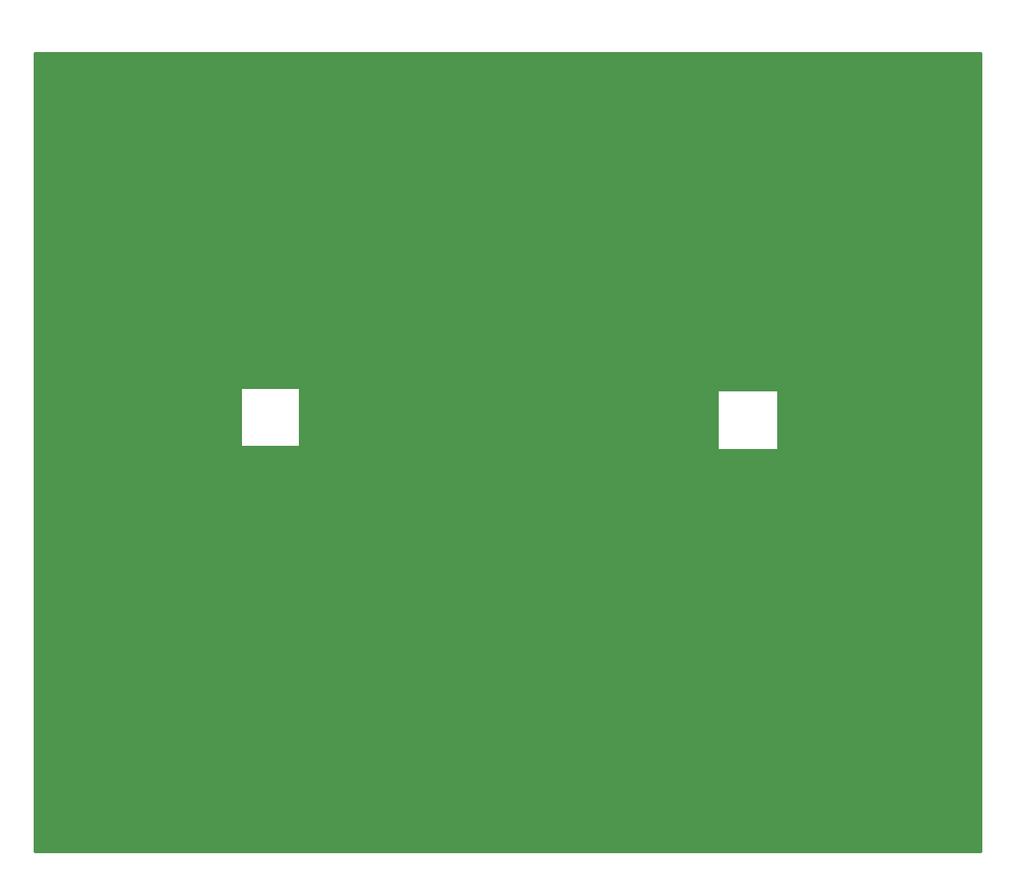
<source format=gbr>
G04 #@! TF.GenerationSoftware,KiCad,Pcbnew,5.1.9-73d0e3b20d~88~ubuntu20.04.1*
G04 #@! TF.CreationDate,2021-03-12T10:58:18-08:00*
G04 #@! TF.ProjectId,PD_ElectrodeBoard_v6,50445f45-6c65-4637-9472-6f6465426f61,4.1*
G04 #@! TF.SameCoordinates,Original*
G04 #@! TF.FileFunction,Soldermask,Top*
G04 #@! TF.FilePolarity,Negative*
%FSLAX46Y46*%
G04 Gerber Fmt 4.6, Leading zero omitted, Abs format (unit mm)*
G04 Created by KiCad (PCBNEW 5.1.9-73d0e3b20d~88~ubuntu20.04.1) date 2021-03-12 10:58:18*
%MOMM*%
%LPD*%
G01*
G04 APERTURE LIST*
%ADD10C,0.100000*%
%ADD11C,0.787800*%
%ADD12C,6.302000*%
%ADD13C,0.254000*%
G04 APERTURE END LIST*
G36*
G01*
X203769000Y-112485500D02*
X203769000Y-111934500D01*
G75*
G02*
X204044500Y-111659000I275500J0D01*
G01*
X204595500Y-111659000D01*
G75*
G02*
X204871000Y-111934500I0J-275500D01*
G01*
X204871000Y-112485500D01*
G75*
G02*
X204595500Y-112761000I-275500J0D01*
G01*
X204044500Y-112761000D01*
G75*
G02*
X203769000Y-112485500I0J275500D01*
G01*
G37*
D10*
G36*
X223438862Y-106796796D02*
G01*
X223438872Y-106796797D01*
X223449925Y-106799161D01*
X223449934Y-106799164D01*
X223456614Y-106801931D01*
X223456620Y-106801934D01*
X223459312Y-106803383D01*
X223994145Y-107112169D01*
X223995675Y-107113088D01*
X223995683Y-107113093D01*
X224007034Y-107122757D01*
X224007041Y-107122765D01*
X224012392Y-107130110D01*
X224012395Y-107130115D01*
X224012830Y-107130854D01*
X224321617Y-107665688D01*
X224324054Y-107670475D01*
X224324058Y-107670484D01*
X224325837Y-107675069D01*
X224325840Y-107675078D01*
X224328057Y-107684827D01*
X224328457Y-107691206D01*
X224328457Y-108308786D01*
X224328204Y-108313861D01*
X224328203Y-108313871D01*
X224325839Y-108324924D01*
X224325836Y-108324933D01*
X224323069Y-108331613D01*
X224323066Y-108331619D01*
X224321617Y-108334311D01*
X224012830Y-108869145D01*
X224011911Y-108870675D01*
X224011906Y-108870683D01*
X224002242Y-108882034D01*
X224002234Y-108882041D01*
X223994889Y-108887392D01*
X223994884Y-108887395D01*
X223994145Y-108887830D01*
X223459312Y-109196617D01*
X223454525Y-109199054D01*
X223454516Y-109199058D01*
X223449931Y-109200837D01*
X223449922Y-109200840D01*
X223440173Y-109203057D01*
X223433794Y-109203457D01*
X222816213Y-109203457D01*
X222811138Y-109203204D01*
X222811128Y-109203203D01*
X222800075Y-109200839D01*
X222800066Y-109200836D01*
X222793386Y-109198069D01*
X222793380Y-109198066D01*
X222790688Y-109196617D01*
X222255855Y-108887830D01*
X222254325Y-108886911D01*
X222254317Y-108886906D01*
X222242966Y-108877242D01*
X222242959Y-108877234D01*
X222237608Y-108869889D01*
X222237605Y-108869884D01*
X222237170Y-108869145D01*
X221928383Y-108334311D01*
X221925946Y-108329524D01*
X221925942Y-108329515D01*
X221924163Y-108324930D01*
X221924160Y-108324921D01*
X221921943Y-108315172D01*
X221921543Y-108308793D01*
X221921543Y-107691213D01*
X221921796Y-107686138D01*
X221921797Y-107686128D01*
X221924161Y-107675075D01*
X221924164Y-107675066D01*
X221926931Y-107668386D01*
X221926934Y-107668380D01*
X221928383Y-107665688D01*
X222237170Y-107130854D01*
X222238089Y-107129324D01*
X222238094Y-107129316D01*
X222247758Y-107117965D01*
X222247766Y-107117958D01*
X222255111Y-107112607D01*
X222255116Y-107112604D01*
X222255855Y-107112169D01*
X222790688Y-106803383D01*
X222795475Y-106800946D01*
X222795484Y-106800942D01*
X222800069Y-106799163D01*
X222800078Y-106799160D01*
X222809827Y-106796943D01*
X222816206Y-106796543D01*
X223433787Y-106796543D01*
X223438862Y-106796796D01*
G37*
G36*
X218185085Y-103081986D02*
G01*
X218196138Y-103084350D01*
X218196147Y-103084353D01*
X218200732Y-103086132D01*
X218200741Y-103086136D01*
X218209435Y-103091072D01*
X218216090Y-103096678D01*
X219537576Y-104418164D01*
X221151570Y-104418164D01*
X221156645Y-104418417D01*
X221156655Y-104418418D01*
X221167708Y-104420782D01*
X221167717Y-104420785D01*
X221172302Y-104422564D01*
X221172311Y-104422568D01*
X221181005Y-104427504D01*
X221187660Y-104433110D01*
X221187674Y-104433124D01*
X221194017Y-104440852D01*
X221198216Y-104448473D01*
X221198220Y-104448482D01*
X221199999Y-104453067D01*
X221200002Y-104453076D01*
X221202366Y-104464129D01*
X221202367Y-104464139D01*
X221202367Y-104474289D01*
X221202366Y-104474299D01*
X221200468Y-104483879D01*
X221200465Y-104483889D01*
X221198205Y-104489981D01*
X220184423Y-106766513D01*
X221864781Y-106766513D01*
X221869856Y-106766766D01*
X221869866Y-106766767D01*
X221880919Y-106769131D01*
X221880928Y-106769134D01*
X221885513Y-106770913D01*
X221885522Y-106770917D01*
X221894216Y-106775853D01*
X221900871Y-106781459D01*
X222208488Y-107089076D01*
X222214831Y-107096804D01*
X222219030Y-107104425D01*
X222219034Y-107104434D01*
X222220813Y-107109019D01*
X222220816Y-107109028D01*
X222223180Y-107120081D01*
X222223181Y-107120091D01*
X222223181Y-107130241D01*
X222223180Y-107130251D01*
X222220816Y-107141304D01*
X222220813Y-107141313D01*
X222218046Y-107147993D01*
X222218043Y-107147999D01*
X222216594Y-107150691D01*
X221913643Y-107675417D01*
X221913643Y-108324583D01*
X222216594Y-108849309D01*
X222219031Y-108854096D01*
X222219035Y-108854105D01*
X222220814Y-108858690D01*
X222220817Y-108858699D01*
X222223034Y-108868448D01*
X222223434Y-108874827D01*
X222223434Y-108874837D01*
X222222444Y-108884839D01*
X222222442Y-108884849D01*
X222220815Y-108890975D01*
X222220812Y-108890984D01*
X222215677Y-108901886D01*
X222215672Y-108901894D01*
X222208486Y-108910926D01*
X221883613Y-109235799D01*
X221883613Y-110849793D01*
X221883360Y-110854868D01*
X221883359Y-110854878D01*
X221880995Y-110865931D01*
X221880992Y-110865940D01*
X221879213Y-110870525D01*
X221879209Y-110870534D01*
X221874273Y-110879228D01*
X221868667Y-110885883D01*
X221868653Y-110885897D01*
X221860925Y-110892240D01*
X221853304Y-110896439D01*
X221853295Y-110896443D01*
X221848710Y-110898222D01*
X221848701Y-110898225D01*
X221837648Y-110900589D01*
X221837638Y-110900590D01*
X221827488Y-110900590D01*
X221827478Y-110900589D01*
X221817898Y-110898691D01*
X221817888Y-110898688D01*
X221811796Y-110896428D01*
X219535264Y-109882646D01*
X219535264Y-111563004D01*
X219535011Y-111568079D01*
X219535010Y-111568089D01*
X219532646Y-111579142D01*
X219532643Y-111579151D01*
X219530864Y-111583736D01*
X219530860Y-111583745D01*
X219525924Y-111592439D01*
X219520318Y-111599094D01*
X218216090Y-112903322D01*
X218208362Y-112909665D01*
X218200741Y-112913864D01*
X218200732Y-112913868D01*
X218196147Y-112915647D01*
X218196138Y-112915650D01*
X218185085Y-112918014D01*
X218185075Y-112918015D01*
X218174925Y-112918015D01*
X218174915Y-112918014D01*
X218163862Y-112915650D01*
X218163853Y-112915647D01*
X218159268Y-112913868D01*
X218159259Y-112913864D01*
X218150565Y-112908928D01*
X218143910Y-112903322D01*
X218143896Y-112903308D01*
X218137553Y-112895580D01*
X218133354Y-112887959D01*
X218133350Y-112887950D01*
X218131571Y-112883365D01*
X218131568Y-112883356D01*
X218129204Y-112872303D01*
X218129203Y-112872293D01*
X218128950Y-112867218D01*
X218128950Y-103132782D01*
X218129203Y-103127707D01*
X218129204Y-103127697D01*
X218131568Y-103116644D01*
X218131571Y-103116635D01*
X218133350Y-103112050D01*
X218133354Y-103112041D01*
X218138290Y-103103347D01*
X218143896Y-103096692D01*
X218143910Y-103096678D01*
X218151638Y-103090335D01*
X218159259Y-103086136D01*
X218159268Y-103086132D01*
X218163853Y-103084353D01*
X218163862Y-103084350D01*
X218174915Y-103081986D01*
X218174925Y-103081985D01*
X218185075Y-103081985D01*
X218185085Y-103081986D01*
G37*
G36*
X224009839Y-108902556D02*
G01*
X224009849Y-108902558D01*
X224015975Y-108904185D01*
X224015984Y-108904188D01*
X224026886Y-108909323D01*
X224026894Y-108909328D01*
X224035926Y-108916514D01*
X224360799Y-109241387D01*
X225974794Y-109241387D01*
X225979869Y-109241640D01*
X225979879Y-109241641D01*
X225990932Y-109244005D01*
X225990941Y-109244008D01*
X225995526Y-109245787D01*
X225995535Y-109245791D01*
X226004229Y-109250727D01*
X226010884Y-109256333D01*
X226010898Y-109256347D01*
X226017241Y-109264075D01*
X226021440Y-109271696D01*
X226021444Y-109271705D01*
X226023223Y-109276290D01*
X226023226Y-109276299D01*
X226025590Y-109287352D01*
X226025591Y-109287362D01*
X226025591Y-109297512D01*
X226025590Y-109297522D01*
X226023692Y-109307102D01*
X226023689Y-109307112D01*
X226021429Y-109313204D01*
X225007647Y-111589736D01*
X226688004Y-111589736D01*
X226693079Y-111589989D01*
X226693089Y-111589990D01*
X226704142Y-111592354D01*
X226704151Y-111592357D01*
X226708736Y-111594136D01*
X226708745Y-111594140D01*
X226717439Y-111599076D01*
X226724094Y-111604682D01*
X228028322Y-112908910D01*
X228034665Y-112916638D01*
X228038864Y-112924259D01*
X228038868Y-112924268D01*
X228040647Y-112928853D01*
X228040650Y-112928862D01*
X228043014Y-112939915D01*
X228043015Y-112939925D01*
X228043015Y-112950075D01*
X228043014Y-112950085D01*
X228040650Y-112961138D01*
X228040647Y-112961147D01*
X228038868Y-112965732D01*
X228038864Y-112965741D01*
X228033928Y-112974435D01*
X228028322Y-112981090D01*
X228028308Y-112981104D01*
X228020580Y-112987447D01*
X228012959Y-112991646D01*
X228012950Y-112991650D01*
X228008365Y-112993429D01*
X228008356Y-112993432D01*
X227997303Y-112995796D01*
X227997293Y-112995797D01*
X227992218Y-112996050D01*
X218257782Y-112996050D01*
X218252707Y-112995797D01*
X218252697Y-112995796D01*
X218241644Y-112993432D01*
X218241635Y-112993429D01*
X218237050Y-112991650D01*
X218237041Y-112991646D01*
X218228347Y-112986710D01*
X218221692Y-112981104D01*
X218221678Y-112981090D01*
X218215335Y-112973362D01*
X218211136Y-112965741D01*
X218211132Y-112965732D01*
X218209353Y-112961147D01*
X218209350Y-112961138D01*
X218206986Y-112950085D01*
X218206985Y-112950075D01*
X218206985Y-112939925D01*
X218206986Y-112939915D01*
X218209350Y-112928862D01*
X218209353Y-112928853D01*
X218211132Y-112924268D01*
X218211136Y-112924259D01*
X218216072Y-112915565D01*
X218221678Y-112908910D01*
X219543164Y-111587424D01*
X219543164Y-109973430D01*
X219543417Y-109968355D01*
X219543418Y-109968345D01*
X219545782Y-109957292D01*
X219545785Y-109957283D01*
X219547564Y-109952698D01*
X219547568Y-109952689D01*
X219552504Y-109943995D01*
X219558110Y-109937340D01*
X219558124Y-109937326D01*
X219565852Y-109930983D01*
X219573473Y-109926784D01*
X219573482Y-109926780D01*
X219578067Y-109925001D01*
X219578076Y-109924998D01*
X219589129Y-109922634D01*
X219589139Y-109922633D01*
X219599289Y-109922633D01*
X219599299Y-109922634D01*
X219608879Y-109924532D01*
X219608889Y-109924535D01*
X219614981Y-109926795D01*
X221891513Y-110940577D01*
X221891513Y-109260219D01*
X221891766Y-109255144D01*
X221891767Y-109255134D01*
X221894131Y-109244081D01*
X221894134Y-109244072D01*
X221895913Y-109239487D01*
X221895917Y-109239478D01*
X221900853Y-109230784D01*
X221906459Y-109224129D01*
X222214076Y-108916512D01*
X222221804Y-108910169D01*
X222229425Y-108905970D01*
X222229434Y-108905966D01*
X222234019Y-108904187D01*
X222234028Y-108904184D01*
X222245081Y-108901820D01*
X222245091Y-108901819D01*
X222255241Y-108901819D01*
X222255251Y-108901820D01*
X222266304Y-108904184D01*
X222266313Y-108904187D01*
X222272993Y-108906954D01*
X222272999Y-108906957D01*
X222275691Y-108908406D01*
X222800417Y-109211357D01*
X223449583Y-109211357D01*
X223974309Y-108908406D01*
X223979096Y-108905969D01*
X223979105Y-108905965D01*
X223983690Y-108904186D01*
X223983699Y-108904183D01*
X223993448Y-108901966D01*
X223999827Y-108901566D01*
X223999837Y-108901566D01*
X224009839Y-108902556D01*
G37*
G36*
X228075085Y-103081986D02*
G01*
X228086138Y-103084350D01*
X228086147Y-103084353D01*
X228090732Y-103086132D01*
X228090741Y-103086136D01*
X228099435Y-103091072D01*
X228106090Y-103096678D01*
X228106104Y-103096692D01*
X228112447Y-103104420D01*
X228116646Y-103112041D01*
X228116650Y-103112050D01*
X228118429Y-103116635D01*
X228118432Y-103116644D01*
X228120796Y-103127697D01*
X228120797Y-103127707D01*
X228121050Y-103132782D01*
X228121050Y-112867218D01*
X228120797Y-112872293D01*
X228120796Y-112872303D01*
X228118432Y-112883356D01*
X228118429Y-112883365D01*
X228116650Y-112887950D01*
X228116646Y-112887959D01*
X228111710Y-112896653D01*
X228106104Y-112903308D01*
X228106090Y-112903322D01*
X228098362Y-112909665D01*
X228090741Y-112913864D01*
X228090732Y-112913868D01*
X228086147Y-112915647D01*
X228086138Y-112915650D01*
X228075085Y-112918014D01*
X228075075Y-112918015D01*
X228064925Y-112918015D01*
X228064915Y-112918014D01*
X228053862Y-112915650D01*
X228053853Y-112915647D01*
X228049268Y-112913868D01*
X228049259Y-112913864D01*
X228040565Y-112908928D01*
X228033910Y-112903322D01*
X228033903Y-112903315D01*
X226712423Y-111581836D01*
X225098429Y-111581836D01*
X225093354Y-111581583D01*
X225093344Y-111581582D01*
X225082291Y-111579218D01*
X225082282Y-111579215D01*
X225077697Y-111577436D01*
X225077688Y-111577432D01*
X225068994Y-111572496D01*
X225062339Y-111566890D01*
X225062325Y-111566876D01*
X225055982Y-111559148D01*
X225051783Y-111551527D01*
X225051779Y-111551518D01*
X225050000Y-111546933D01*
X225049997Y-111546924D01*
X225047633Y-111535871D01*
X225047632Y-111535861D01*
X225047632Y-111525711D01*
X225047633Y-111525701D01*
X225049531Y-111516121D01*
X225049534Y-111516111D01*
X225051794Y-111510019D01*
X226065576Y-109233487D01*
X224385218Y-109233487D01*
X224380143Y-109233234D01*
X224380133Y-109233233D01*
X224369080Y-109230869D01*
X224369071Y-109230866D01*
X224364486Y-109229087D01*
X224364477Y-109229083D01*
X224355783Y-109224147D01*
X224349128Y-109218541D01*
X224041511Y-108910924D01*
X224035168Y-108903196D01*
X224030969Y-108895575D01*
X224030965Y-108895566D01*
X224029186Y-108890981D01*
X224029183Y-108890972D01*
X224026819Y-108879919D01*
X224026818Y-108879909D01*
X224026818Y-108869759D01*
X224026819Y-108869749D01*
X224029183Y-108858696D01*
X224029186Y-108858687D01*
X224031953Y-108852007D01*
X224031956Y-108852001D01*
X224033405Y-108849309D01*
X224336357Y-108324583D01*
X224336357Y-107675417D01*
X224033405Y-107150691D01*
X224030968Y-107145904D01*
X224030964Y-107145895D01*
X224029185Y-107141310D01*
X224029182Y-107141301D01*
X224026965Y-107131552D01*
X224026565Y-107125173D01*
X224026565Y-107125163D01*
X224027555Y-107115161D01*
X224027557Y-107115151D01*
X224029184Y-107109025D01*
X224029187Y-107109016D01*
X224034322Y-107098114D01*
X224034327Y-107098106D01*
X224041513Y-107089074D01*
X224041518Y-107089069D01*
X224366387Y-106764201D01*
X224366387Y-105150207D01*
X224366640Y-105145132D01*
X224366641Y-105145122D01*
X224369005Y-105134069D01*
X224369008Y-105134060D01*
X224370787Y-105129475D01*
X224370791Y-105129466D01*
X224375727Y-105120772D01*
X224381333Y-105114117D01*
X224381347Y-105114103D01*
X224389075Y-105107760D01*
X224396696Y-105103561D01*
X224396705Y-105103557D01*
X224401290Y-105101778D01*
X224401299Y-105101775D01*
X224412352Y-105099411D01*
X224412362Y-105099410D01*
X224422512Y-105099410D01*
X224422522Y-105099411D01*
X224432102Y-105101309D01*
X224432112Y-105101312D01*
X224438204Y-105103572D01*
X226714736Y-106117354D01*
X226714736Y-104436996D01*
X226714989Y-104431921D01*
X226714990Y-104431911D01*
X226717354Y-104420858D01*
X226717357Y-104420849D01*
X226719136Y-104416264D01*
X226719140Y-104416255D01*
X226724076Y-104407561D01*
X226729682Y-104400906D01*
X228033910Y-103096678D01*
X228041638Y-103090335D01*
X228049259Y-103086136D01*
X228049268Y-103086132D01*
X228053853Y-103084353D01*
X228053862Y-103084350D01*
X228064915Y-103081986D01*
X228064925Y-103081985D01*
X228075075Y-103081985D01*
X228075085Y-103081986D01*
G37*
G36*
X221854315Y-103004203D02*
G01*
X221854325Y-103004204D01*
X221865378Y-103006568D01*
X221865387Y-103006571D01*
X221869972Y-103008350D01*
X221869981Y-103008354D01*
X221878675Y-103013290D01*
X221885330Y-103018896D01*
X221885340Y-103018906D01*
X221888457Y-103022319D01*
X223125000Y-104506171D01*
X224361544Y-103022319D01*
X224364661Y-103018906D01*
X224364668Y-103018899D01*
X224373700Y-103011713D01*
X224373708Y-103011708D01*
X224380025Y-103008352D01*
X224380034Y-103008348D01*
X224393535Y-103004465D01*
X224393549Y-103004463D01*
X224400761Y-103003950D01*
X227992218Y-103003950D01*
X227997293Y-103004203D01*
X227997303Y-103004204D01*
X228008356Y-103006568D01*
X228008365Y-103006571D01*
X228012950Y-103008350D01*
X228012959Y-103008354D01*
X228021653Y-103013290D01*
X228028308Y-103018896D01*
X228028322Y-103018910D01*
X228034665Y-103026638D01*
X228038864Y-103034259D01*
X228038868Y-103034268D01*
X228040647Y-103038853D01*
X228040650Y-103038862D01*
X228043014Y-103049915D01*
X228043015Y-103049925D01*
X228043015Y-103060075D01*
X228043014Y-103060085D01*
X228040650Y-103071138D01*
X228040647Y-103071147D01*
X228038868Y-103075732D01*
X228038864Y-103075741D01*
X228033928Y-103084435D01*
X228028322Y-103091090D01*
X226706836Y-104412576D01*
X226706836Y-106026570D01*
X226706583Y-106031645D01*
X226706582Y-106031655D01*
X226704218Y-106042708D01*
X226704215Y-106042717D01*
X226702436Y-106047302D01*
X226702432Y-106047311D01*
X226697496Y-106056005D01*
X226691890Y-106062660D01*
X226691876Y-106062674D01*
X226684148Y-106069017D01*
X226676527Y-106073216D01*
X226676518Y-106073220D01*
X226671933Y-106074999D01*
X226671924Y-106075002D01*
X226660871Y-106077366D01*
X226660861Y-106077367D01*
X226650711Y-106077367D01*
X226650701Y-106077366D01*
X226641121Y-106075468D01*
X226641111Y-106075465D01*
X226635019Y-106073205D01*
X224358487Y-105059423D01*
X224358487Y-106739781D01*
X224358234Y-106744856D01*
X224358233Y-106744866D01*
X224355869Y-106755919D01*
X224355866Y-106755928D01*
X224354087Y-106760513D01*
X224354083Y-106760522D01*
X224349147Y-106769216D01*
X224343541Y-106775871D01*
X224035924Y-107083488D01*
X224028196Y-107089831D01*
X224020575Y-107094030D01*
X224020566Y-107094034D01*
X224015981Y-107095813D01*
X224015972Y-107095816D01*
X224004919Y-107098180D01*
X224004909Y-107098181D01*
X223994759Y-107098181D01*
X223994749Y-107098180D01*
X223983696Y-107095816D01*
X223983687Y-107095813D01*
X223977007Y-107093046D01*
X223977001Y-107093043D01*
X223974309Y-107091594D01*
X223449583Y-106788643D01*
X222800417Y-106788643D01*
X222275691Y-107091594D01*
X222270904Y-107094031D01*
X222270895Y-107094035D01*
X222266310Y-107095814D01*
X222266301Y-107095817D01*
X222256552Y-107098034D01*
X222250173Y-107098434D01*
X222250163Y-107098434D01*
X222240161Y-107097444D01*
X222240151Y-107097442D01*
X222234025Y-107095815D01*
X222234016Y-107095812D01*
X222223114Y-107090677D01*
X222223106Y-107090672D01*
X222214074Y-107083486D01*
X221889201Y-106758613D01*
X220275207Y-106758613D01*
X220270132Y-106758360D01*
X220270122Y-106758359D01*
X220259069Y-106755995D01*
X220259060Y-106755992D01*
X220254475Y-106754213D01*
X220254466Y-106754209D01*
X220245772Y-106749273D01*
X220239117Y-106743667D01*
X220239103Y-106743653D01*
X220232760Y-106735925D01*
X220228561Y-106728304D01*
X220228557Y-106728295D01*
X220226778Y-106723710D01*
X220226775Y-106723701D01*
X220224411Y-106712648D01*
X220224410Y-106712638D01*
X220224410Y-106702488D01*
X220224411Y-106702478D01*
X220226309Y-106692898D01*
X220226312Y-106692888D01*
X220228572Y-106686796D01*
X221242354Y-104410264D01*
X219561996Y-104410264D01*
X219556921Y-104410011D01*
X219556911Y-104410010D01*
X219545858Y-104407646D01*
X219545849Y-104407643D01*
X219541264Y-104405864D01*
X219541255Y-104405860D01*
X219532561Y-104400924D01*
X219525906Y-104395318D01*
X218221678Y-103091090D01*
X218215335Y-103083362D01*
X218211136Y-103075741D01*
X218211132Y-103075732D01*
X218209353Y-103071147D01*
X218209350Y-103071138D01*
X218206986Y-103060085D01*
X218206985Y-103060075D01*
X218206985Y-103049925D01*
X218206986Y-103049915D01*
X218209350Y-103038862D01*
X218209353Y-103038853D01*
X218211132Y-103034268D01*
X218211136Y-103034259D01*
X218216072Y-103025565D01*
X218221678Y-103018910D01*
X218221692Y-103018896D01*
X218229420Y-103012553D01*
X218237041Y-103008354D01*
X218237050Y-103008350D01*
X218241635Y-103006571D01*
X218241644Y-103006568D01*
X218252697Y-103004204D01*
X218252707Y-103004203D01*
X218257782Y-103003950D01*
X221849240Y-103003950D01*
X221854315Y-103004203D01*
G37*
G36*
X222697508Y-100023416D02*
G01*
X222697518Y-100023418D01*
X222710324Y-100027812D01*
X222710332Y-100027816D01*
X222715814Y-100030997D01*
X222715823Y-100031003D01*
X222723595Y-100037376D01*
X222723600Y-100037381D01*
X222726282Y-100040278D01*
X223562500Y-101017176D01*
X223986537Y-100521802D01*
X223992091Y-100516245D01*
X223992098Y-100516239D01*
X223994688Y-100514161D01*
X223994696Y-100514155D01*
X224003244Y-100508969D01*
X224009168Y-100506572D01*
X224009177Y-100506569D01*
X224018093Y-100504465D01*
X224018107Y-100504463D01*
X224025319Y-100503950D01*
X224320000Y-100503950D01*
X224325075Y-100504203D01*
X224325085Y-100504204D01*
X224336138Y-100506568D01*
X224336147Y-100506571D01*
X224340732Y-100508350D01*
X224340741Y-100508354D01*
X224349435Y-100513290D01*
X224356090Y-100518896D01*
X224356104Y-100518910D01*
X224362447Y-100526638D01*
X224366646Y-100534259D01*
X224366650Y-100534268D01*
X224368429Y-100538853D01*
X224368432Y-100538862D01*
X224370796Y-100549915D01*
X224370797Y-100549925D01*
X224371050Y-100555000D01*
X224371050Y-102980087D01*
X224370797Y-102985162D01*
X224370796Y-102985172D01*
X224368432Y-102996225D01*
X224368429Y-102996234D01*
X224366650Y-103000819D01*
X224366646Y-103000828D01*
X224361710Y-103009522D01*
X224359075Y-103012650D01*
X224359217Y-103012768D01*
X223164217Y-104446768D01*
X223161100Y-104450181D01*
X223161093Y-104450188D01*
X223152061Y-104457374D01*
X223152053Y-104457379D01*
X223145736Y-104460735D01*
X223145727Y-104460739D01*
X223136077Y-104463921D01*
X223136068Y-104463923D01*
X223125005Y-104465137D01*
X223124995Y-104465137D01*
X223114993Y-104464147D01*
X223114983Y-104464145D01*
X223104272Y-104460739D01*
X223104263Y-104460735D01*
X223094376Y-104454931D01*
X223094368Y-104454925D01*
X223088906Y-104450187D01*
X223088900Y-104450181D01*
X223085783Y-104446768D01*
X221890783Y-103012768D01*
X221889162Y-103010719D01*
X221889156Y-103010711D01*
X221883352Y-103000824D01*
X221883348Y-103000815D01*
X221879942Y-102990104D01*
X221879940Y-102990094D01*
X221878950Y-102980092D01*
X221878950Y-100555000D01*
X221879203Y-100549925D01*
X221879204Y-100549915D01*
X221881568Y-100538862D01*
X221881571Y-100538853D01*
X221883350Y-100534268D01*
X221883354Y-100534259D01*
X221888290Y-100525565D01*
X221893896Y-100518910D01*
X221893910Y-100518896D01*
X221901638Y-100512553D01*
X221909259Y-100508354D01*
X221909268Y-100508350D01*
X221913853Y-100506571D01*
X221913862Y-100506568D01*
X221924915Y-100504204D01*
X221924925Y-100504203D01*
X221930000Y-100503950D01*
X222251819Y-100503950D01*
X222648718Y-100040278D01*
X222654272Y-100034721D01*
X222654279Y-100034715D01*
X222656869Y-100032637D01*
X222656877Y-100032631D01*
X222665425Y-100027445D01*
X222671349Y-100025048D01*
X222671358Y-100025045D01*
X222677484Y-100023418D01*
X222677494Y-100023416D01*
X222687496Y-100022426D01*
X222687506Y-100022426D01*
X222697508Y-100023416D01*
G37*
G36*
X210197508Y-100023415D02*
G01*
X210197518Y-100023417D01*
X210210324Y-100027811D01*
X210210332Y-100027815D01*
X210215814Y-100030996D01*
X210215823Y-100031002D01*
X210223595Y-100037375D01*
X210223600Y-100037380D01*
X210226282Y-100040277D01*
X211062500Y-101017176D01*
X211486537Y-100521802D01*
X211492091Y-100516245D01*
X211492098Y-100516239D01*
X211494688Y-100514161D01*
X211494696Y-100514155D01*
X211503244Y-100508969D01*
X211509168Y-100506572D01*
X211509177Y-100506569D01*
X211518093Y-100504465D01*
X211518107Y-100504463D01*
X211525319Y-100503950D01*
X211820000Y-100503950D01*
X211825075Y-100504203D01*
X211825085Y-100504204D01*
X211836138Y-100506568D01*
X211836147Y-100506571D01*
X211840732Y-100508350D01*
X211840741Y-100508354D01*
X211849435Y-100513290D01*
X211856090Y-100518896D01*
X211856104Y-100518910D01*
X211862447Y-100526638D01*
X211866646Y-100534259D01*
X211866650Y-100534268D01*
X211868429Y-100538853D01*
X211868432Y-100538862D01*
X211870796Y-100549915D01*
X211870797Y-100549925D01*
X211871050Y-100555000D01*
X211871050Y-104197473D01*
X211870797Y-104202548D01*
X211870796Y-104202558D01*
X211868432Y-104213611D01*
X211868429Y-104213620D01*
X211865662Y-104220300D01*
X211865657Y-104220310D01*
X211861818Y-104226754D01*
X210666818Y-105933391D01*
X210663763Y-105937329D01*
X210663757Y-105937336D01*
X210655635Y-105944946D01*
X210655627Y-105944952D01*
X210649795Y-105948734D01*
X210649786Y-105948739D01*
X210636081Y-105953943D01*
X210636072Y-105953945D01*
X210630084Y-105954906D01*
X210630074Y-105954907D01*
X210619924Y-105954907D01*
X210619914Y-105954906D01*
X210608861Y-105952542D01*
X210608852Y-105952539D01*
X210600212Y-105948738D01*
X210600203Y-105948733D01*
X210591781Y-105942873D01*
X210591774Y-105942867D01*
X210585785Y-105936794D01*
X210585780Y-105936788D01*
X210583182Y-105933391D01*
X209388182Y-104226754D01*
X209385377Y-104222270D01*
X209385372Y-104222261D01*
X209381571Y-104213621D01*
X209381568Y-104213612D01*
X209379160Y-104202101D01*
X209379159Y-104202090D01*
X209378950Y-104197473D01*
X209378950Y-100555000D01*
X209379203Y-100549925D01*
X209379204Y-100549915D01*
X209381568Y-100538862D01*
X209381571Y-100538853D01*
X209383350Y-100534268D01*
X209383354Y-100534259D01*
X209388290Y-100525565D01*
X209393896Y-100518910D01*
X209393910Y-100518896D01*
X209401638Y-100512553D01*
X209409259Y-100508354D01*
X209409268Y-100508350D01*
X209413853Y-100506571D01*
X209413862Y-100506568D01*
X209424915Y-100504204D01*
X209424925Y-100504203D01*
X209430000Y-100503950D01*
X209751819Y-100503950D01*
X210148718Y-100040277D01*
X210154272Y-100034720D01*
X210154279Y-100034714D01*
X210156869Y-100032636D01*
X210156877Y-100032630D01*
X210165425Y-100027444D01*
X210171349Y-100025047D01*
X210171358Y-100025044D01*
X210177484Y-100023417D01*
X210177494Y-100023415D01*
X210187496Y-100022425D01*
X210187506Y-100022425D01*
X210197508Y-100023415D01*
G37*
G36*
X209325075Y-103004203D02*
G01*
X209325085Y-103004204D01*
X209336138Y-103006568D01*
X209336147Y-103006571D01*
X209340732Y-103008350D01*
X209340741Y-103008354D01*
X209349435Y-103013290D01*
X209356090Y-103018896D01*
X209356104Y-103018910D01*
X209362447Y-103026638D01*
X209366646Y-103034259D01*
X209366650Y-103034268D01*
X209368429Y-103038853D01*
X209368432Y-103038862D01*
X209370796Y-103049915D01*
X209370797Y-103049925D01*
X209371050Y-103055000D01*
X209371050Y-104216060D01*
X210625000Y-106006885D01*
X211878950Y-104216060D01*
X211878950Y-103055000D01*
X211879203Y-103049925D01*
X211879204Y-103049915D01*
X211881568Y-103038862D01*
X211881571Y-103038853D01*
X211883350Y-103034268D01*
X211883354Y-103034259D01*
X211888290Y-103025565D01*
X211893896Y-103018910D01*
X211893910Y-103018896D01*
X211901638Y-103012553D01*
X211909259Y-103008354D01*
X211909268Y-103008350D01*
X211913853Y-103006571D01*
X211913862Y-103006568D01*
X211924915Y-103004204D01*
X211924925Y-103004203D01*
X211930000Y-103003950D01*
X214570000Y-103003950D01*
X214575075Y-103004203D01*
X214575085Y-103004204D01*
X214586138Y-103006568D01*
X214586147Y-103006571D01*
X214590732Y-103008350D01*
X214590741Y-103008354D01*
X214599435Y-103013290D01*
X214606090Y-103018896D01*
X214606104Y-103018910D01*
X214612447Y-103026638D01*
X214616646Y-103034259D01*
X214616650Y-103034268D01*
X214618429Y-103038853D01*
X214618432Y-103038862D01*
X214620796Y-103049915D01*
X214620797Y-103049925D01*
X214621050Y-103055000D01*
X214621050Y-103270066D01*
X214620797Y-103275141D01*
X214620796Y-103275151D01*
X214618432Y-103286204D01*
X214618429Y-103286213D01*
X214615662Y-103292893D01*
X214615657Y-103292903D01*
X214611818Y-103299347D01*
X210666818Y-108933391D01*
X210663763Y-108937329D01*
X210663757Y-108937336D01*
X210655635Y-108944946D01*
X210655627Y-108944952D01*
X210649795Y-108948734D01*
X210649786Y-108948739D01*
X210636081Y-108953943D01*
X210636072Y-108953945D01*
X210630084Y-108954906D01*
X210630074Y-108954907D01*
X210619924Y-108954907D01*
X210619914Y-108954906D01*
X210608861Y-108952542D01*
X210608852Y-108952539D01*
X210600212Y-108948738D01*
X210600203Y-108948733D01*
X210591781Y-108942873D01*
X210591774Y-108942867D01*
X210585785Y-108936794D01*
X210585780Y-108936788D01*
X210583182Y-108933391D01*
X206638182Y-103299347D01*
X206635377Y-103294863D01*
X206635372Y-103294854D01*
X206631571Y-103286214D01*
X206631568Y-103286205D01*
X206629160Y-103274694D01*
X206629159Y-103274683D01*
X206628950Y-103270066D01*
X206628950Y-103055000D01*
X206629203Y-103049925D01*
X206629204Y-103049915D01*
X206631568Y-103038862D01*
X206631571Y-103038853D01*
X206633350Y-103034268D01*
X206633354Y-103034259D01*
X206638290Y-103025565D01*
X206643896Y-103018910D01*
X206643910Y-103018896D01*
X206651638Y-103012553D01*
X206659259Y-103008354D01*
X206659268Y-103008350D01*
X206663853Y-103006571D01*
X206663862Y-103006568D01*
X206674915Y-103004204D01*
X206674925Y-103004203D01*
X206680000Y-103003950D01*
X209320000Y-103003950D01*
X209325075Y-103004203D01*
G37*
G36*
X206685085Y-103411050D02*
G01*
X206696138Y-103413414D01*
X206696147Y-103413417D01*
X206700732Y-103415196D01*
X206700741Y-103415200D01*
X206709435Y-103420136D01*
X206716090Y-103425742D01*
X206716103Y-103425755D01*
X206721818Y-103432565D01*
X210625000Y-109006885D01*
X214528182Y-103432565D01*
X214531237Y-103428627D01*
X214531243Y-103428620D01*
X214539365Y-103421010D01*
X214539373Y-103421004D01*
X214545205Y-103417222D01*
X214545214Y-103417217D01*
X214558919Y-103412013D01*
X214558928Y-103412011D01*
X214564916Y-103411050D01*
X214564926Y-103411049D01*
X214575076Y-103411049D01*
X214575086Y-103411050D01*
X214586139Y-103413414D01*
X214586148Y-103413417D01*
X214594788Y-103417218D01*
X214594797Y-103417223D01*
X214603219Y-103423083D01*
X214603226Y-103423089D01*
X214610836Y-103431211D01*
X214610842Y-103431219D01*
X214614624Y-103437051D01*
X214614629Y-103437060D01*
X214619833Y-103450765D01*
X214619835Y-103450774D01*
X214620737Y-103456205D01*
X214620738Y-103456214D01*
X214621050Y-103461846D01*
X214621050Y-106270066D01*
X214620797Y-106275141D01*
X214620796Y-106275151D01*
X214618432Y-106286204D01*
X214618429Y-106286213D01*
X214615662Y-106292893D01*
X214615657Y-106292903D01*
X214611818Y-106299347D01*
X210666818Y-111933391D01*
X210663763Y-111937329D01*
X210663757Y-111937336D01*
X210655635Y-111944946D01*
X210655627Y-111944952D01*
X210649795Y-111948734D01*
X210649786Y-111948739D01*
X210636081Y-111953943D01*
X210636072Y-111953945D01*
X210630084Y-111954906D01*
X210630074Y-111954907D01*
X210619924Y-111954907D01*
X210619914Y-111954906D01*
X210608861Y-111952542D01*
X210608852Y-111952539D01*
X210600212Y-111948738D01*
X210600203Y-111948733D01*
X210591781Y-111942873D01*
X210591774Y-111942867D01*
X210585785Y-111936794D01*
X210585780Y-111936788D01*
X210583182Y-111933391D01*
X206638182Y-106299347D01*
X206635377Y-106294863D01*
X206635372Y-106294854D01*
X206631571Y-106286214D01*
X206631568Y-106286205D01*
X206629160Y-106274694D01*
X206629159Y-106274683D01*
X206628950Y-106270066D01*
X206628950Y-103461846D01*
X206629203Y-103456771D01*
X206629204Y-103456761D01*
X206631568Y-103445708D01*
X206631571Y-103445699D01*
X206633350Y-103441114D01*
X206633354Y-103441105D01*
X206638290Y-103432411D01*
X206643896Y-103425756D01*
X206643910Y-103425742D01*
X206651638Y-103419399D01*
X206659259Y-103415200D01*
X206659268Y-103415196D01*
X206663853Y-103413417D01*
X206663862Y-103413414D01*
X206674915Y-103411050D01*
X206674925Y-103411049D01*
X206685075Y-103411049D01*
X206685085Y-103411050D01*
G37*
G36*
X206685085Y-106411050D02*
G01*
X206696138Y-106413414D01*
X206696147Y-106413417D01*
X206700732Y-106415196D01*
X206700741Y-106415200D01*
X206709435Y-106420136D01*
X206716090Y-106425742D01*
X206716103Y-106425755D01*
X206721818Y-106432565D01*
X210625000Y-112006886D01*
X214528182Y-106432565D01*
X214531237Y-106428627D01*
X214531243Y-106428620D01*
X214539365Y-106421010D01*
X214539373Y-106421004D01*
X214545205Y-106417222D01*
X214545214Y-106417217D01*
X214558919Y-106412013D01*
X214558928Y-106412011D01*
X214564916Y-106411050D01*
X214564926Y-106411049D01*
X214575076Y-106411049D01*
X214575086Y-106411050D01*
X214586139Y-106413414D01*
X214586148Y-106413417D01*
X214594788Y-106417218D01*
X214594797Y-106417223D01*
X214603219Y-106423083D01*
X214603226Y-106423089D01*
X214610836Y-106431211D01*
X214610842Y-106431219D01*
X214614624Y-106437051D01*
X214614629Y-106437060D01*
X214619833Y-106450765D01*
X214619835Y-106450774D01*
X214620737Y-106456205D01*
X214620738Y-106456214D01*
X214621050Y-106461846D01*
X214621050Y-112945000D01*
X214620797Y-112950075D01*
X214620796Y-112950085D01*
X214618432Y-112961138D01*
X214618429Y-112961147D01*
X214616650Y-112965732D01*
X214616646Y-112965741D01*
X214611710Y-112974435D01*
X214606104Y-112981090D01*
X214606090Y-112981104D01*
X214598362Y-112987447D01*
X214590741Y-112991646D01*
X214590732Y-112991650D01*
X214586147Y-112993429D01*
X214586138Y-112993432D01*
X214575085Y-112995796D01*
X214575075Y-112995797D01*
X214570000Y-112996050D01*
X206680000Y-112996050D01*
X206674925Y-112995797D01*
X206674915Y-112995796D01*
X206663862Y-112993432D01*
X206663853Y-112993429D01*
X206659268Y-112991650D01*
X206659259Y-112991646D01*
X206650565Y-112986710D01*
X206643910Y-112981104D01*
X206643896Y-112981090D01*
X206637553Y-112973362D01*
X206633354Y-112965741D01*
X206633350Y-112965732D01*
X206631571Y-112961147D01*
X206631568Y-112961138D01*
X206629204Y-112950085D01*
X206629203Y-112950075D01*
X206628950Y-112945000D01*
X206628950Y-106461846D01*
X206629203Y-106456771D01*
X206629204Y-106456761D01*
X206631568Y-106445708D01*
X206631571Y-106445699D01*
X206633350Y-106441114D01*
X206633354Y-106441105D01*
X206638290Y-106432411D01*
X206643896Y-106425756D01*
X206643910Y-106425742D01*
X206651638Y-106419399D01*
X206659259Y-106415200D01*
X206659268Y-106415196D01*
X206663853Y-106413417D01*
X206663862Y-106413414D01*
X206674915Y-106411050D01*
X206674925Y-106411049D01*
X206685075Y-106411049D01*
X206685085Y-106411050D01*
G37*
G36*
X194325075Y-95504203D02*
G01*
X194325085Y-95504204D01*
X194336138Y-95506568D01*
X194336147Y-95506571D01*
X194340732Y-95508350D01*
X194340741Y-95508354D01*
X194349435Y-95513290D01*
X194356090Y-95518896D01*
X194356104Y-95518910D01*
X194362447Y-95526638D01*
X194366646Y-95534259D01*
X194366650Y-95534268D01*
X194368429Y-95538853D01*
X194368432Y-95538862D01*
X194370796Y-95549915D01*
X194370797Y-95549925D01*
X194371050Y-95555000D01*
X194371050Y-95876819D01*
X194834722Y-96273718D01*
X194840279Y-96279272D01*
X194840285Y-96279279D01*
X194842363Y-96281869D01*
X194842369Y-96281877D01*
X194847555Y-96290425D01*
X194849952Y-96296349D01*
X194849955Y-96296358D01*
X194851582Y-96302484D01*
X194851584Y-96302494D01*
X194852574Y-96312496D01*
X194852574Y-96312506D01*
X194851584Y-96322508D01*
X194851582Y-96322518D01*
X194847188Y-96335324D01*
X194847184Y-96335332D01*
X194844003Y-96340814D01*
X194843997Y-96340823D01*
X194837624Y-96348595D01*
X194837619Y-96348600D01*
X194834722Y-96351282D01*
X193857824Y-97187500D01*
X194353198Y-97611537D01*
X194358755Y-97617091D01*
X194358761Y-97617098D01*
X194360839Y-97619688D01*
X194360845Y-97619696D01*
X194366031Y-97628244D01*
X194368428Y-97634168D01*
X194368431Y-97634177D01*
X194370535Y-97643093D01*
X194370537Y-97643107D01*
X194371050Y-97650319D01*
X194371050Y-97945000D01*
X194370797Y-97950075D01*
X194370796Y-97950085D01*
X194368432Y-97961138D01*
X194368429Y-97961147D01*
X194366650Y-97965732D01*
X194366646Y-97965741D01*
X194361710Y-97974435D01*
X194356104Y-97981090D01*
X194356090Y-97981104D01*
X194348362Y-97987447D01*
X194340741Y-97991646D01*
X194340732Y-97991650D01*
X194336147Y-97993429D01*
X194336138Y-97993432D01*
X194325085Y-97995796D01*
X194325075Y-97995797D01*
X194320000Y-97996050D01*
X191930000Y-97996050D01*
X191924925Y-97995797D01*
X191924915Y-97995796D01*
X191913862Y-97993432D01*
X191913853Y-97993429D01*
X191909268Y-97991650D01*
X191909259Y-97991646D01*
X191900565Y-97986710D01*
X191893910Y-97981104D01*
X191893896Y-97981090D01*
X191887553Y-97973362D01*
X191883354Y-97965741D01*
X191883350Y-97965732D01*
X191881571Y-97961147D01*
X191881568Y-97961138D01*
X191879204Y-97950085D01*
X191879203Y-97950075D01*
X191878950Y-97945000D01*
X191878950Y-97623181D01*
X191415278Y-97226282D01*
X191409721Y-97220728D01*
X191409715Y-97220721D01*
X191407637Y-97218131D01*
X191407631Y-97218123D01*
X191402445Y-97209575D01*
X191400048Y-97203651D01*
X191400045Y-97203642D01*
X191398418Y-97197516D01*
X191398416Y-97197506D01*
X191397426Y-97187504D01*
X191397426Y-97187494D01*
X191398416Y-97177492D01*
X191398418Y-97177482D01*
X191402812Y-97164676D01*
X191402816Y-97164668D01*
X191405997Y-97159186D01*
X191406003Y-97159177D01*
X191412376Y-97151405D01*
X191412381Y-97151400D01*
X191415278Y-97148718D01*
X192392176Y-96312500D01*
X191896802Y-95888463D01*
X191891245Y-95882909D01*
X191891239Y-95882902D01*
X191889161Y-95880312D01*
X191889155Y-95880304D01*
X191883969Y-95871756D01*
X191881572Y-95865832D01*
X191881569Y-95865823D01*
X191879465Y-95856907D01*
X191879463Y-95856893D01*
X191878950Y-95849681D01*
X191878950Y-95555000D01*
X191879203Y-95549925D01*
X191879204Y-95549915D01*
X191881568Y-95538862D01*
X191881571Y-95538853D01*
X191883350Y-95534268D01*
X191883354Y-95534259D01*
X191888290Y-95525565D01*
X191893896Y-95518910D01*
X191893910Y-95518896D01*
X191901638Y-95512553D01*
X191909259Y-95508354D01*
X191909268Y-95508350D01*
X191913853Y-95506571D01*
X191913862Y-95506568D01*
X191924915Y-95504204D01*
X191924925Y-95504203D01*
X191930000Y-95503950D01*
X194320000Y-95503950D01*
X194325075Y-95504203D01*
G37*
G36*
X197697508Y-100023415D02*
G01*
X197697518Y-100023417D01*
X197710324Y-100027811D01*
X197710332Y-100027815D01*
X197715814Y-100030996D01*
X197715823Y-100031002D01*
X197723595Y-100037375D01*
X197723600Y-100037380D01*
X197726282Y-100040277D01*
X198562500Y-101017176D01*
X198986537Y-100521802D01*
X198992091Y-100516245D01*
X198992098Y-100516239D01*
X198994688Y-100514161D01*
X198994696Y-100514155D01*
X199003244Y-100508969D01*
X199009168Y-100506572D01*
X199009177Y-100506569D01*
X199018093Y-100504465D01*
X199018107Y-100504463D01*
X199025319Y-100503950D01*
X199320000Y-100503950D01*
X199325075Y-100504203D01*
X199325085Y-100504204D01*
X199336138Y-100506568D01*
X199336147Y-100506571D01*
X199340732Y-100508350D01*
X199340741Y-100508354D01*
X199349435Y-100513290D01*
X199356090Y-100518896D01*
X199356104Y-100518910D01*
X199362447Y-100526638D01*
X199366646Y-100534259D01*
X199366650Y-100534268D01*
X199368429Y-100538853D01*
X199368432Y-100538862D01*
X199370796Y-100549915D01*
X199370797Y-100549925D01*
X199371050Y-100555000D01*
X199371050Y-104197473D01*
X199370797Y-104202548D01*
X199370796Y-104202558D01*
X199368432Y-104213611D01*
X199368429Y-104213620D01*
X199365662Y-104220300D01*
X199365657Y-104220310D01*
X199361818Y-104226754D01*
X198166818Y-105933391D01*
X198163763Y-105937329D01*
X198163757Y-105937336D01*
X198155635Y-105944946D01*
X198155627Y-105944952D01*
X198149795Y-105948734D01*
X198149786Y-105948739D01*
X198136081Y-105953943D01*
X198136072Y-105953945D01*
X198130084Y-105954906D01*
X198130074Y-105954907D01*
X198119924Y-105954907D01*
X198119914Y-105954906D01*
X198108861Y-105952542D01*
X198108852Y-105952539D01*
X198100212Y-105948738D01*
X198100203Y-105948733D01*
X198091781Y-105942873D01*
X198091774Y-105942867D01*
X198085785Y-105936794D01*
X198085780Y-105936788D01*
X198083182Y-105933391D01*
X196888182Y-104226754D01*
X196885377Y-104222270D01*
X196885372Y-104222261D01*
X196881571Y-104213621D01*
X196881568Y-104213612D01*
X196879160Y-104202101D01*
X196879159Y-104202090D01*
X196878950Y-104197473D01*
X196878950Y-100555000D01*
X196879203Y-100549925D01*
X196879204Y-100549915D01*
X196881568Y-100538862D01*
X196881571Y-100538853D01*
X196883350Y-100534268D01*
X196883354Y-100534259D01*
X196888290Y-100525565D01*
X196893896Y-100518910D01*
X196893910Y-100518896D01*
X196901638Y-100512553D01*
X196909259Y-100508354D01*
X196909268Y-100508350D01*
X196913853Y-100506571D01*
X196913862Y-100506568D01*
X196924915Y-100504204D01*
X196924925Y-100504203D01*
X196930000Y-100503950D01*
X197251819Y-100503950D01*
X197648718Y-100040277D01*
X197654272Y-100034720D01*
X197654279Y-100034714D01*
X197656869Y-100032636D01*
X197656877Y-100032630D01*
X197665425Y-100027444D01*
X197671349Y-100025047D01*
X197671358Y-100025044D01*
X197677484Y-100023417D01*
X197677494Y-100023415D01*
X197687496Y-100022425D01*
X197687506Y-100022425D01*
X197697508Y-100023415D01*
G37*
G36*
X196825075Y-103004203D02*
G01*
X196825085Y-103004204D01*
X196836138Y-103006568D01*
X196836147Y-103006571D01*
X196840732Y-103008350D01*
X196840741Y-103008354D01*
X196849435Y-103013290D01*
X196856090Y-103018896D01*
X196856104Y-103018910D01*
X196862447Y-103026638D01*
X196866646Y-103034259D01*
X196866650Y-103034268D01*
X196868429Y-103038853D01*
X196868432Y-103038862D01*
X196870796Y-103049915D01*
X196870797Y-103049925D01*
X196871050Y-103055000D01*
X196871050Y-104216060D01*
X198125000Y-106006885D01*
X199378950Y-104216060D01*
X199378950Y-103055000D01*
X199379203Y-103049925D01*
X199379204Y-103049915D01*
X199381568Y-103038862D01*
X199381571Y-103038853D01*
X199383350Y-103034268D01*
X199383354Y-103034259D01*
X199388290Y-103025565D01*
X199393896Y-103018910D01*
X199393910Y-103018896D01*
X199401638Y-103012553D01*
X199409259Y-103008354D01*
X199409268Y-103008350D01*
X199413853Y-103006571D01*
X199413862Y-103006568D01*
X199424915Y-103004204D01*
X199424925Y-103004203D01*
X199430000Y-103003950D01*
X202070000Y-103003950D01*
X202075075Y-103004203D01*
X202075085Y-103004204D01*
X202086138Y-103006568D01*
X202086147Y-103006571D01*
X202090732Y-103008350D01*
X202090741Y-103008354D01*
X202099435Y-103013290D01*
X202106090Y-103018896D01*
X202106104Y-103018910D01*
X202112447Y-103026638D01*
X202116646Y-103034259D01*
X202116650Y-103034268D01*
X202118429Y-103038853D01*
X202118432Y-103038862D01*
X202120796Y-103049915D01*
X202120797Y-103049925D01*
X202121050Y-103055000D01*
X202121050Y-103270066D01*
X202120797Y-103275141D01*
X202120796Y-103275151D01*
X202118432Y-103286204D01*
X202118429Y-103286213D01*
X202115662Y-103292893D01*
X202115657Y-103292903D01*
X202111818Y-103299347D01*
X198166818Y-108933391D01*
X198163763Y-108937329D01*
X198163757Y-108937336D01*
X198155635Y-108944946D01*
X198155627Y-108944952D01*
X198149795Y-108948734D01*
X198149786Y-108948739D01*
X198136081Y-108953943D01*
X198136072Y-108953945D01*
X198130084Y-108954906D01*
X198130074Y-108954907D01*
X198119924Y-108954907D01*
X198119914Y-108954906D01*
X198108861Y-108952542D01*
X198108852Y-108952539D01*
X198100212Y-108948738D01*
X198100203Y-108948733D01*
X198091781Y-108942873D01*
X198091774Y-108942867D01*
X198085785Y-108936794D01*
X198085780Y-108936788D01*
X198083182Y-108933391D01*
X194138182Y-103299347D01*
X194135377Y-103294863D01*
X194135372Y-103294854D01*
X194131571Y-103286214D01*
X194131568Y-103286205D01*
X194129160Y-103274694D01*
X194129159Y-103274683D01*
X194128950Y-103270066D01*
X194128950Y-103055000D01*
X194129203Y-103049925D01*
X194129204Y-103049915D01*
X194131568Y-103038862D01*
X194131571Y-103038853D01*
X194133350Y-103034268D01*
X194133354Y-103034259D01*
X194138290Y-103025565D01*
X194143896Y-103018910D01*
X194143910Y-103018896D01*
X194151638Y-103012553D01*
X194159259Y-103008354D01*
X194159268Y-103008350D01*
X194163853Y-103006571D01*
X194163862Y-103006568D01*
X194174915Y-103004204D01*
X194174925Y-103004203D01*
X194180000Y-103003950D01*
X196820000Y-103003950D01*
X196825075Y-103004203D01*
G37*
G36*
X194185085Y-103411050D02*
G01*
X194196138Y-103413414D01*
X194196147Y-103413417D01*
X194200732Y-103415196D01*
X194200741Y-103415200D01*
X194209435Y-103420136D01*
X194216090Y-103425742D01*
X194216103Y-103425755D01*
X194221818Y-103432565D01*
X198125000Y-109006885D01*
X202028182Y-103432565D01*
X202031237Y-103428627D01*
X202031243Y-103428620D01*
X202039365Y-103421010D01*
X202039373Y-103421004D01*
X202045205Y-103417222D01*
X202045214Y-103417217D01*
X202058919Y-103412013D01*
X202058928Y-103412011D01*
X202064916Y-103411050D01*
X202064926Y-103411049D01*
X202075076Y-103411049D01*
X202075086Y-103411050D01*
X202086139Y-103413414D01*
X202086148Y-103413417D01*
X202094788Y-103417218D01*
X202094797Y-103417223D01*
X202103219Y-103423083D01*
X202103226Y-103423089D01*
X202110836Y-103431211D01*
X202110842Y-103431219D01*
X202114624Y-103437051D01*
X202114629Y-103437060D01*
X202119833Y-103450765D01*
X202119835Y-103450774D01*
X202120737Y-103456205D01*
X202120738Y-103456214D01*
X202121050Y-103461846D01*
X202121050Y-106270066D01*
X202120797Y-106275141D01*
X202120796Y-106275151D01*
X202118432Y-106286204D01*
X202118429Y-106286213D01*
X202115662Y-106292893D01*
X202115657Y-106292903D01*
X202111818Y-106299347D01*
X198166818Y-111933391D01*
X198163763Y-111937329D01*
X198163757Y-111937336D01*
X198155635Y-111944946D01*
X198155627Y-111944952D01*
X198149795Y-111948734D01*
X198149786Y-111948739D01*
X198136081Y-111953943D01*
X198136072Y-111953945D01*
X198130084Y-111954906D01*
X198130074Y-111954907D01*
X198119924Y-111954907D01*
X198119914Y-111954906D01*
X198108861Y-111952542D01*
X198108852Y-111952539D01*
X198100212Y-111948738D01*
X198100203Y-111948733D01*
X198091781Y-111942873D01*
X198091774Y-111942867D01*
X198085785Y-111936794D01*
X198085780Y-111936788D01*
X198083182Y-111933391D01*
X194138182Y-106299347D01*
X194135377Y-106294863D01*
X194135372Y-106294854D01*
X194131571Y-106286214D01*
X194131568Y-106286205D01*
X194129160Y-106274694D01*
X194129159Y-106274683D01*
X194128950Y-106270066D01*
X194128950Y-103461846D01*
X194129203Y-103456771D01*
X194129204Y-103456761D01*
X194131568Y-103445708D01*
X194131571Y-103445699D01*
X194133350Y-103441114D01*
X194133354Y-103441105D01*
X194138290Y-103432411D01*
X194143896Y-103425756D01*
X194143910Y-103425742D01*
X194151638Y-103419399D01*
X194159259Y-103415200D01*
X194159268Y-103415196D01*
X194163853Y-103413417D01*
X194163862Y-103413414D01*
X194174915Y-103411050D01*
X194174925Y-103411049D01*
X194185075Y-103411049D01*
X194185085Y-103411050D01*
G37*
G36*
X194185085Y-106411050D02*
G01*
X194196138Y-106413414D01*
X194196147Y-106413417D01*
X194200732Y-106415196D01*
X194200741Y-106415200D01*
X194209435Y-106420136D01*
X194216090Y-106425742D01*
X194216103Y-106425755D01*
X194221818Y-106432565D01*
X198125000Y-112006886D01*
X202028182Y-106432565D01*
X202031237Y-106428627D01*
X202031243Y-106428620D01*
X202039365Y-106421010D01*
X202039373Y-106421004D01*
X202045205Y-106417222D01*
X202045214Y-106417217D01*
X202058919Y-106412013D01*
X202058928Y-106412011D01*
X202064916Y-106411050D01*
X202064926Y-106411049D01*
X202075076Y-106411049D01*
X202075086Y-106411050D01*
X202086139Y-106413414D01*
X202086148Y-106413417D01*
X202094788Y-106417218D01*
X202094797Y-106417223D01*
X202103219Y-106423083D01*
X202103226Y-106423089D01*
X202110836Y-106431211D01*
X202110842Y-106431219D01*
X202114624Y-106437051D01*
X202114629Y-106437060D01*
X202119833Y-106450765D01*
X202119835Y-106450774D01*
X202120737Y-106456205D01*
X202120738Y-106456214D01*
X202121050Y-106461846D01*
X202121050Y-112945000D01*
X202120797Y-112950075D01*
X202120796Y-112950085D01*
X202118432Y-112961138D01*
X202118429Y-112961147D01*
X202116650Y-112965732D01*
X202116646Y-112965741D01*
X202111710Y-112974435D01*
X202106104Y-112981090D01*
X202106090Y-112981104D01*
X202098362Y-112987447D01*
X202090741Y-112991646D01*
X202090732Y-112991650D01*
X202086147Y-112993429D01*
X202086138Y-112993432D01*
X202075085Y-112995796D01*
X202075075Y-112995797D01*
X202070000Y-112996050D01*
X194180000Y-112996050D01*
X194174925Y-112995797D01*
X194174915Y-112995796D01*
X194163862Y-112993432D01*
X194163853Y-112993429D01*
X194159268Y-112991650D01*
X194159259Y-112991646D01*
X194150565Y-112986710D01*
X194143910Y-112981104D01*
X194143896Y-112981090D01*
X194137553Y-112973362D01*
X194133354Y-112965741D01*
X194133350Y-112965732D01*
X194131571Y-112961147D01*
X194131568Y-112961138D01*
X194129204Y-112950085D01*
X194129203Y-112950075D01*
X194128950Y-112945000D01*
X194128950Y-106461846D01*
X194129203Y-106456771D01*
X194129204Y-106456761D01*
X194131568Y-106445708D01*
X194131571Y-106445699D01*
X194133350Y-106441114D01*
X194133354Y-106441105D01*
X194138290Y-106432411D01*
X194143896Y-106425756D01*
X194143910Y-106425742D01*
X194151638Y-106419399D01*
X194159259Y-106415200D01*
X194159268Y-106415196D01*
X194163853Y-106413417D01*
X194163862Y-106413414D01*
X194174915Y-106411050D01*
X194174925Y-106411049D01*
X194185075Y-106411049D01*
X194185085Y-106411050D01*
G37*
G36*
X185197508Y-100023415D02*
G01*
X185197518Y-100023417D01*
X185210324Y-100027811D01*
X185210332Y-100027815D01*
X185215814Y-100030996D01*
X185215823Y-100031002D01*
X185223595Y-100037375D01*
X185223600Y-100037380D01*
X185226282Y-100040277D01*
X186062500Y-101017176D01*
X186486537Y-100521802D01*
X186492091Y-100516245D01*
X186492098Y-100516239D01*
X186494688Y-100514161D01*
X186494696Y-100514155D01*
X186503244Y-100508969D01*
X186509168Y-100506572D01*
X186509177Y-100506569D01*
X186518093Y-100504465D01*
X186518107Y-100504463D01*
X186525319Y-100503950D01*
X186820000Y-100503950D01*
X186825075Y-100504203D01*
X186825085Y-100504204D01*
X186836138Y-100506568D01*
X186836147Y-100506571D01*
X186840732Y-100508350D01*
X186840741Y-100508354D01*
X186849435Y-100513290D01*
X186856090Y-100518896D01*
X186856104Y-100518910D01*
X186862447Y-100526638D01*
X186866646Y-100534259D01*
X186866650Y-100534268D01*
X186868429Y-100538853D01*
X186868432Y-100538862D01*
X186870796Y-100549915D01*
X186870797Y-100549925D01*
X186871050Y-100555000D01*
X186871050Y-104197473D01*
X186870797Y-104202548D01*
X186870796Y-104202558D01*
X186868432Y-104213611D01*
X186868429Y-104213620D01*
X186865662Y-104220300D01*
X186865657Y-104220310D01*
X186861818Y-104226754D01*
X185666818Y-105933391D01*
X185663763Y-105937329D01*
X185663757Y-105937336D01*
X185655635Y-105944946D01*
X185655627Y-105944952D01*
X185649795Y-105948734D01*
X185649786Y-105948739D01*
X185636081Y-105953943D01*
X185636072Y-105953945D01*
X185630084Y-105954906D01*
X185630074Y-105954907D01*
X185619924Y-105954907D01*
X185619914Y-105954906D01*
X185608861Y-105952542D01*
X185608852Y-105952539D01*
X185600212Y-105948738D01*
X185600203Y-105948733D01*
X185591781Y-105942873D01*
X185591774Y-105942867D01*
X185585785Y-105936794D01*
X185585780Y-105936788D01*
X185583182Y-105933391D01*
X184388182Y-104226754D01*
X184385377Y-104222270D01*
X184385372Y-104222261D01*
X184381571Y-104213621D01*
X184381568Y-104213612D01*
X184379160Y-104202101D01*
X184379159Y-104202090D01*
X184378950Y-104197473D01*
X184378950Y-100555000D01*
X184379203Y-100549925D01*
X184379204Y-100549915D01*
X184381568Y-100538862D01*
X184381571Y-100538853D01*
X184383350Y-100534268D01*
X184383354Y-100534259D01*
X184388290Y-100525565D01*
X184393896Y-100518910D01*
X184393910Y-100518896D01*
X184401638Y-100512553D01*
X184409259Y-100508354D01*
X184409268Y-100508350D01*
X184413853Y-100506571D01*
X184413862Y-100506568D01*
X184424915Y-100504204D01*
X184424925Y-100504203D01*
X184430000Y-100503950D01*
X184751819Y-100503950D01*
X185148718Y-100040277D01*
X185154272Y-100034720D01*
X185154279Y-100034714D01*
X185156869Y-100032636D01*
X185156877Y-100032630D01*
X185165425Y-100027444D01*
X185171349Y-100025047D01*
X185171358Y-100025044D01*
X185177484Y-100023417D01*
X185177494Y-100023415D01*
X185187496Y-100022425D01*
X185187506Y-100022425D01*
X185197508Y-100023415D01*
G37*
G36*
X184325075Y-103004203D02*
G01*
X184325085Y-103004204D01*
X184336138Y-103006568D01*
X184336147Y-103006571D01*
X184340732Y-103008350D01*
X184340741Y-103008354D01*
X184349435Y-103013290D01*
X184356090Y-103018896D01*
X184356104Y-103018910D01*
X184362447Y-103026638D01*
X184366646Y-103034259D01*
X184366650Y-103034268D01*
X184368429Y-103038853D01*
X184368432Y-103038862D01*
X184370796Y-103049915D01*
X184370797Y-103049925D01*
X184371050Y-103055000D01*
X184371050Y-104216060D01*
X185625000Y-106006885D01*
X186878950Y-104216060D01*
X186878950Y-103055000D01*
X186879203Y-103049925D01*
X186879204Y-103049915D01*
X186881568Y-103038862D01*
X186881571Y-103038853D01*
X186883350Y-103034268D01*
X186883354Y-103034259D01*
X186888290Y-103025565D01*
X186893896Y-103018910D01*
X186893910Y-103018896D01*
X186901638Y-103012553D01*
X186909259Y-103008354D01*
X186909268Y-103008350D01*
X186913853Y-103006571D01*
X186913862Y-103006568D01*
X186924915Y-103004204D01*
X186924925Y-103004203D01*
X186930000Y-103003950D01*
X189570000Y-103003950D01*
X189575075Y-103004203D01*
X189575085Y-103004204D01*
X189586138Y-103006568D01*
X189586147Y-103006571D01*
X189590732Y-103008350D01*
X189590741Y-103008354D01*
X189599435Y-103013290D01*
X189606090Y-103018896D01*
X189606104Y-103018910D01*
X189612447Y-103026638D01*
X189616646Y-103034259D01*
X189616650Y-103034268D01*
X189618429Y-103038853D01*
X189618432Y-103038862D01*
X189620796Y-103049915D01*
X189620797Y-103049925D01*
X189621050Y-103055000D01*
X189621050Y-103270066D01*
X189620797Y-103275141D01*
X189620796Y-103275151D01*
X189618432Y-103286204D01*
X189618429Y-103286213D01*
X189615662Y-103292893D01*
X189615657Y-103292903D01*
X189611818Y-103299347D01*
X185666818Y-108933391D01*
X185663763Y-108937329D01*
X185663757Y-108937336D01*
X185655635Y-108944946D01*
X185655627Y-108944952D01*
X185649795Y-108948734D01*
X185649786Y-108948739D01*
X185636081Y-108953943D01*
X185636072Y-108953945D01*
X185630084Y-108954906D01*
X185630074Y-108954907D01*
X185619924Y-108954907D01*
X185619914Y-108954906D01*
X185608861Y-108952542D01*
X185608852Y-108952539D01*
X185600212Y-108948738D01*
X185600203Y-108948733D01*
X185591781Y-108942873D01*
X185591774Y-108942867D01*
X185585785Y-108936794D01*
X185585780Y-108936788D01*
X185583182Y-108933391D01*
X181638182Y-103299347D01*
X181635377Y-103294863D01*
X181635372Y-103294854D01*
X181631571Y-103286214D01*
X181631568Y-103286205D01*
X181629160Y-103274694D01*
X181629159Y-103274683D01*
X181628950Y-103270066D01*
X181628950Y-103055000D01*
X181629203Y-103049925D01*
X181629204Y-103049915D01*
X181631568Y-103038862D01*
X181631571Y-103038853D01*
X181633350Y-103034268D01*
X181633354Y-103034259D01*
X181638290Y-103025565D01*
X181643896Y-103018910D01*
X181643910Y-103018896D01*
X181651638Y-103012553D01*
X181659259Y-103008354D01*
X181659268Y-103008350D01*
X181663853Y-103006571D01*
X181663862Y-103006568D01*
X181674915Y-103004204D01*
X181674925Y-103004203D01*
X181680000Y-103003950D01*
X184320000Y-103003950D01*
X184325075Y-103004203D01*
G37*
G36*
X181685085Y-103411050D02*
G01*
X181696138Y-103413414D01*
X181696147Y-103413417D01*
X181700732Y-103415196D01*
X181700741Y-103415200D01*
X181709435Y-103420136D01*
X181716090Y-103425742D01*
X181716103Y-103425755D01*
X181721818Y-103432565D01*
X185625000Y-109006885D01*
X189528182Y-103432565D01*
X189531237Y-103428627D01*
X189531243Y-103428620D01*
X189539365Y-103421010D01*
X189539373Y-103421004D01*
X189545205Y-103417222D01*
X189545214Y-103417217D01*
X189558919Y-103412013D01*
X189558928Y-103412011D01*
X189564916Y-103411050D01*
X189564926Y-103411049D01*
X189575076Y-103411049D01*
X189575086Y-103411050D01*
X189586139Y-103413414D01*
X189586148Y-103413417D01*
X189594788Y-103417218D01*
X189594797Y-103417223D01*
X189603219Y-103423083D01*
X189603226Y-103423089D01*
X189610836Y-103431211D01*
X189610842Y-103431219D01*
X189614624Y-103437051D01*
X189614629Y-103437060D01*
X189619833Y-103450765D01*
X189619835Y-103450774D01*
X189620737Y-103456205D01*
X189620738Y-103456214D01*
X189621050Y-103461846D01*
X189621050Y-106270066D01*
X189620797Y-106275141D01*
X189620796Y-106275151D01*
X189618432Y-106286204D01*
X189618429Y-106286213D01*
X189615662Y-106292893D01*
X189615657Y-106292903D01*
X189611818Y-106299347D01*
X185666818Y-111933391D01*
X185663763Y-111937329D01*
X185663757Y-111937336D01*
X185655635Y-111944946D01*
X185655627Y-111944952D01*
X185649795Y-111948734D01*
X185649786Y-111948739D01*
X185636081Y-111953943D01*
X185636072Y-111953945D01*
X185630084Y-111954906D01*
X185630074Y-111954907D01*
X185619924Y-111954907D01*
X185619914Y-111954906D01*
X185608861Y-111952542D01*
X185608852Y-111952539D01*
X185600212Y-111948738D01*
X185600203Y-111948733D01*
X185591781Y-111942873D01*
X185591774Y-111942867D01*
X185585785Y-111936794D01*
X185585780Y-111936788D01*
X185583182Y-111933391D01*
X181638182Y-106299347D01*
X181635377Y-106294863D01*
X181635372Y-106294854D01*
X181631571Y-106286214D01*
X181631568Y-106286205D01*
X181629160Y-106274694D01*
X181629159Y-106274683D01*
X181628950Y-106270066D01*
X181628950Y-103461846D01*
X181629203Y-103456771D01*
X181629204Y-103456761D01*
X181631568Y-103445708D01*
X181631571Y-103445699D01*
X181633350Y-103441114D01*
X181633354Y-103441105D01*
X181638290Y-103432411D01*
X181643896Y-103425756D01*
X181643910Y-103425742D01*
X181651638Y-103419399D01*
X181659259Y-103415200D01*
X181659268Y-103415196D01*
X181663853Y-103413417D01*
X181663862Y-103413414D01*
X181674915Y-103411050D01*
X181674925Y-103411049D01*
X181685075Y-103411049D01*
X181685085Y-103411050D01*
G37*
G36*
X181685085Y-106411050D02*
G01*
X181696138Y-106413414D01*
X181696147Y-106413417D01*
X181700732Y-106415196D01*
X181700741Y-106415200D01*
X181709435Y-106420136D01*
X181716090Y-106425742D01*
X181716103Y-106425755D01*
X181721818Y-106432565D01*
X185625000Y-112006886D01*
X189528182Y-106432565D01*
X189531237Y-106428627D01*
X189531243Y-106428620D01*
X189539365Y-106421010D01*
X189539373Y-106421004D01*
X189545205Y-106417222D01*
X189545214Y-106417217D01*
X189558919Y-106412013D01*
X189558928Y-106412011D01*
X189564916Y-106411050D01*
X189564926Y-106411049D01*
X189575076Y-106411049D01*
X189575086Y-106411050D01*
X189586139Y-106413414D01*
X189586148Y-106413417D01*
X189594788Y-106417218D01*
X189594797Y-106417223D01*
X189603219Y-106423083D01*
X189603226Y-106423089D01*
X189610836Y-106431211D01*
X189610842Y-106431219D01*
X189614624Y-106437051D01*
X189614629Y-106437060D01*
X189619833Y-106450765D01*
X189619835Y-106450774D01*
X189620737Y-106456205D01*
X189620738Y-106456214D01*
X189621050Y-106461846D01*
X189621050Y-112945000D01*
X189620797Y-112950075D01*
X189620796Y-112950085D01*
X189618432Y-112961138D01*
X189618429Y-112961147D01*
X189616650Y-112965732D01*
X189616646Y-112965741D01*
X189611710Y-112974435D01*
X189606104Y-112981090D01*
X189606090Y-112981104D01*
X189598362Y-112987447D01*
X189590741Y-112991646D01*
X189590732Y-112991650D01*
X189586147Y-112993429D01*
X189586138Y-112993432D01*
X189575085Y-112995796D01*
X189575075Y-112995797D01*
X189570000Y-112996050D01*
X181680000Y-112996050D01*
X181674925Y-112995797D01*
X181674915Y-112995796D01*
X181663862Y-112993432D01*
X181663853Y-112993429D01*
X181659268Y-112991650D01*
X181659259Y-112991646D01*
X181650565Y-112986710D01*
X181643910Y-112981104D01*
X181643896Y-112981090D01*
X181637553Y-112973362D01*
X181633354Y-112965741D01*
X181633350Y-112965732D01*
X181631571Y-112961147D01*
X181631568Y-112961138D01*
X181629204Y-112950085D01*
X181629203Y-112950075D01*
X181628950Y-112945000D01*
X181628950Y-106461846D01*
X181629203Y-106456771D01*
X181629204Y-106456761D01*
X181631568Y-106445708D01*
X181631571Y-106445699D01*
X181633350Y-106441114D01*
X181633354Y-106441105D01*
X181638290Y-106432411D01*
X181643896Y-106425756D01*
X181643910Y-106425742D01*
X181651638Y-106419399D01*
X181659259Y-106415200D01*
X181659268Y-106415196D01*
X181663853Y-106413417D01*
X181663862Y-106413414D01*
X181674915Y-106411050D01*
X181674925Y-106411049D01*
X181685075Y-106411049D01*
X181685085Y-106411050D01*
G37*
G36*
X172697508Y-100023415D02*
G01*
X172697518Y-100023417D01*
X172710324Y-100027811D01*
X172710332Y-100027815D01*
X172715814Y-100030996D01*
X172715823Y-100031002D01*
X172723595Y-100037375D01*
X172723600Y-100037380D01*
X172726282Y-100040277D01*
X173562500Y-101017176D01*
X173986537Y-100521802D01*
X173992091Y-100516245D01*
X173992098Y-100516239D01*
X173994688Y-100514161D01*
X173994696Y-100514155D01*
X174003244Y-100508969D01*
X174009168Y-100506572D01*
X174009177Y-100506569D01*
X174018093Y-100504465D01*
X174018107Y-100504463D01*
X174025319Y-100503950D01*
X174320000Y-100503950D01*
X174325075Y-100504203D01*
X174325085Y-100504204D01*
X174336138Y-100506568D01*
X174336147Y-100506571D01*
X174340732Y-100508350D01*
X174340741Y-100508354D01*
X174349435Y-100513290D01*
X174356090Y-100518896D01*
X174356104Y-100518910D01*
X174362447Y-100526638D01*
X174366646Y-100534259D01*
X174366650Y-100534268D01*
X174368429Y-100538853D01*
X174368432Y-100538862D01*
X174370796Y-100549915D01*
X174370797Y-100549925D01*
X174371050Y-100555000D01*
X174371050Y-104197473D01*
X174370797Y-104202548D01*
X174370796Y-104202558D01*
X174368432Y-104213611D01*
X174368429Y-104213620D01*
X174365662Y-104220300D01*
X174365657Y-104220310D01*
X174361818Y-104226754D01*
X173166818Y-105933391D01*
X173163763Y-105937329D01*
X173163757Y-105937336D01*
X173155635Y-105944946D01*
X173155627Y-105944952D01*
X173149795Y-105948734D01*
X173149786Y-105948739D01*
X173136081Y-105953943D01*
X173136072Y-105953945D01*
X173130084Y-105954906D01*
X173130074Y-105954907D01*
X173119924Y-105954907D01*
X173119914Y-105954906D01*
X173108861Y-105952542D01*
X173108852Y-105952539D01*
X173100212Y-105948738D01*
X173100203Y-105948733D01*
X173091781Y-105942873D01*
X173091774Y-105942867D01*
X173085785Y-105936794D01*
X173085780Y-105936788D01*
X173083182Y-105933391D01*
X171888182Y-104226754D01*
X171885377Y-104222270D01*
X171885372Y-104222261D01*
X171881571Y-104213621D01*
X171881568Y-104213612D01*
X171879160Y-104202101D01*
X171879159Y-104202090D01*
X171878950Y-104197473D01*
X171878950Y-100555000D01*
X171879203Y-100549925D01*
X171879204Y-100549915D01*
X171881568Y-100538862D01*
X171881571Y-100538853D01*
X171883350Y-100534268D01*
X171883354Y-100534259D01*
X171888290Y-100525565D01*
X171893896Y-100518910D01*
X171893910Y-100518896D01*
X171901638Y-100512553D01*
X171909259Y-100508354D01*
X171909268Y-100508350D01*
X171913853Y-100506571D01*
X171913862Y-100506568D01*
X171924915Y-100504204D01*
X171924925Y-100504203D01*
X171930000Y-100503950D01*
X172251819Y-100503950D01*
X172648718Y-100040277D01*
X172654272Y-100034720D01*
X172654279Y-100034714D01*
X172656869Y-100032636D01*
X172656877Y-100032630D01*
X172665425Y-100027444D01*
X172671349Y-100025047D01*
X172671358Y-100025044D01*
X172677484Y-100023417D01*
X172677494Y-100023415D01*
X172687496Y-100022425D01*
X172687506Y-100022425D01*
X172697508Y-100023415D01*
G37*
G36*
X171825075Y-103004203D02*
G01*
X171825085Y-103004204D01*
X171836138Y-103006568D01*
X171836147Y-103006571D01*
X171840732Y-103008350D01*
X171840741Y-103008354D01*
X171849435Y-103013290D01*
X171856090Y-103018896D01*
X171856104Y-103018910D01*
X171862447Y-103026638D01*
X171866646Y-103034259D01*
X171866650Y-103034268D01*
X171868429Y-103038853D01*
X171868432Y-103038862D01*
X171870796Y-103049915D01*
X171870797Y-103049925D01*
X171871050Y-103055000D01*
X171871050Y-104216060D01*
X173125000Y-106006885D01*
X174378950Y-104216060D01*
X174378950Y-103055000D01*
X174379203Y-103049925D01*
X174379204Y-103049915D01*
X174381568Y-103038862D01*
X174381571Y-103038853D01*
X174383350Y-103034268D01*
X174383354Y-103034259D01*
X174388290Y-103025565D01*
X174393896Y-103018910D01*
X174393910Y-103018896D01*
X174401638Y-103012553D01*
X174409259Y-103008354D01*
X174409268Y-103008350D01*
X174413853Y-103006571D01*
X174413862Y-103006568D01*
X174424915Y-103004204D01*
X174424925Y-103004203D01*
X174430000Y-103003950D01*
X177070000Y-103003950D01*
X177075075Y-103004203D01*
X177075085Y-103004204D01*
X177086138Y-103006568D01*
X177086147Y-103006571D01*
X177090732Y-103008350D01*
X177090741Y-103008354D01*
X177099435Y-103013290D01*
X177106090Y-103018896D01*
X177106104Y-103018910D01*
X177112447Y-103026638D01*
X177116646Y-103034259D01*
X177116650Y-103034268D01*
X177118429Y-103038853D01*
X177118432Y-103038862D01*
X177120796Y-103049915D01*
X177120797Y-103049925D01*
X177121050Y-103055000D01*
X177121050Y-103270066D01*
X177120797Y-103275141D01*
X177120796Y-103275151D01*
X177118432Y-103286204D01*
X177118429Y-103286213D01*
X177115662Y-103292893D01*
X177115657Y-103292903D01*
X177111818Y-103299347D01*
X173166818Y-108933391D01*
X173163763Y-108937329D01*
X173163757Y-108937336D01*
X173155635Y-108944946D01*
X173155627Y-108944952D01*
X173149795Y-108948734D01*
X173149786Y-108948739D01*
X173136081Y-108953943D01*
X173136072Y-108953945D01*
X173130084Y-108954906D01*
X173130074Y-108954907D01*
X173119924Y-108954907D01*
X173119914Y-108954906D01*
X173108861Y-108952542D01*
X173108852Y-108952539D01*
X173100212Y-108948738D01*
X173100203Y-108948733D01*
X173091781Y-108942873D01*
X173091774Y-108942867D01*
X173085785Y-108936794D01*
X173085780Y-108936788D01*
X173083182Y-108933391D01*
X169138182Y-103299347D01*
X169135377Y-103294863D01*
X169135372Y-103294854D01*
X169131571Y-103286214D01*
X169131568Y-103286205D01*
X169129160Y-103274694D01*
X169129159Y-103274683D01*
X169128950Y-103270066D01*
X169128950Y-103055000D01*
X169129203Y-103049925D01*
X169129204Y-103049915D01*
X169131568Y-103038862D01*
X169131571Y-103038853D01*
X169133350Y-103034268D01*
X169133354Y-103034259D01*
X169138290Y-103025565D01*
X169143896Y-103018910D01*
X169143910Y-103018896D01*
X169151638Y-103012553D01*
X169159259Y-103008354D01*
X169159268Y-103008350D01*
X169163853Y-103006571D01*
X169163862Y-103006568D01*
X169174915Y-103004204D01*
X169174925Y-103004203D01*
X169180000Y-103003950D01*
X171820000Y-103003950D01*
X171825075Y-103004203D01*
G37*
G36*
X191825075Y-95504203D02*
G01*
X191825085Y-95504204D01*
X191836138Y-95506568D01*
X191836147Y-95506571D01*
X191840732Y-95508350D01*
X191840741Y-95508354D01*
X191849435Y-95513290D01*
X191856090Y-95518896D01*
X191856104Y-95518910D01*
X191862447Y-95526638D01*
X191866646Y-95534259D01*
X191866650Y-95534268D01*
X191868429Y-95538853D01*
X191868432Y-95538862D01*
X191870796Y-95549915D01*
X191870797Y-95549925D01*
X191871050Y-95555000D01*
X191871050Y-95876819D01*
X192334722Y-96273718D01*
X192340279Y-96279272D01*
X192340285Y-96279279D01*
X192342363Y-96281869D01*
X192342369Y-96281877D01*
X192347555Y-96290425D01*
X192349952Y-96296349D01*
X192349955Y-96296358D01*
X192351582Y-96302484D01*
X192351584Y-96302494D01*
X192352574Y-96312496D01*
X192352574Y-96312506D01*
X192351584Y-96322508D01*
X192351582Y-96322518D01*
X192347188Y-96335324D01*
X192347184Y-96335332D01*
X192344003Y-96340814D01*
X192343997Y-96340823D01*
X192337624Y-96348595D01*
X192337619Y-96348600D01*
X192334722Y-96351282D01*
X191357824Y-97187500D01*
X191853198Y-97611537D01*
X191858755Y-97617091D01*
X191858761Y-97617098D01*
X191860839Y-97619688D01*
X191860845Y-97619696D01*
X191866031Y-97628244D01*
X191868428Y-97634168D01*
X191868431Y-97634177D01*
X191870535Y-97643093D01*
X191870537Y-97643107D01*
X191871050Y-97650319D01*
X191871050Y-97945000D01*
X191870797Y-97950075D01*
X191870796Y-97950085D01*
X191868432Y-97961138D01*
X191868429Y-97961147D01*
X191866650Y-97965732D01*
X191866646Y-97965741D01*
X191861710Y-97974435D01*
X191856104Y-97981090D01*
X191856090Y-97981104D01*
X191848362Y-97987447D01*
X191840741Y-97991646D01*
X191840732Y-97991650D01*
X191836147Y-97993429D01*
X191836138Y-97993432D01*
X191825085Y-97995796D01*
X191825075Y-97995797D01*
X191820000Y-97996050D01*
X189430000Y-97996050D01*
X189424925Y-97995797D01*
X189424915Y-97995796D01*
X189413862Y-97993432D01*
X189413853Y-97993429D01*
X189409268Y-97991650D01*
X189409259Y-97991646D01*
X189400565Y-97986710D01*
X189393910Y-97981104D01*
X189393896Y-97981090D01*
X189387553Y-97973362D01*
X189383354Y-97965741D01*
X189383350Y-97965732D01*
X189381571Y-97961147D01*
X189381568Y-97961138D01*
X189379204Y-97950085D01*
X189379203Y-97950075D01*
X189378950Y-97945000D01*
X189378950Y-97623181D01*
X188915278Y-97226282D01*
X188909721Y-97220728D01*
X188909715Y-97220721D01*
X188907637Y-97218131D01*
X188907631Y-97218123D01*
X188902445Y-97209575D01*
X188900048Y-97203651D01*
X188900045Y-97203642D01*
X188898418Y-97197516D01*
X188898416Y-97197506D01*
X188897426Y-97187504D01*
X188897426Y-97187494D01*
X188898416Y-97177492D01*
X188898418Y-97177482D01*
X188902812Y-97164676D01*
X188902816Y-97164668D01*
X188905997Y-97159186D01*
X188906003Y-97159177D01*
X188912376Y-97151405D01*
X188912381Y-97151400D01*
X188915278Y-97148718D01*
X189892176Y-96312500D01*
X189396802Y-95888463D01*
X189391245Y-95882909D01*
X189391239Y-95882902D01*
X189389161Y-95880312D01*
X189389155Y-95880304D01*
X189383969Y-95871756D01*
X189381572Y-95865832D01*
X189381569Y-95865823D01*
X189379465Y-95856907D01*
X189379463Y-95856893D01*
X189378950Y-95849681D01*
X189378950Y-95555000D01*
X189379203Y-95549925D01*
X189379204Y-95549915D01*
X189381568Y-95538862D01*
X189381571Y-95538853D01*
X189383350Y-95534268D01*
X189383354Y-95534259D01*
X189388290Y-95525565D01*
X189393896Y-95518910D01*
X189393910Y-95518896D01*
X189401638Y-95512553D01*
X189409259Y-95508354D01*
X189409268Y-95508350D01*
X189413853Y-95506571D01*
X189413862Y-95506568D01*
X189424915Y-95504204D01*
X189424925Y-95504203D01*
X189430000Y-95503950D01*
X191820000Y-95503950D01*
X191825075Y-95504203D01*
G37*
G36*
X169185085Y-103411050D02*
G01*
X169196138Y-103413414D01*
X169196147Y-103413417D01*
X169200732Y-103415196D01*
X169200741Y-103415200D01*
X169209435Y-103420136D01*
X169216090Y-103425742D01*
X169216103Y-103425755D01*
X169221818Y-103432565D01*
X173125000Y-109006885D01*
X177028182Y-103432565D01*
X177031237Y-103428627D01*
X177031243Y-103428620D01*
X177039365Y-103421010D01*
X177039373Y-103421004D01*
X177045205Y-103417222D01*
X177045214Y-103417217D01*
X177058919Y-103412013D01*
X177058928Y-103412011D01*
X177064916Y-103411050D01*
X177064926Y-103411049D01*
X177075076Y-103411049D01*
X177075086Y-103411050D01*
X177086139Y-103413414D01*
X177086148Y-103413417D01*
X177094788Y-103417218D01*
X177094797Y-103417223D01*
X177103219Y-103423083D01*
X177103226Y-103423089D01*
X177110836Y-103431211D01*
X177110842Y-103431219D01*
X177114624Y-103437051D01*
X177114629Y-103437060D01*
X177119833Y-103450765D01*
X177119835Y-103450774D01*
X177120737Y-103456205D01*
X177120738Y-103456214D01*
X177121050Y-103461846D01*
X177121050Y-106270066D01*
X177120797Y-106275141D01*
X177120796Y-106275151D01*
X177118432Y-106286204D01*
X177118429Y-106286213D01*
X177115662Y-106292893D01*
X177115657Y-106292903D01*
X177111818Y-106299347D01*
X173166818Y-111933391D01*
X173163763Y-111937329D01*
X173163757Y-111937336D01*
X173155635Y-111944946D01*
X173155627Y-111944952D01*
X173149795Y-111948734D01*
X173149786Y-111948739D01*
X173136081Y-111953943D01*
X173136072Y-111953945D01*
X173130084Y-111954906D01*
X173130074Y-111954907D01*
X173119924Y-111954907D01*
X173119914Y-111954906D01*
X173108861Y-111952542D01*
X173108852Y-111952539D01*
X173100212Y-111948738D01*
X173100203Y-111948733D01*
X173091781Y-111942873D01*
X173091774Y-111942867D01*
X173085785Y-111936794D01*
X173085780Y-111936788D01*
X173083182Y-111933391D01*
X169138182Y-106299347D01*
X169135377Y-106294863D01*
X169135372Y-106294854D01*
X169131571Y-106286214D01*
X169131568Y-106286205D01*
X169129160Y-106274694D01*
X169129159Y-106274683D01*
X169128950Y-106270066D01*
X169128950Y-103461846D01*
X169129203Y-103456771D01*
X169129204Y-103456761D01*
X169131568Y-103445708D01*
X169131571Y-103445699D01*
X169133350Y-103441114D01*
X169133354Y-103441105D01*
X169138290Y-103432411D01*
X169143896Y-103425756D01*
X169143910Y-103425742D01*
X169151638Y-103419399D01*
X169159259Y-103415200D01*
X169159268Y-103415196D01*
X169163853Y-103413417D01*
X169163862Y-103413414D01*
X169174915Y-103411050D01*
X169174925Y-103411049D01*
X169185075Y-103411049D01*
X169185085Y-103411050D01*
G37*
G36*
X169185085Y-106411050D02*
G01*
X169196138Y-106413414D01*
X169196147Y-106413417D01*
X169200732Y-106415196D01*
X169200741Y-106415200D01*
X169209435Y-106420136D01*
X169216090Y-106425742D01*
X169216103Y-106425755D01*
X169221818Y-106432565D01*
X173125000Y-112006886D01*
X177028182Y-106432565D01*
X177031237Y-106428627D01*
X177031243Y-106428620D01*
X177039365Y-106421010D01*
X177039373Y-106421004D01*
X177045205Y-106417222D01*
X177045214Y-106417217D01*
X177058919Y-106412013D01*
X177058928Y-106412011D01*
X177064916Y-106411050D01*
X177064926Y-106411049D01*
X177075076Y-106411049D01*
X177075086Y-106411050D01*
X177086139Y-106413414D01*
X177086148Y-106413417D01*
X177094788Y-106417218D01*
X177094797Y-106417223D01*
X177103219Y-106423083D01*
X177103226Y-106423089D01*
X177110836Y-106431211D01*
X177110842Y-106431219D01*
X177114624Y-106437051D01*
X177114629Y-106437060D01*
X177119833Y-106450765D01*
X177119835Y-106450774D01*
X177120737Y-106456205D01*
X177120738Y-106456214D01*
X177121050Y-106461846D01*
X177121050Y-112945000D01*
X177120797Y-112950075D01*
X177120796Y-112950085D01*
X177118432Y-112961138D01*
X177118429Y-112961147D01*
X177116650Y-112965732D01*
X177116646Y-112965741D01*
X177111710Y-112974435D01*
X177106104Y-112981090D01*
X177106090Y-112981104D01*
X177098362Y-112987447D01*
X177090741Y-112991646D01*
X177090732Y-112991650D01*
X177086147Y-112993429D01*
X177086138Y-112993432D01*
X177075085Y-112995796D01*
X177075075Y-112995797D01*
X177070000Y-112996050D01*
X169180000Y-112996050D01*
X169174925Y-112995797D01*
X169174915Y-112995796D01*
X169163862Y-112993432D01*
X169163853Y-112993429D01*
X169159268Y-112991650D01*
X169159259Y-112991646D01*
X169150565Y-112986710D01*
X169143910Y-112981104D01*
X169143896Y-112981090D01*
X169137553Y-112973362D01*
X169133354Y-112965741D01*
X169133350Y-112965732D01*
X169131571Y-112961147D01*
X169131568Y-112961138D01*
X169129204Y-112950085D01*
X169129203Y-112950075D01*
X169128950Y-112945000D01*
X169128950Y-106461846D01*
X169129203Y-106456771D01*
X169129204Y-106456761D01*
X169131568Y-106445708D01*
X169131571Y-106445699D01*
X169133350Y-106441114D01*
X169133354Y-106441105D01*
X169138290Y-106432411D01*
X169143896Y-106425756D01*
X169143910Y-106425742D01*
X169151638Y-106419399D01*
X169159259Y-106415200D01*
X169159268Y-106415196D01*
X169163853Y-106413417D01*
X169163862Y-106413414D01*
X169174915Y-106411050D01*
X169174925Y-106411049D01*
X169185075Y-106411049D01*
X169185085Y-106411050D01*
G37*
G36*
X216228758Y-88517865D02*
G01*
X216228768Y-88517867D01*
X216241574Y-88522261D01*
X216241582Y-88522265D01*
X216247064Y-88525446D01*
X216247073Y-88525452D01*
X216254845Y-88531825D01*
X216254850Y-88531830D01*
X216257532Y-88534727D01*
X217531250Y-90022727D01*
X218174037Y-89271802D01*
X218179591Y-89266245D01*
X218179598Y-89266239D01*
X218182188Y-89264161D01*
X218182196Y-89264155D01*
X218190744Y-89258969D01*
X218196668Y-89256572D01*
X218196677Y-89256569D01*
X218205593Y-89254465D01*
X218205607Y-89254463D01*
X218212819Y-89253950D01*
X218695000Y-89253950D01*
X218700075Y-89254203D01*
X218700085Y-89254204D01*
X218711138Y-89256568D01*
X218711147Y-89256571D01*
X218715732Y-89258350D01*
X218715741Y-89258354D01*
X218724435Y-89263290D01*
X218731090Y-89268896D01*
X218731104Y-89268910D01*
X218737447Y-89276638D01*
X218741646Y-89284259D01*
X218741650Y-89284268D01*
X218743429Y-89288853D01*
X218743432Y-89288862D01*
X218745796Y-89299915D01*
X218745797Y-89299925D01*
X218746050Y-89305000D01*
X218746050Y-92945000D01*
X218745797Y-92950075D01*
X218745796Y-92950085D01*
X218743432Y-92961138D01*
X218743429Y-92961147D01*
X218741650Y-92965732D01*
X218741646Y-92965741D01*
X218736710Y-92974435D01*
X218731104Y-92981090D01*
X218731090Y-92981104D01*
X218723362Y-92987447D01*
X218715741Y-92991646D01*
X218715732Y-92991650D01*
X218711147Y-92993429D01*
X218711138Y-92993432D01*
X218700085Y-92995796D01*
X218700075Y-92995797D01*
X218695000Y-92996050D01*
X215055000Y-92996050D01*
X215049925Y-92995797D01*
X215049915Y-92995796D01*
X215038862Y-92993432D01*
X215038853Y-92993429D01*
X215034268Y-92991650D01*
X215034259Y-92991646D01*
X215025565Y-92986710D01*
X215018910Y-92981104D01*
X215018896Y-92981090D01*
X215012553Y-92973362D01*
X215008354Y-92965741D01*
X215008350Y-92965732D01*
X215006571Y-92961147D01*
X215006568Y-92961138D01*
X215004204Y-92950085D01*
X215004203Y-92950075D01*
X215003950Y-92945000D01*
X215003950Y-92435681D01*
X214284727Y-91820032D01*
X214279170Y-91814478D01*
X214279164Y-91814471D01*
X214277086Y-91811881D01*
X214277080Y-91811873D01*
X214271894Y-91803325D01*
X214269497Y-91797401D01*
X214269494Y-91797392D01*
X214267867Y-91791266D01*
X214267865Y-91791256D01*
X214266875Y-91781254D01*
X214266875Y-91781244D01*
X214267865Y-91771242D01*
X214267867Y-91771232D01*
X214272261Y-91758426D01*
X214272265Y-91758418D01*
X214275446Y-91752936D01*
X214275452Y-91752927D01*
X214281825Y-91745155D01*
X214281830Y-91745150D01*
X214284727Y-91742468D01*
X215772727Y-90468750D01*
X215021802Y-89825963D01*
X215016245Y-89820409D01*
X215016239Y-89820402D01*
X215014161Y-89817812D01*
X215014155Y-89817804D01*
X215008969Y-89809256D01*
X215006572Y-89803332D01*
X215006569Y-89803323D01*
X215004465Y-89794407D01*
X215004463Y-89794393D01*
X215003950Y-89787181D01*
X215003950Y-89305000D01*
X215004203Y-89299925D01*
X215004204Y-89299915D01*
X215006568Y-89288862D01*
X215006571Y-89288853D01*
X215008350Y-89284268D01*
X215008354Y-89284259D01*
X215013290Y-89275565D01*
X215018896Y-89268910D01*
X215018910Y-89268896D01*
X215026638Y-89262553D01*
X215034259Y-89258354D01*
X215034268Y-89258350D01*
X215038853Y-89256571D01*
X215038862Y-89256568D01*
X215049915Y-89254204D01*
X215049925Y-89254203D01*
X215055000Y-89253950D01*
X215564319Y-89253950D01*
X216179968Y-88534727D01*
X216185522Y-88529170D01*
X216185529Y-88529164D01*
X216188119Y-88527086D01*
X216188127Y-88527080D01*
X216196675Y-88521894D01*
X216202599Y-88519497D01*
X216202608Y-88519494D01*
X216208734Y-88517867D01*
X216208744Y-88517865D01*
X216218746Y-88516875D01*
X216218756Y-88516875D01*
X216228758Y-88517865D01*
G37*
G36*
X216228758Y-84767865D02*
G01*
X216228768Y-84767867D01*
X216241574Y-84772261D01*
X216241582Y-84772265D01*
X216247064Y-84775446D01*
X216247073Y-84775452D01*
X216254845Y-84781825D01*
X216254850Y-84781830D01*
X216257532Y-84784727D01*
X217531250Y-86272727D01*
X218174037Y-85521802D01*
X218179591Y-85516245D01*
X218179598Y-85516239D01*
X218182188Y-85514161D01*
X218182196Y-85514155D01*
X218190744Y-85508969D01*
X218196668Y-85506572D01*
X218196677Y-85506569D01*
X218205593Y-85504465D01*
X218205607Y-85504463D01*
X218212819Y-85503950D01*
X218695000Y-85503950D01*
X218700075Y-85504203D01*
X218700085Y-85504204D01*
X218711138Y-85506568D01*
X218711147Y-85506571D01*
X218715732Y-85508350D01*
X218715741Y-85508354D01*
X218724435Y-85513290D01*
X218731090Y-85518896D01*
X218731104Y-85518910D01*
X218737447Y-85526638D01*
X218741646Y-85534259D01*
X218741650Y-85534268D01*
X218743429Y-85538853D01*
X218743432Y-85538862D01*
X218745796Y-85549915D01*
X218745797Y-85549925D01*
X218746050Y-85555000D01*
X218746050Y-89195000D01*
X218745797Y-89200075D01*
X218745796Y-89200085D01*
X218743432Y-89211138D01*
X218743429Y-89211147D01*
X218741650Y-89215732D01*
X218741646Y-89215741D01*
X218736710Y-89224435D01*
X218731104Y-89231090D01*
X218731090Y-89231104D01*
X218723362Y-89237447D01*
X218715741Y-89241646D01*
X218715732Y-89241650D01*
X218711147Y-89243429D01*
X218711138Y-89243432D01*
X218700085Y-89245796D01*
X218700075Y-89245797D01*
X218695000Y-89246050D01*
X218185681Y-89246050D01*
X217570032Y-89965273D01*
X217564478Y-89970830D01*
X217564471Y-89970836D01*
X217561881Y-89972914D01*
X217561873Y-89972920D01*
X217553325Y-89978106D01*
X217547401Y-89980503D01*
X217547392Y-89980506D01*
X217541266Y-89982133D01*
X217541256Y-89982135D01*
X217531254Y-89983125D01*
X217531244Y-89983125D01*
X217521242Y-89982135D01*
X217521232Y-89982133D01*
X217508426Y-89977739D01*
X217508418Y-89977735D01*
X217502936Y-89974554D01*
X217502927Y-89974548D01*
X217495155Y-89968175D01*
X217495150Y-89968170D01*
X217492468Y-89965273D01*
X216218750Y-88477273D01*
X215575963Y-89228198D01*
X215570409Y-89233755D01*
X215570402Y-89233761D01*
X215567812Y-89235839D01*
X215567804Y-89235845D01*
X215559256Y-89241031D01*
X215553332Y-89243428D01*
X215553323Y-89243431D01*
X215544407Y-89245535D01*
X215544393Y-89245537D01*
X215537181Y-89246050D01*
X215055000Y-89246050D01*
X215049925Y-89245797D01*
X215049915Y-89245796D01*
X215038862Y-89243432D01*
X215038853Y-89243429D01*
X215034268Y-89241650D01*
X215034259Y-89241646D01*
X215025565Y-89236710D01*
X215018910Y-89231104D01*
X215018896Y-89231090D01*
X215012553Y-89223362D01*
X215008354Y-89215741D01*
X215008350Y-89215732D01*
X215006571Y-89211147D01*
X215006568Y-89211138D01*
X215004204Y-89200085D01*
X215004203Y-89200075D01*
X215003950Y-89195000D01*
X215003950Y-88685681D01*
X214284727Y-88070032D01*
X214279170Y-88064478D01*
X214279164Y-88064471D01*
X214277086Y-88061881D01*
X214277080Y-88061873D01*
X214271894Y-88053325D01*
X214269497Y-88047401D01*
X214269494Y-88047392D01*
X214267867Y-88041266D01*
X214267865Y-88041256D01*
X214266875Y-88031254D01*
X214266875Y-88031244D01*
X214267865Y-88021242D01*
X214267867Y-88021232D01*
X214272261Y-88008426D01*
X214272265Y-88008418D01*
X214275446Y-88002936D01*
X214275452Y-88002927D01*
X214281825Y-87995155D01*
X214281830Y-87995150D01*
X214284727Y-87992468D01*
X215772727Y-86718750D01*
X215021802Y-86075963D01*
X215016245Y-86070409D01*
X215016239Y-86070402D01*
X215014161Y-86067812D01*
X215014155Y-86067804D01*
X215008969Y-86059256D01*
X215006572Y-86053332D01*
X215006569Y-86053323D01*
X215004465Y-86044407D01*
X215004463Y-86044393D01*
X215003950Y-86037181D01*
X215003950Y-85555000D01*
X215004203Y-85549925D01*
X215004204Y-85549915D01*
X215006568Y-85538862D01*
X215006571Y-85538853D01*
X215008350Y-85534268D01*
X215008354Y-85534259D01*
X215013290Y-85525565D01*
X215018896Y-85518910D01*
X215018910Y-85518896D01*
X215026638Y-85512553D01*
X215034259Y-85508354D01*
X215034268Y-85508350D01*
X215038853Y-85506571D01*
X215038862Y-85506568D01*
X215049915Y-85504204D01*
X215049925Y-85504203D01*
X215055000Y-85503950D01*
X215564319Y-85503950D01*
X216179968Y-84784727D01*
X216185522Y-84779170D01*
X216185529Y-84779164D01*
X216188119Y-84777086D01*
X216188127Y-84777080D01*
X216196675Y-84771894D01*
X216202599Y-84769497D01*
X216202608Y-84769494D01*
X216208734Y-84767867D01*
X216208744Y-84767865D01*
X216218746Y-84766875D01*
X216218756Y-84766875D01*
X216228758Y-84767865D01*
G37*
G36*
X216228758Y-81017865D02*
G01*
X216228768Y-81017867D01*
X216241574Y-81022261D01*
X216241582Y-81022265D01*
X216247064Y-81025446D01*
X216247073Y-81025452D01*
X216254845Y-81031825D01*
X216254850Y-81031830D01*
X216257532Y-81034727D01*
X217531250Y-82522727D01*
X218174037Y-81771802D01*
X218179591Y-81766245D01*
X218179598Y-81766239D01*
X218182188Y-81764161D01*
X218182196Y-81764155D01*
X218190744Y-81758969D01*
X218196668Y-81756572D01*
X218196677Y-81756569D01*
X218205593Y-81754465D01*
X218205607Y-81754463D01*
X218212819Y-81753950D01*
X218695000Y-81753950D01*
X218700075Y-81754203D01*
X218700085Y-81754204D01*
X218711138Y-81756568D01*
X218711147Y-81756571D01*
X218715732Y-81758350D01*
X218715741Y-81758354D01*
X218724435Y-81763290D01*
X218731090Y-81768896D01*
X218731104Y-81768910D01*
X218737447Y-81776638D01*
X218741646Y-81784259D01*
X218741650Y-81784268D01*
X218743429Y-81788853D01*
X218743432Y-81788862D01*
X218745796Y-81799915D01*
X218745797Y-81799925D01*
X218746050Y-81805000D01*
X218746050Y-85445000D01*
X218745797Y-85450075D01*
X218745796Y-85450085D01*
X218743432Y-85461138D01*
X218743429Y-85461147D01*
X218741650Y-85465732D01*
X218741646Y-85465741D01*
X218736710Y-85474435D01*
X218731104Y-85481090D01*
X218731090Y-85481104D01*
X218723362Y-85487447D01*
X218715741Y-85491646D01*
X218715732Y-85491650D01*
X218711147Y-85493429D01*
X218711138Y-85493432D01*
X218700085Y-85495796D01*
X218700075Y-85495797D01*
X218695000Y-85496050D01*
X218185681Y-85496050D01*
X217570032Y-86215273D01*
X217564478Y-86220830D01*
X217564471Y-86220836D01*
X217561881Y-86222914D01*
X217561873Y-86222920D01*
X217553325Y-86228106D01*
X217547401Y-86230503D01*
X217547392Y-86230506D01*
X217541266Y-86232133D01*
X217541256Y-86232135D01*
X217531254Y-86233125D01*
X217531244Y-86233125D01*
X217521242Y-86232135D01*
X217521232Y-86232133D01*
X217508426Y-86227739D01*
X217508418Y-86227735D01*
X217502936Y-86224554D01*
X217502927Y-86224548D01*
X217495155Y-86218175D01*
X217495150Y-86218170D01*
X217492468Y-86215273D01*
X216218750Y-84727273D01*
X215575963Y-85478198D01*
X215570409Y-85483755D01*
X215570402Y-85483761D01*
X215567812Y-85485839D01*
X215567804Y-85485845D01*
X215559256Y-85491031D01*
X215553332Y-85493428D01*
X215553323Y-85493431D01*
X215544407Y-85495535D01*
X215544393Y-85495537D01*
X215537181Y-85496050D01*
X215055000Y-85496050D01*
X215049925Y-85495797D01*
X215049915Y-85495796D01*
X215038862Y-85493432D01*
X215038853Y-85493429D01*
X215034268Y-85491650D01*
X215034259Y-85491646D01*
X215025565Y-85486710D01*
X215018910Y-85481104D01*
X215018896Y-85481090D01*
X215012553Y-85473362D01*
X215008354Y-85465741D01*
X215008350Y-85465732D01*
X215006571Y-85461147D01*
X215006568Y-85461138D01*
X215004204Y-85450085D01*
X215004203Y-85450075D01*
X215003950Y-85445000D01*
X215003950Y-84935681D01*
X214284727Y-84320032D01*
X214279170Y-84314478D01*
X214279164Y-84314471D01*
X214277086Y-84311881D01*
X214277080Y-84311873D01*
X214271894Y-84303325D01*
X214269497Y-84297401D01*
X214269494Y-84297392D01*
X214267867Y-84291266D01*
X214267865Y-84291256D01*
X214266875Y-84281254D01*
X214266875Y-84281244D01*
X214267865Y-84271242D01*
X214267867Y-84271232D01*
X214272261Y-84258426D01*
X214272265Y-84258418D01*
X214275446Y-84252936D01*
X214275452Y-84252927D01*
X214281825Y-84245155D01*
X214281830Y-84245150D01*
X214284727Y-84242468D01*
X215772727Y-82968750D01*
X215021802Y-82325963D01*
X215016245Y-82320409D01*
X215016239Y-82320402D01*
X215014161Y-82317812D01*
X215014155Y-82317804D01*
X215008969Y-82309256D01*
X215006572Y-82303332D01*
X215006569Y-82303323D01*
X215004465Y-82294407D01*
X215004463Y-82294393D01*
X215003950Y-82287181D01*
X215003950Y-81805000D01*
X215004203Y-81799925D01*
X215004204Y-81799915D01*
X215006568Y-81788862D01*
X215006571Y-81788853D01*
X215008350Y-81784268D01*
X215008354Y-81784259D01*
X215013290Y-81775565D01*
X215018896Y-81768910D01*
X215018910Y-81768896D01*
X215026638Y-81762553D01*
X215034259Y-81758354D01*
X215034268Y-81758350D01*
X215038853Y-81756571D01*
X215038862Y-81756568D01*
X215049915Y-81754204D01*
X215049925Y-81754203D01*
X215055000Y-81753950D01*
X215564319Y-81753950D01*
X216179968Y-81034727D01*
X216185522Y-81029170D01*
X216185529Y-81029164D01*
X216188119Y-81027086D01*
X216188127Y-81027080D01*
X216196675Y-81021894D01*
X216202599Y-81019497D01*
X216202608Y-81019494D01*
X216208734Y-81017867D01*
X216208744Y-81017865D01*
X216218746Y-81016875D01*
X216218756Y-81016875D01*
X216228758Y-81017865D01*
G37*
G36*
X212478758Y-88517865D02*
G01*
X212478768Y-88517867D01*
X212491574Y-88522261D01*
X212491582Y-88522265D01*
X212497064Y-88525446D01*
X212497073Y-88525452D01*
X212504845Y-88531825D01*
X212504850Y-88531830D01*
X212507532Y-88534727D01*
X213781250Y-90022727D01*
X214424037Y-89271802D01*
X214429591Y-89266245D01*
X214429598Y-89266239D01*
X214432188Y-89264161D01*
X214432196Y-89264155D01*
X214440744Y-89258969D01*
X214446668Y-89256572D01*
X214446677Y-89256569D01*
X214455593Y-89254465D01*
X214455607Y-89254463D01*
X214462819Y-89253950D01*
X214945000Y-89253950D01*
X214950075Y-89254203D01*
X214950085Y-89254204D01*
X214961138Y-89256568D01*
X214961147Y-89256571D01*
X214965732Y-89258350D01*
X214965741Y-89258354D01*
X214974435Y-89263290D01*
X214981090Y-89268896D01*
X214981104Y-89268910D01*
X214987447Y-89276638D01*
X214991646Y-89284259D01*
X214991650Y-89284268D01*
X214993429Y-89288853D01*
X214993432Y-89288862D01*
X214995796Y-89299915D01*
X214995797Y-89299925D01*
X214996050Y-89305000D01*
X214996050Y-89814319D01*
X215715273Y-90429968D01*
X215720830Y-90435522D01*
X215720836Y-90435529D01*
X215722914Y-90438119D01*
X215722920Y-90438127D01*
X215728106Y-90446675D01*
X215730503Y-90452599D01*
X215730506Y-90452608D01*
X215732133Y-90458734D01*
X215732135Y-90458744D01*
X215733125Y-90468746D01*
X215733125Y-90468756D01*
X215732135Y-90478758D01*
X215732133Y-90478768D01*
X215727739Y-90491574D01*
X215727735Y-90491582D01*
X215724554Y-90497064D01*
X215724548Y-90497073D01*
X215718175Y-90504845D01*
X215718170Y-90504850D01*
X215715273Y-90507532D01*
X214227273Y-91781250D01*
X214978198Y-92424037D01*
X214983755Y-92429591D01*
X214983761Y-92429598D01*
X214985839Y-92432188D01*
X214985845Y-92432196D01*
X214991031Y-92440744D01*
X214993428Y-92446668D01*
X214993431Y-92446677D01*
X214995535Y-92455593D01*
X214995537Y-92455607D01*
X214996050Y-92462819D01*
X214996050Y-92945000D01*
X214995797Y-92950075D01*
X214995796Y-92950085D01*
X214993432Y-92961138D01*
X214993429Y-92961147D01*
X214991650Y-92965732D01*
X214991646Y-92965741D01*
X214986710Y-92974435D01*
X214981104Y-92981090D01*
X214981090Y-92981104D01*
X214973362Y-92987447D01*
X214965741Y-92991646D01*
X214965732Y-92991650D01*
X214961147Y-92993429D01*
X214961138Y-92993432D01*
X214950085Y-92995796D01*
X214950075Y-92995797D01*
X214945000Y-92996050D01*
X213998181Y-92996050D01*
X213601282Y-93459722D01*
X213595728Y-93465279D01*
X213595721Y-93465285D01*
X213593131Y-93467363D01*
X213593123Y-93467369D01*
X213584575Y-93472555D01*
X213578651Y-93474952D01*
X213578642Y-93474955D01*
X213572516Y-93476582D01*
X213572506Y-93476584D01*
X213562504Y-93477574D01*
X213562494Y-93477574D01*
X213552492Y-93476584D01*
X213552482Y-93476582D01*
X213539676Y-93472188D01*
X213539668Y-93472184D01*
X213534186Y-93469003D01*
X213534177Y-93468997D01*
X213526405Y-93462624D01*
X213526400Y-93462619D01*
X213523718Y-93459722D01*
X212687500Y-92482824D01*
X212263463Y-92978198D01*
X212257909Y-92983755D01*
X212257902Y-92983761D01*
X212255312Y-92985839D01*
X212255304Y-92985845D01*
X212246756Y-92991031D01*
X212240832Y-92993428D01*
X212240823Y-92993431D01*
X212231907Y-92995535D01*
X212231893Y-92995537D01*
X212224681Y-92996050D01*
X211305000Y-92996050D01*
X211299925Y-92995797D01*
X211299915Y-92995796D01*
X211288862Y-92993432D01*
X211288853Y-92993429D01*
X211284268Y-92991650D01*
X211284259Y-92991646D01*
X211275565Y-92986710D01*
X211268910Y-92981104D01*
X211268896Y-92981090D01*
X211262553Y-92973362D01*
X211258354Y-92965741D01*
X211258350Y-92965732D01*
X211256571Y-92961147D01*
X211256568Y-92961138D01*
X211254204Y-92950085D01*
X211254203Y-92950075D01*
X211253950Y-92945000D01*
X211253950Y-89305000D01*
X211254203Y-89299925D01*
X211254204Y-89299915D01*
X211256568Y-89288862D01*
X211256571Y-89288853D01*
X211258350Y-89284268D01*
X211258354Y-89284259D01*
X211263290Y-89275565D01*
X211268896Y-89268910D01*
X211268910Y-89268896D01*
X211276638Y-89262553D01*
X211284259Y-89258354D01*
X211284268Y-89258350D01*
X211288853Y-89256571D01*
X211288862Y-89256568D01*
X211299915Y-89254204D01*
X211299925Y-89254203D01*
X211305000Y-89253950D01*
X211814319Y-89253950D01*
X212429968Y-88534727D01*
X212435522Y-88529170D01*
X212435529Y-88529164D01*
X212438119Y-88527086D01*
X212438127Y-88527080D01*
X212446675Y-88521894D01*
X212452599Y-88519497D01*
X212452608Y-88519494D01*
X212458734Y-88517867D01*
X212458744Y-88517865D01*
X212468746Y-88516875D01*
X212468756Y-88516875D01*
X212478758Y-88517865D01*
G37*
G36*
X212478758Y-84767865D02*
G01*
X212478768Y-84767867D01*
X212491574Y-84772261D01*
X212491582Y-84772265D01*
X212497064Y-84775446D01*
X212497073Y-84775452D01*
X212504845Y-84781825D01*
X212504850Y-84781830D01*
X212507532Y-84784727D01*
X213781250Y-86272727D01*
X214424037Y-85521802D01*
X214429591Y-85516245D01*
X214429598Y-85516239D01*
X214432188Y-85514161D01*
X214432196Y-85514155D01*
X214440744Y-85508969D01*
X214446668Y-85506572D01*
X214446677Y-85506569D01*
X214455593Y-85504465D01*
X214455607Y-85504463D01*
X214462819Y-85503950D01*
X214945000Y-85503950D01*
X214950075Y-85504203D01*
X214950085Y-85504204D01*
X214961138Y-85506568D01*
X214961147Y-85506571D01*
X214965732Y-85508350D01*
X214965741Y-85508354D01*
X214974435Y-85513290D01*
X214981090Y-85518896D01*
X214981104Y-85518910D01*
X214987447Y-85526638D01*
X214991646Y-85534259D01*
X214991650Y-85534268D01*
X214993429Y-85538853D01*
X214993432Y-85538862D01*
X214995796Y-85549915D01*
X214995797Y-85549925D01*
X214996050Y-85555000D01*
X214996050Y-86064319D01*
X215715273Y-86679968D01*
X215720830Y-86685522D01*
X215720836Y-86685529D01*
X215722914Y-86688119D01*
X215722920Y-86688127D01*
X215728106Y-86696675D01*
X215730503Y-86702599D01*
X215730506Y-86702608D01*
X215732133Y-86708734D01*
X215732135Y-86708744D01*
X215733125Y-86718746D01*
X215733125Y-86718756D01*
X215732135Y-86728758D01*
X215732133Y-86728768D01*
X215727739Y-86741574D01*
X215727735Y-86741582D01*
X215724554Y-86747064D01*
X215724548Y-86747073D01*
X215718175Y-86754845D01*
X215718170Y-86754850D01*
X215715273Y-86757532D01*
X214227273Y-88031250D01*
X214978198Y-88674037D01*
X214983755Y-88679591D01*
X214983761Y-88679598D01*
X214985839Y-88682188D01*
X214985845Y-88682196D01*
X214991031Y-88690744D01*
X214993428Y-88696668D01*
X214993431Y-88696677D01*
X214995535Y-88705593D01*
X214995537Y-88705607D01*
X214996050Y-88712819D01*
X214996050Y-89195000D01*
X214995797Y-89200075D01*
X214995796Y-89200085D01*
X214993432Y-89211138D01*
X214993429Y-89211147D01*
X214991650Y-89215732D01*
X214991646Y-89215741D01*
X214986710Y-89224435D01*
X214981104Y-89231090D01*
X214981090Y-89231104D01*
X214973362Y-89237447D01*
X214965741Y-89241646D01*
X214965732Y-89241650D01*
X214961147Y-89243429D01*
X214961138Y-89243432D01*
X214950085Y-89245796D01*
X214950075Y-89245797D01*
X214945000Y-89246050D01*
X214435681Y-89246050D01*
X213820032Y-89965273D01*
X213814478Y-89970830D01*
X213814471Y-89970836D01*
X213811881Y-89972914D01*
X213811873Y-89972920D01*
X213803325Y-89978106D01*
X213797401Y-89980503D01*
X213797392Y-89980506D01*
X213791266Y-89982133D01*
X213791256Y-89982135D01*
X213781254Y-89983125D01*
X213781244Y-89983125D01*
X213771242Y-89982135D01*
X213771232Y-89982133D01*
X213758426Y-89977739D01*
X213758418Y-89977735D01*
X213752936Y-89974554D01*
X213752927Y-89974548D01*
X213745155Y-89968175D01*
X213745150Y-89968170D01*
X213742468Y-89965273D01*
X212468750Y-88477273D01*
X211825963Y-89228198D01*
X211820409Y-89233755D01*
X211820402Y-89233761D01*
X211817812Y-89235839D01*
X211817804Y-89235845D01*
X211809256Y-89241031D01*
X211803332Y-89243428D01*
X211803323Y-89243431D01*
X211794407Y-89245535D01*
X211794393Y-89245537D01*
X211787181Y-89246050D01*
X211305000Y-89246050D01*
X211299925Y-89245797D01*
X211299915Y-89245796D01*
X211288862Y-89243432D01*
X211288853Y-89243429D01*
X211284268Y-89241650D01*
X211284259Y-89241646D01*
X211275565Y-89236710D01*
X211268910Y-89231104D01*
X211268896Y-89231090D01*
X211262553Y-89223362D01*
X211258354Y-89215741D01*
X211258350Y-89215732D01*
X211256571Y-89211147D01*
X211256568Y-89211138D01*
X211254204Y-89200085D01*
X211254203Y-89200075D01*
X211253950Y-89195000D01*
X211253950Y-85555000D01*
X211254203Y-85549925D01*
X211254204Y-85549915D01*
X211256568Y-85538862D01*
X211256571Y-85538853D01*
X211258350Y-85534268D01*
X211258354Y-85534259D01*
X211263290Y-85525565D01*
X211268896Y-85518910D01*
X211268910Y-85518896D01*
X211276638Y-85512553D01*
X211284259Y-85508354D01*
X211284268Y-85508350D01*
X211288853Y-85506571D01*
X211288862Y-85506568D01*
X211299915Y-85504204D01*
X211299925Y-85504203D01*
X211305000Y-85503950D01*
X211814319Y-85503950D01*
X212429968Y-84784727D01*
X212435522Y-84779170D01*
X212435529Y-84779164D01*
X212438119Y-84777086D01*
X212438127Y-84777080D01*
X212446675Y-84771894D01*
X212452599Y-84769497D01*
X212452608Y-84769494D01*
X212458734Y-84767867D01*
X212458744Y-84767865D01*
X212468746Y-84766875D01*
X212468756Y-84766875D01*
X212478758Y-84767865D01*
G37*
G36*
X212478758Y-81017865D02*
G01*
X212478768Y-81017867D01*
X212491574Y-81022261D01*
X212491582Y-81022265D01*
X212497064Y-81025446D01*
X212497073Y-81025452D01*
X212504845Y-81031825D01*
X212504850Y-81031830D01*
X212507532Y-81034727D01*
X213781250Y-82522727D01*
X214424037Y-81771802D01*
X214429591Y-81766245D01*
X214429598Y-81766239D01*
X214432188Y-81764161D01*
X214432196Y-81764155D01*
X214440744Y-81758969D01*
X214446668Y-81756572D01*
X214446677Y-81756569D01*
X214455593Y-81754465D01*
X214455607Y-81754463D01*
X214462819Y-81753950D01*
X214945000Y-81753950D01*
X214950075Y-81754203D01*
X214950085Y-81754204D01*
X214961138Y-81756568D01*
X214961147Y-81756571D01*
X214965732Y-81758350D01*
X214965741Y-81758354D01*
X214974435Y-81763290D01*
X214981090Y-81768896D01*
X214981104Y-81768910D01*
X214987447Y-81776638D01*
X214991646Y-81784259D01*
X214991650Y-81784268D01*
X214993429Y-81788853D01*
X214993432Y-81788862D01*
X214995796Y-81799915D01*
X214995797Y-81799925D01*
X214996050Y-81805000D01*
X214996050Y-82314319D01*
X215715273Y-82929968D01*
X215720830Y-82935522D01*
X215720836Y-82935529D01*
X215722914Y-82938119D01*
X215722920Y-82938127D01*
X215728106Y-82946675D01*
X215730503Y-82952599D01*
X215730506Y-82952608D01*
X215732133Y-82958734D01*
X215732135Y-82958744D01*
X215733125Y-82968746D01*
X215733125Y-82968756D01*
X215732135Y-82978758D01*
X215732133Y-82978768D01*
X215727739Y-82991574D01*
X215727735Y-82991582D01*
X215724554Y-82997064D01*
X215724548Y-82997073D01*
X215718175Y-83004845D01*
X215718170Y-83004850D01*
X215715273Y-83007532D01*
X214227273Y-84281250D01*
X214978198Y-84924037D01*
X214983755Y-84929591D01*
X214983761Y-84929598D01*
X214985839Y-84932188D01*
X214985845Y-84932196D01*
X214991031Y-84940744D01*
X214993428Y-84946668D01*
X214993431Y-84946677D01*
X214995535Y-84955593D01*
X214995537Y-84955607D01*
X214996050Y-84962819D01*
X214996050Y-85445000D01*
X214995797Y-85450075D01*
X214995796Y-85450085D01*
X214993432Y-85461138D01*
X214993429Y-85461147D01*
X214991650Y-85465732D01*
X214991646Y-85465741D01*
X214986710Y-85474435D01*
X214981104Y-85481090D01*
X214981090Y-85481104D01*
X214973362Y-85487447D01*
X214965741Y-85491646D01*
X214965732Y-85491650D01*
X214961147Y-85493429D01*
X214961138Y-85493432D01*
X214950085Y-85495796D01*
X214950075Y-85495797D01*
X214945000Y-85496050D01*
X214435681Y-85496050D01*
X213820032Y-86215273D01*
X213814478Y-86220830D01*
X213814471Y-86220836D01*
X213811881Y-86222914D01*
X213811873Y-86222920D01*
X213803325Y-86228106D01*
X213797401Y-86230503D01*
X213797392Y-86230506D01*
X213791266Y-86232133D01*
X213791256Y-86232135D01*
X213781254Y-86233125D01*
X213781244Y-86233125D01*
X213771242Y-86232135D01*
X213771232Y-86232133D01*
X213758426Y-86227739D01*
X213758418Y-86227735D01*
X213752936Y-86224554D01*
X213752927Y-86224548D01*
X213745155Y-86218175D01*
X213745150Y-86218170D01*
X213742468Y-86215273D01*
X212468750Y-84727273D01*
X211825963Y-85478198D01*
X211820409Y-85483755D01*
X211820402Y-85483761D01*
X211817812Y-85485839D01*
X211817804Y-85485845D01*
X211809256Y-85491031D01*
X211803332Y-85493428D01*
X211803323Y-85493431D01*
X211794407Y-85495535D01*
X211794393Y-85495537D01*
X211787181Y-85496050D01*
X211305000Y-85496050D01*
X211299925Y-85495797D01*
X211299915Y-85495796D01*
X211288862Y-85493432D01*
X211288853Y-85493429D01*
X211284268Y-85491650D01*
X211284259Y-85491646D01*
X211275565Y-85486710D01*
X211268910Y-85481104D01*
X211268896Y-85481090D01*
X211262553Y-85473362D01*
X211258354Y-85465741D01*
X211258350Y-85465732D01*
X211256571Y-85461147D01*
X211256568Y-85461138D01*
X211254204Y-85450085D01*
X211254203Y-85450075D01*
X211253950Y-85445000D01*
X211253950Y-81805000D01*
X211254203Y-81799925D01*
X211254204Y-81799915D01*
X211256568Y-81788862D01*
X211256571Y-81788853D01*
X211258350Y-81784268D01*
X211258354Y-81784259D01*
X211263290Y-81775565D01*
X211268896Y-81768910D01*
X211268910Y-81768896D01*
X211276638Y-81762553D01*
X211284259Y-81758354D01*
X211284268Y-81758350D01*
X211288853Y-81756571D01*
X211288862Y-81756568D01*
X211299915Y-81754204D01*
X211299925Y-81754203D01*
X211305000Y-81753950D01*
X211814319Y-81753950D01*
X212429968Y-81034727D01*
X212435522Y-81029170D01*
X212435529Y-81029164D01*
X212438119Y-81027086D01*
X212438127Y-81027080D01*
X212446675Y-81021894D01*
X212452599Y-81019497D01*
X212452608Y-81019494D01*
X212458734Y-81017867D01*
X212458744Y-81017865D01*
X212468746Y-81016875D01*
X212468756Y-81016875D01*
X212478758Y-81017865D01*
G37*
G36*
X201228758Y-88517865D02*
G01*
X201228768Y-88517867D01*
X201241574Y-88522261D01*
X201241582Y-88522265D01*
X201247064Y-88525446D01*
X201247073Y-88525452D01*
X201254845Y-88531825D01*
X201254850Y-88531830D01*
X201257532Y-88534727D01*
X202531250Y-90022727D01*
X203174037Y-89271802D01*
X203179591Y-89266245D01*
X203179598Y-89266239D01*
X203182188Y-89264161D01*
X203182196Y-89264155D01*
X203190744Y-89258969D01*
X203196668Y-89256572D01*
X203196677Y-89256569D01*
X203205593Y-89254465D01*
X203205607Y-89254463D01*
X203212819Y-89253950D01*
X203695000Y-89253950D01*
X203700075Y-89254203D01*
X203700085Y-89254204D01*
X203711138Y-89256568D01*
X203711147Y-89256571D01*
X203715732Y-89258350D01*
X203715741Y-89258354D01*
X203724435Y-89263290D01*
X203731090Y-89268896D01*
X203731104Y-89268910D01*
X203737447Y-89276638D01*
X203741646Y-89284259D01*
X203741650Y-89284268D01*
X203743429Y-89288853D01*
X203743432Y-89288862D01*
X203745796Y-89299915D01*
X203745797Y-89299925D01*
X203746050Y-89305000D01*
X203746050Y-92945000D01*
X203745797Y-92950075D01*
X203745796Y-92950085D01*
X203743432Y-92961138D01*
X203743429Y-92961147D01*
X203741650Y-92965732D01*
X203741646Y-92965741D01*
X203736710Y-92974435D01*
X203731104Y-92981090D01*
X203731090Y-92981104D01*
X203723362Y-92987447D01*
X203715741Y-92991646D01*
X203715732Y-92991650D01*
X203711147Y-92993429D01*
X203711138Y-92993432D01*
X203700085Y-92995796D01*
X203700075Y-92995797D01*
X203695000Y-92996050D01*
X200055000Y-92996050D01*
X200049925Y-92995797D01*
X200049915Y-92995796D01*
X200038862Y-92993432D01*
X200038853Y-92993429D01*
X200034268Y-92991650D01*
X200034259Y-92991646D01*
X200025565Y-92986710D01*
X200018910Y-92981104D01*
X200018896Y-92981090D01*
X200012553Y-92973362D01*
X200008354Y-92965741D01*
X200008350Y-92965732D01*
X200006571Y-92961147D01*
X200006568Y-92961138D01*
X200004204Y-92950085D01*
X200004203Y-92950075D01*
X200003950Y-92945000D01*
X200003950Y-92435681D01*
X199284727Y-91820032D01*
X199279170Y-91814478D01*
X199279164Y-91814471D01*
X199277086Y-91811881D01*
X199277080Y-91811873D01*
X199271894Y-91803325D01*
X199269497Y-91797401D01*
X199269494Y-91797392D01*
X199267867Y-91791266D01*
X199267865Y-91791256D01*
X199266875Y-91781254D01*
X199266875Y-91781244D01*
X199267865Y-91771242D01*
X199267867Y-91771232D01*
X199272261Y-91758426D01*
X199272265Y-91758418D01*
X199275446Y-91752936D01*
X199275452Y-91752927D01*
X199281825Y-91745155D01*
X199281830Y-91745150D01*
X199284727Y-91742468D01*
X200772727Y-90468750D01*
X200021802Y-89825963D01*
X200016245Y-89820409D01*
X200016239Y-89820402D01*
X200014161Y-89817812D01*
X200014155Y-89817804D01*
X200008969Y-89809256D01*
X200006572Y-89803332D01*
X200006569Y-89803323D01*
X200004465Y-89794407D01*
X200004463Y-89794393D01*
X200003950Y-89787181D01*
X200003950Y-89305000D01*
X200004203Y-89299925D01*
X200004204Y-89299915D01*
X200006568Y-89288862D01*
X200006571Y-89288853D01*
X200008350Y-89284268D01*
X200008354Y-89284259D01*
X200013290Y-89275565D01*
X200018896Y-89268910D01*
X200018910Y-89268896D01*
X200026638Y-89262553D01*
X200034259Y-89258354D01*
X200034268Y-89258350D01*
X200038853Y-89256571D01*
X200038862Y-89256568D01*
X200049915Y-89254204D01*
X200049925Y-89254203D01*
X200055000Y-89253950D01*
X200564319Y-89253950D01*
X201179968Y-88534727D01*
X201185522Y-88529170D01*
X201185529Y-88529164D01*
X201188119Y-88527086D01*
X201188127Y-88527080D01*
X201196675Y-88521894D01*
X201202599Y-88519497D01*
X201202608Y-88519494D01*
X201208734Y-88517867D01*
X201208744Y-88517865D01*
X201218746Y-88516875D01*
X201218756Y-88516875D01*
X201228758Y-88517865D01*
G37*
G36*
X201228758Y-84767865D02*
G01*
X201228768Y-84767867D01*
X201241574Y-84772261D01*
X201241582Y-84772265D01*
X201247064Y-84775446D01*
X201247073Y-84775452D01*
X201254845Y-84781825D01*
X201254850Y-84781830D01*
X201257532Y-84784727D01*
X202531250Y-86272727D01*
X203174037Y-85521802D01*
X203179591Y-85516245D01*
X203179598Y-85516239D01*
X203182188Y-85514161D01*
X203182196Y-85514155D01*
X203190744Y-85508969D01*
X203196668Y-85506572D01*
X203196677Y-85506569D01*
X203205593Y-85504465D01*
X203205607Y-85504463D01*
X203212819Y-85503950D01*
X203695000Y-85503950D01*
X203700075Y-85504203D01*
X203700085Y-85504204D01*
X203711138Y-85506568D01*
X203711147Y-85506571D01*
X203715732Y-85508350D01*
X203715741Y-85508354D01*
X203724435Y-85513290D01*
X203731090Y-85518896D01*
X203731104Y-85518910D01*
X203737447Y-85526638D01*
X203741646Y-85534259D01*
X203741650Y-85534268D01*
X203743429Y-85538853D01*
X203743432Y-85538862D01*
X203745796Y-85549915D01*
X203745797Y-85549925D01*
X203746050Y-85555000D01*
X203746050Y-89195000D01*
X203745797Y-89200075D01*
X203745796Y-89200085D01*
X203743432Y-89211138D01*
X203743429Y-89211147D01*
X203741650Y-89215732D01*
X203741646Y-89215741D01*
X203736710Y-89224435D01*
X203731104Y-89231090D01*
X203731090Y-89231104D01*
X203723362Y-89237447D01*
X203715741Y-89241646D01*
X203715732Y-89241650D01*
X203711147Y-89243429D01*
X203711138Y-89243432D01*
X203700085Y-89245796D01*
X203700075Y-89245797D01*
X203695000Y-89246050D01*
X203185681Y-89246050D01*
X202570032Y-89965273D01*
X202564478Y-89970830D01*
X202564471Y-89970836D01*
X202561881Y-89972914D01*
X202561873Y-89972920D01*
X202553325Y-89978106D01*
X202547401Y-89980503D01*
X202547392Y-89980506D01*
X202541266Y-89982133D01*
X202541256Y-89982135D01*
X202531254Y-89983125D01*
X202531244Y-89983125D01*
X202521242Y-89982135D01*
X202521232Y-89982133D01*
X202508426Y-89977739D01*
X202508418Y-89977735D01*
X202502936Y-89974554D01*
X202502927Y-89974548D01*
X202495155Y-89968175D01*
X202495150Y-89968170D01*
X202492468Y-89965273D01*
X201218750Y-88477273D01*
X200575963Y-89228198D01*
X200570409Y-89233755D01*
X200570402Y-89233761D01*
X200567812Y-89235839D01*
X200567804Y-89235845D01*
X200559256Y-89241031D01*
X200553332Y-89243428D01*
X200553323Y-89243431D01*
X200544407Y-89245535D01*
X200544393Y-89245537D01*
X200537181Y-89246050D01*
X200055000Y-89246050D01*
X200049925Y-89245797D01*
X200049915Y-89245796D01*
X200038862Y-89243432D01*
X200038853Y-89243429D01*
X200034268Y-89241650D01*
X200034259Y-89241646D01*
X200025565Y-89236710D01*
X200018910Y-89231104D01*
X200018896Y-89231090D01*
X200012553Y-89223362D01*
X200008354Y-89215741D01*
X200008350Y-89215732D01*
X200006571Y-89211147D01*
X200006568Y-89211138D01*
X200004204Y-89200085D01*
X200004203Y-89200075D01*
X200003950Y-89195000D01*
X200003950Y-88685681D01*
X199284727Y-88070032D01*
X199279170Y-88064478D01*
X199279164Y-88064471D01*
X199277086Y-88061881D01*
X199277080Y-88061873D01*
X199271894Y-88053325D01*
X199269497Y-88047401D01*
X199269494Y-88047392D01*
X199267867Y-88041266D01*
X199267865Y-88041256D01*
X199266875Y-88031254D01*
X199266875Y-88031244D01*
X199267865Y-88021242D01*
X199267867Y-88021232D01*
X199272261Y-88008426D01*
X199272265Y-88008418D01*
X199275446Y-88002936D01*
X199275452Y-88002927D01*
X199281825Y-87995155D01*
X199281830Y-87995150D01*
X199284727Y-87992468D01*
X200772727Y-86718750D01*
X200021802Y-86075963D01*
X200016245Y-86070409D01*
X200016239Y-86070402D01*
X200014161Y-86067812D01*
X200014155Y-86067804D01*
X200008969Y-86059256D01*
X200006572Y-86053332D01*
X200006569Y-86053323D01*
X200004465Y-86044407D01*
X200004463Y-86044393D01*
X200003950Y-86037181D01*
X200003950Y-85555000D01*
X200004203Y-85549925D01*
X200004204Y-85549915D01*
X200006568Y-85538862D01*
X200006571Y-85538853D01*
X200008350Y-85534268D01*
X200008354Y-85534259D01*
X200013290Y-85525565D01*
X200018896Y-85518910D01*
X200018910Y-85518896D01*
X200026638Y-85512553D01*
X200034259Y-85508354D01*
X200034268Y-85508350D01*
X200038853Y-85506571D01*
X200038862Y-85506568D01*
X200049915Y-85504204D01*
X200049925Y-85504203D01*
X200055000Y-85503950D01*
X200564319Y-85503950D01*
X201179968Y-84784727D01*
X201185522Y-84779170D01*
X201185529Y-84779164D01*
X201188119Y-84777086D01*
X201188127Y-84777080D01*
X201196675Y-84771894D01*
X201202599Y-84769497D01*
X201202608Y-84769494D01*
X201208734Y-84767867D01*
X201208744Y-84767865D01*
X201218746Y-84766875D01*
X201218756Y-84766875D01*
X201228758Y-84767865D01*
G37*
G36*
X189325075Y-95504203D02*
G01*
X189325085Y-95504204D01*
X189336138Y-95506568D01*
X189336147Y-95506571D01*
X189340732Y-95508350D01*
X189340741Y-95508354D01*
X189349435Y-95513290D01*
X189356090Y-95518896D01*
X189356104Y-95518910D01*
X189362447Y-95526638D01*
X189366646Y-95534259D01*
X189366650Y-95534268D01*
X189368429Y-95538853D01*
X189368432Y-95538862D01*
X189370796Y-95549915D01*
X189370797Y-95549925D01*
X189371050Y-95555000D01*
X189371050Y-95876819D01*
X189834722Y-96273718D01*
X189840279Y-96279272D01*
X189840285Y-96279279D01*
X189842363Y-96281869D01*
X189842369Y-96281877D01*
X189847555Y-96290425D01*
X189849952Y-96296349D01*
X189849955Y-96296358D01*
X189851582Y-96302484D01*
X189851584Y-96302494D01*
X189852574Y-96312496D01*
X189852574Y-96312506D01*
X189851584Y-96322508D01*
X189851582Y-96322518D01*
X189847188Y-96335324D01*
X189847184Y-96335332D01*
X189844003Y-96340814D01*
X189843997Y-96340823D01*
X189837624Y-96348595D01*
X189837619Y-96348600D01*
X189834722Y-96351282D01*
X188857824Y-97187500D01*
X189353198Y-97611537D01*
X189358755Y-97617091D01*
X189358761Y-97617098D01*
X189360839Y-97619688D01*
X189360845Y-97619696D01*
X189366031Y-97628244D01*
X189368428Y-97634168D01*
X189368431Y-97634177D01*
X189370535Y-97643093D01*
X189370537Y-97643107D01*
X189371050Y-97650319D01*
X189371050Y-97945000D01*
X189370797Y-97950075D01*
X189370796Y-97950085D01*
X189368432Y-97961138D01*
X189368429Y-97961147D01*
X189366650Y-97965732D01*
X189366646Y-97965741D01*
X189361710Y-97974435D01*
X189356104Y-97981090D01*
X189356090Y-97981104D01*
X189348362Y-97987447D01*
X189340741Y-97991646D01*
X189340732Y-97991650D01*
X189336147Y-97993429D01*
X189336138Y-97993432D01*
X189325085Y-97995796D01*
X189325075Y-97995797D01*
X189320000Y-97996050D01*
X186930000Y-97996050D01*
X186924925Y-97995797D01*
X186924915Y-97995796D01*
X186913862Y-97993432D01*
X186913853Y-97993429D01*
X186909268Y-97991650D01*
X186909259Y-97991646D01*
X186900565Y-97986710D01*
X186893910Y-97981104D01*
X186893896Y-97981090D01*
X186887553Y-97973362D01*
X186883354Y-97965741D01*
X186883350Y-97965732D01*
X186881571Y-97961147D01*
X186881568Y-97961138D01*
X186879204Y-97950085D01*
X186879203Y-97950075D01*
X186878950Y-97945000D01*
X186878950Y-97623181D01*
X186415278Y-97226282D01*
X186409721Y-97220728D01*
X186409715Y-97220721D01*
X186407637Y-97218131D01*
X186407631Y-97218123D01*
X186402445Y-97209575D01*
X186400048Y-97203651D01*
X186400045Y-97203642D01*
X186398418Y-97197516D01*
X186398416Y-97197506D01*
X186397426Y-97187504D01*
X186397426Y-97187494D01*
X186398416Y-97177492D01*
X186398418Y-97177482D01*
X186402812Y-97164676D01*
X186402816Y-97164668D01*
X186405997Y-97159186D01*
X186406003Y-97159177D01*
X186412376Y-97151405D01*
X186412381Y-97151400D01*
X186415278Y-97148718D01*
X187392176Y-96312500D01*
X186896802Y-95888463D01*
X186891245Y-95882909D01*
X186891239Y-95882902D01*
X186889161Y-95880312D01*
X186889155Y-95880304D01*
X186883969Y-95871756D01*
X186881572Y-95865832D01*
X186881569Y-95865823D01*
X186879465Y-95856907D01*
X186879463Y-95856893D01*
X186878950Y-95849681D01*
X186878950Y-95555000D01*
X186879203Y-95549925D01*
X186879204Y-95549915D01*
X186881568Y-95538862D01*
X186881571Y-95538853D01*
X186883350Y-95534268D01*
X186883354Y-95534259D01*
X186888290Y-95525565D01*
X186893896Y-95518910D01*
X186893910Y-95518896D01*
X186901638Y-95512553D01*
X186909259Y-95508354D01*
X186909268Y-95508350D01*
X186913853Y-95506571D01*
X186913862Y-95506568D01*
X186924915Y-95504204D01*
X186924925Y-95504203D01*
X186930000Y-95503950D01*
X189320000Y-95503950D01*
X189325075Y-95504203D01*
G37*
G36*
X201228758Y-81017865D02*
G01*
X201228768Y-81017867D01*
X201241574Y-81022261D01*
X201241582Y-81022265D01*
X201247064Y-81025446D01*
X201247073Y-81025452D01*
X201254845Y-81031825D01*
X201254850Y-81031830D01*
X201257532Y-81034727D01*
X202531250Y-82522727D01*
X203174037Y-81771802D01*
X203179591Y-81766245D01*
X203179598Y-81766239D01*
X203182188Y-81764161D01*
X203182196Y-81764155D01*
X203190744Y-81758969D01*
X203196668Y-81756572D01*
X203196677Y-81756569D01*
X203205593Y-81754465D01*
X203205607Y-81754463D01*
X203212819Y-81753950D01*
X203695000Y-81753950D01*
X203700075Y-81754203D01*
X203700085Y-81754204D01*
X203711138Y-81756568D01*
X203711147Y-81756571D01*
X203715732Y-81758350D01*
X203715741Y-81758354D01*
X203724435Y-81763290D01*
X203731090Y-81768896D01*
X203731104Y-81768910D01*
X203737447Y-81776638D01*
X203741646Y-81784259D01*
X203741650Y-81784268D01*
X203743429Y-81788853D01*
X203743432Y-81788862D01*
X203745796Y-81799915D01*
X203745797Y-81799925D01*
X203746050Y-81805000D01*
X203746050Y-85445000D01*
X203745797Y-85450075D01*
X203745796Y-85450085D01*
X203743432Y-85461138D01*
X203743429Y-85461147D01*
X203741650Y-85465732D01*
X203741646Y-85465741D01*
X203736710Y-85474435D01*
X203731104Y-85481090D01*
X203731090Y-85481104D01*
X203723362Y-85487447D01*
X203715741Y-85491646D01*
X203715732Y-85491650D01*
X203711147Y-85493429D01*
X203711138Y-85493432D01*
X203700085Y-85495796D01*
X203700075Y-85495797D01*
X203695000Y-85496050D01*
X203185681Y-85496050D01*
X202570032Y-86215273D01*
X202564478Y-86220830D01*
X202564471Y-86220836D01*
X202561881Y-86222914D01*
X202561873Y-86222920D01*
X202553325Y-86228106D01*
X202547401Y-86230503D01*
X202547392Y-86230506D01*
X202541266Y-86232133D01*
X202541256Y-86232135D01*
X202531254Y-86233125D01*
X202531244Y-86233125D01*
X202521242Y-86232135D01*
X202521232Y-86232133D01*
X202508426Y-86227739D01*
X202508418Y-86227735D01*
X202502936Y-86224554D01*
X202502927Y-86224548D01*
X202495155Y-86218175D01*
X202495150Y-86218170D01*
X202492468Y-86215273D01*
X201218750Y-84727273D01*
X200575963Y-85478198D01*
X200570409Y-85483755D01*
X200570402Y-85483761D01*
X200567812Y-85485839D01*
X200567804Y-85485845D01*
X200559256Y-85491031D01*
X200553332Y-85493428D01*
X200553323Y-85493431D01*
X200544407Y-85495535D01*
X200544393Y-85495537D01*
X200537181Y-85496050D01*
X200055000Y-85496050D01*
X200049925Y-85495797D01*
X200049915Y-85495796D01*
X200038862Y-85493432D01*
X200038853Y-85493429D01*
X200034268Y-85491650D01*
X200034259Y-85491646D01*
X200025565Y-85486710D01*
X200018910Y-85481104D01*
X200018896Y-85481090D01*
X200012553Y-85473362D01*
X200008354Y-85465741D01*
X200008350Y-85465732D01*
X200006571Y-85461147D01*
X200006568Y-85461138D01*
X200004204Y-85450085D01*
X200004203Y-85450075D01*
X200003950Y-85445000D01*
X200003950Y-84935681D01*
X199284727Y-84320032D01*
X199279170Y-84314478D01*
X199279164Y-84314471D01*
X199277086Y-84311881D01*
X199277080Y-84311873D01*
X199271894Y-84303325D01*
X199269497Y-84297401D01*
X199269494Y-84297392D01*
X199267867Y-84291266D01*
X199267865Y-84291256D01*
X199266875Y-84281254D01*
X199266875Y-84281244D01*
X199267865Y-84271242D01*
X199267867Y-84271232D01*
X199272261Y-84258426D01*
X199272265Y-84258418D01*
X199275446Y-84252936D01*
X199275452Y-84252927D01*
X199281825Y-84245155D01*
X199281830Y-84245150D01*
X199284727Y-84242468D01*
X200772727Y-82968750D01*
X200021802Y-82325963D01*
X200016245Y-82320409D01*
X200016239Y-82320402D01*
X200014161Y-82317812D01*
X200014155Y-82317804D01*
X200008969Y-82309256D01*
X200006572Y-82303332D01*
X200006569Y-82303323D01*
X200004465Y-82294407D01*
X200004463Y-82294393D01*
X200003950Y-82287181D01*
X200003950Y-81805000D01*
X200004203Y-81799925D01*
X200004204Y-81799915D01*
X200006568Y-81788862D01*
X200006571Y-81788853D01*
X200008350Y-81784268D01*
X200008354Y-81784259D01*
X200013290Y-81775565D01*
X200018896Y-81768910D01*
X200018910Y-81768896D01*
X200026638Y-81762553D01*
X200034259Y-81758354D01*
X200034268Y-81758350D01*
X200038853Y-81756571D01*
X200038862Y-81756568D01*
X200049915Y-81754204D01*
X200049925Y-81754203D01*
X200055000Y-81753950D01*
X200564319Y-81753950D01*
X201179968Y-81034727D01*
X201185522Y-81029170D01*
X201185529Y-81029164D01*
X201188119Y-81027086D01*
X201188127Y-81027080D01*
X201196675Y-81021894D01*
X201202599Y-81019497D01*
X201202608Y-81019494D01*
X201208734Y-81017867D01*
X201208744Y-81017865D01*
X201218746Y-81016875D01*
X201218756Y-81016875D01*
X201228758Y-81017865D01*
G37*
G36*
X197478758Y-88517865D02*
G01*
X197478768Y-88517867D01*
X197491574Y-88522261D01*
X197491582Y-88522265D01*
X197497064Y-88525446D01*
X197497073Y-88525452D01*
X197504845Y-88531825D01*
X197504850Y-88531830D01*
X197507532Y-88534727D01*
X198781250Y-90022727D01*
X199424037Y-89271802D01*
X199429591Y-89266245D01*
X199429598Y-89266239D01*
X199432188Y-89264161D01*
X199432196Y-89264155D01*
X199440744Y-89258969D01*
X199446668Y-89256572D01*
X199446677Y-89256569D01*
X199455593Y-89254465D01*
X199455607Y-89254463D01*
X199462819Y-89253950D01*
X199945000Y-89253950D01*
X199950075Y-89254203D01*
X199950085Y-89254204D01*
X199961138Y-89256568D01*
X199961147Y-89256571D01*
X199965732Y-89258350D01*
X199965741Y-89258354D01*
X199974435Y-89263290D01*
X199981090Y-89268896D01*
X199981104Y-89268910D01*
X199987447Y-89276638D01*
X199991646Y-89284259D01*
X199991650Y-89284268D01*
X199993429Y-89288853D01*
X199993432Y-89288862D01*
X199995796Y-89299915D01*
X199995797Y-89299925D01*
X199996050Y-89305000D01*
X199996050Y-89814319D01*
X200715273Y-90429968D01*
X200720830Y-90435522D01*
X200720836Y-90435529D01*
X200722914Y-90438119D01*
X200722920Y-90438127D01*
X200728106Y-90446675D01*
X200730503Y-90452599D01*
X200730506Y-90452608D01*
X200732133Y-90458734D01*
X200732135Y-90458744D01*
X200733125Y-90468746D01*
X200733125Y-90468756D01*
X200732135Y-90478758D01*
X200732133Y-90478768D01*
X200727739Y-90491574D01*
X200727735Y-90491582D01*
X200724554Y-90497064D01*
X200724548Y-90497073D01*
X200718175Y-90504845D01*
X200718170Y-90504850D01*
X200715273Y-90507532D01*
X199227273Y-91781250D01*
X199978198Y-92424037D01*
X199983755Y-92429591D01*
X199983761Y-92429598D01*
X199985839Y-92432188D01*
X199985845Y-92432196D01*
X199991031Y-92440744D01*
X199993428Y-92446668D01*
X199993431Y-92446677D01*
X199995535Y-92455593D01*
X199995537Y-92455607D01*
X199996050Y-92462819D01*
X199996050Y-92945000D01*
X199995797Y-92950075D01*
X199995796Y-92950085D01*
X199993432Y-92961138D01*
X199993429Y-92961147D01*
X199991650Y-92965732D01*
X199991646Y-92965741D01*
X199986710Y-92974435D01*
X199981104Y-92981090D01*
X199981090Y-92981104D01*
X199973362Y-92987447D01*
X199965741Y-92991646D01*
X199965732Y-92991650D01*
X199961147Y-92993429D01*
X199961138Y-92993432D01*
X199950085Y-92995796D01*
X199950075Y-92995797D01*
X199945000Y-92996050D01*
X198998181Y-92996050D01*
X198601282Y-93459722D01*
X198595728Y-93465279D01*
X198595721Y-93465285D01*
X198593131Y-93467363D01*
X198593123Y-93467369D01*
X198584575Y-93472555D01*
X198578651Y-93474952D01*
X198578642Y-93474955D01*
X198572516Y-93476582D01*
X198572506Y-93476584D01*
X198562504Y-93477574D01*
X198562494Y-93477574D01*
X198552492Y-93476584D01*
X198552482Y-93476582D01*
X198539676Y-93472188D01*
X198539668Y-93472184D01*
X198534186Y-93469003D01*
X198534177Y-93468997D01*
X198526405Y-93462624D01*
X198526400Y-93462619D01*
X198523718Y-93459722D01*
X197687500Y-92482824D01*
X197263463Y-92978198D01*
X197257909Y-92983755D01*
X197257902Y-92983761D01*
X197255312Y-92985839D01*
X197255304Y-92985845D01*
X197246756Y-92991031D01*
X197240832Y-92993428D01*
X197240823Y-92993431D01*
X197231907Y-92995535D01*
X197231893Y-92995537D01*
X197224681Y-92996050D01*
X196305000Y-92996050D01*
X196299925Y-92995797D01*
X196299915Y-92995796D01*
X196288862Y-92993432D01*
X196288853Y-92993429D01*
X196284268Y-92991650D01*
X196284259Y-92991646D01*
X196275565Y-92986710D01*
X196268910Y-92981104D01*
X196268896Y-92981090D01*
X196262553Y-92973362D01*
X196258354Y-92965741D01*
X196258350Y-92965732D01*
X196256571Y-92961147D01*
X196256568Y-92961138D01*
X196254204Y-92950085D01*
X196254203Y-92950075D01*
X196253950Y-92945000D01*
X196253950Y-89305000D01*
X196254203Y-89299925D01*
X196254204Y-89299915D01*
X196256568Y-89288862D01*
X196256571Y-89288853D01*
X196258350Y-89284268D01*
X196258354Y-89284259D01*
X196263290Y-89275565D01*
X196268896Y-89268910D01*
X196268910Y-89268896D01*
X196276638Y-89262553D01*
X196284259Y-89258354D01*
X196284268Y-89258350D01*
X196288853Y-89256571D01*
X196288862Y-89256568D01*
X196299915Y-89254204D01*
X196299925Y-89254203D01*
X196305000Y-89253950D01*
X196814319Y-89253950D01*
X197429968Y-88534727D01*
X197435522Y-88529170D01*
X197435529Y-88529164D01*
X197438119Y-88527086D01*
X197438127Y-88527080D01*
X197446675Y-88521894D01*
X197452599Y-88519497D01*
X197452608Y-88519494D01*
X197458734Y-88517867D01*
X197458744Y-88517865D01*
X197468746Y-88516875D01*
X197468756Y-88516875D01*
X197478758Y-88517865D01*
G37*
G36*
X197478758Y-84767865D02*
G01*
X197478768Y-84767867D01*
X197491574Y-84772261D01*
X197491582Y-84772265D01*
X197497064Y-84775446D01*
X197497073Y-84775452D01*
X197504845Y-84781825D01*
X197504850Y-84781830D01*
X197507532Y-84784727D01*
X198781250Y-86272727D01*
X199424037Y-85521802D01*
X199429591Y-85516245D01*
X199429598Y-85516239D01*
X199432188Y-85514161D01*
X199432196Y-85514155D01*
X199440744Y-85508969D01*
X199446668Y-85506572D01*
X199446677Y-85506569D01*
X199455593Y-85504465D01*
X199455607Y-85504463D01*
X199462819Y-85503950D01*
X199945000Y-85503950D01*
X199950075Y-85504203D01*
X199950085Y-85504204D01*
X199961138Y-85506568D01*
X199961147Y-85506571D01*
X199965732Y-85508350D01*
X199965741Y-85508354D01*
X199974435Y-85513290D01*
X199981090Y-85518896D01*
X199981104Y-85518910D01*
X199987447Y-85526638D01*
X199991646Y-85534259D01*
X199991650Y-85534268D01*
X199993429Y-85538853D01*
X199993432Y-85538862D01*
X199995796Y-85549915D01*
X199995797Y-85549925D01*
X199996050Y-85555000D01*
X199996050Y-86064319D01*
X200715273Y-86679968D01*
X200720830Y-86685522D01*
X200720836Y-86685529D01*
X200722914Y-86688119D01*
X200722920Y-86688127D01*
X200728106Y-86696675D01*
X200730503Y-86702599D01*
X200730506Y-86702608D01*
X200732133Y-86708734D01*
X200732135Y-86708744D01*
X200733125Y-86718746D01*
X200733125Y-86718756D01*
X200732135Y-86728758D01*
X200732133Y-86728768D01*
X200727739Y-86741574D01*
X200727735Y-86741582D01*
X200724554Y-86747064D01*
X200724548Y-86747073D01*
X200718175Y-86754845D01*
X200718170Y-86754850D01*
X200715273Y-86757532D01*
X199227273Y-88031250D01*
X199978198Y-88674037D01*
X199983755Y-88679591D01*
X199983761Y-88679598D01*
X199985839Y-88682188D01*
X199985845Y-88682196D01*
X199991031Y-88690744D01*
X199993428Y-88696668D01*
X199993431Y-88696677D01*
X199995535Y-88705593D01*
X199995537Y-88705607D01*
X199996050Y-88712819D01*
X199996050Y-89195000D01*
X199995797Y-89200075D01*
X199995796Y-89200085D01*
X199993432Y-89211138D01*
X199993429Y-89211147D01*
X199991650Y-89215732D01*
X199991646Y-89215741D01*
X199986710Y-89224435D01*
X199981104Y-89231090D01*
X199981090Y-89231104D01*
X199973362Y-89237447D01*
X199965741Y-89241646D01*
X199965732Y-89241650D01*
X199961147Y-89243429D01*
X199961138Y-89243432D01*
X199950085Y-89245796D01*
X199950075Y-89245797D01*
X199945000Y-89246050D01*
X199435681Y-89246050D01*
X198820032Y-89965273D01*
X198814478Y-89970830D01*
X198814471Y-89970836D01*
X198811881Y-89972914D01*
X198811873Y-89972920D01*
X198803325Y-89978106D01*
X198797401Y-89980503D01*
X198797392Y-89980506D01*
X198791266Y-89982133D01*
X198791256Y-89982135D01*
X198781254Y-89983125D01*
X198781244Y-89983125D01*
X198771242Y-89982135D01*
X198771232Y-89982133D01*
X198758426Y-89977739D01*
X198758418Y-89977735D01*
X198752936Y-89974554D01*
X198752927Y-89974548D01*
X198745155Y-89968175D01*
X198745150Y-89968170D01*
X198742468Y-89965273D01*
X197468750Y-88477273D01*
X196825963Y-89228198D01*
X196820409Y-89233755D01*
X196820402Y-89233761D01*
X196817812Y-89235839D01*
X196817804Y-89235845D01*
X196809256Y-89241031D01*
X196803332Y-89243428D01*
X196803323Y-89243431D01*
X196794407Y-89245535D01*
X196794393Y-89245537D01*
X196787181Y-89246050D01*
X196305000Y-89246050D01*
X196299925Y-89245797D01*
X196299915Y-89245796D01*
X196288862Y-89243432D01*
X196288853Y-89243429D01*
X196284268Y-89241650D01*
X196284259Y-89241646D01*
X196275565Y-89236710D01*
X196268910Y-89231104D01*
X196268896Y-89231090D01*
X196262553Y-89223362D01*
X196258354Y-89215741D01*
X196258350Y-89215732D01*
X196256571Y-89211147D01*
X196256568Y-89211138D01*
X196254204Y-89200085D01*
X196254203Y-89200075D01*
X196253950Y-89195000D01*
X196253950Y-85555000D01*
X196254203Y-85549925D01*
X196254204Y-85549915D01*
X196256568Y-85538862D01*
X196256571Y-85538853D01*
X196258350Y-85534268D01*
X196258354Y-85534259D01*
X196263290Y-85525565D01*
X196268896Y-85518910D01*
X196268910Y-85518896D01*
X196276638Y-85512553D01*
X196284259Y-85508354D01*
X196284268Y-85508350D01*
X196288853Y-85506571D01*
X196288862Y-85506568D01*
X196299915Y-85504204D01*
X196299925Y-85504203D01*
X196305000Y-85503950D01*
X196814319Y-85503950D01*
X197429968Y-84784727D01*
X197435522Y-84779170D01*
X197435529Y-84779164D01*
X197438119Y-84777086D01*
X197438127Y-84777080D01*
X197446675Y-84771894D01*
X197452599Y-84769497D01*
X197452608Y-84769494D01*
X197458734Y-84767867D01*
X197458744Y-84767865D01*
X197468746Y-84766875D01*
X197468756Y-84766875D01*
X197478758Y-84767865D01*
G37*
G36*
X197478758Y-81017865D02*
G01*
X197478768Y-81017867D01*
X197491574Y-81022261D01*
X197491582Y-81022265D01*
X197497064Y-81025446D01*
X197497073Y-81025452D01*
X197504845Y-81031825D01*
X197504850Y-81031830D01*
X197507532Y-81034727D01*
X198781250Y-82522727D01*
X199424037Y-81771802D01*
X199429591Y-81766245D01*
X199429598Y-81766239D01*
X199432188Y-81764161D01*
X199432196Y-81764155D01*
X199440744Y-81758969D01*
X199446668Y-81756572D01*
X199446677Y-81756569D01*
X199455593Y-81754465D01*
X199455607Y-81754463D01*
X199462819Y-81753950D01*
X199945000Y-81753950D01*
X199950075Y-81754203D01*
X199950085Y-81754204D01*
X199961138Y-81756568D01*
X199961147Y-81756571D01*
X199965732Y-81758350D01*
X199965741Y-81758354D01*
X199974435Y-81763290D01*
X199981090Y-81768896D01*
X199981104Y-81768910D01*
X199987447Y-81776638D01*
X199991646Y-81784259D01*
X199991650Y-81784268D01*
X199993429Y-81788853D01*
X199993432Y-81788862D01*
X199995796Y-81799915D01*
X199995797Y-81799925D01*
X199996050Y-81805000D01*
X199996050Y-82314319D01*
X200715273Y-82929968D01*
X200720830Y-82935522D01*
X200720836Y-82935529D01*
X200722914Y-82938119D01*
X200722920Y-82938127D01*
X200728106Y-82946675D01*
X200730503Y-82952599D01*
X200730506Y-82952608D01*
X200732133Y-82958734D01*
X200732135Y-82958744D01*
X200733125Y-82968746D01*
X200733125Y-82968756D01*
X200732135Y-82978758D01*
X200732133Y-82978768D01*
X200727739Y-82991574D01*
X200727735Y-82991582D01*
X200724554Y-82997064D01*
X200724548Y-82997073D01*
X200718175Y-83004845D01*
X200718170Y-83004850D01*
X200715273Y-83007532D01*
X199227273Y-84281250D01*
X199978198Y-84924037D01*
X199983755Y-84929591D01*
X199983761Y-84929598D01*
X199985839Y-84932188D01*
X199985845Y-84932196D01*
X199991031Y-84940744D01*
X199993428Y-84946668D01*
X199993431Y-84946677D01*
X199995535Y-84955593D01*
X199995537Y-84955607D01*
X199996050Y-84962819D01*
X199996050Y-85445000D01*
X199995797Y-85450075D01*
X199995796Y-85450085D01*
X199993432Y-85461138D01*
X199993429Y-85461147D01*
X199991650Y-85465732D01*
X199991646Y-85465741D01*
X199986710Y-85474435D01*
X199981104Y-85481090D01*
X199981090Y-85481104D01*
X199973362Y-85487447D01*
X199965741Y-85491646D01*
X199965732Y-85491650D01*
X199961147Y-85493429D01*
X199961138Y-85493432D01*
X199950085Y-85495796D01*
X199950075Y-85495797D01*
X199945000Y-85496050D01*
X199435681Y-85496050D01*
X198820032Y-86215273D01*
X198814478Y-86220830D01*
X198814471Y-86220836D01*
X198811881Y-86222914D01*
X198811873Y-86222920D01*
X198803325Y-86228106D01*
X198797401Y-86230503D01*
X198797392Y-86230506D01*
X198791266Y-86232133D01*
X198791256Y-86232135D01*
X198781254Y-86233125D01*
X198781244Y-86233125D01*
X198771242Y-86232135D01*
X198771232Y-86232133D01*
X198758426Y-86227739D01*
X198758418Y-86227735D01*
X198752936Y-86224554D01*
X198752927Y-86224548D01*
X198745155Y-86218175D01*
X198745150Y-86218170D01*
X198742468Y-86215273D01*
X197468750Y-84727273D01*
X196825963Y-85478198D01*
X196820409Y-85483755D01*
X196820402Y-85483761D01*
X196817812Y-85485839D01*
X196817804Y-85485845D01*
X196809256Y-85491031D01*
X196803332Y-85493428D01*
X196803323Y-85493431D01*
X196794407Y-85495535D01*
X196794393Y-85495537D01*
X196787181Y-85496050D01*
X196305000Y-85496050D01*
X196299925Y-85495797D01*
X196299915Y-85495796D01*
X196288862Y-85493432D01*
X196288853Y-85493429D01*
X196284268Y-85491650D01*
X196284259Y-85491646D01*
X196275565Y-85486710D01*
X196268910Y-85481104D01*
X196268896Y-85481090D01*
X196262553Y-85473362D01*
X196258354Y-85465741D01*
X196258350Y-85465732D01*
X196256571Y-85461147D01*
X196256568Y-85461138D01*
X196254204Y-85450085D01*
X196254203Y-85450075D01*
X196253950Y-85445000D01*
X196253950Y-81805000D01*
X196254203Y-81799925D01*
X196254204Y-81799915D01*
X196256568Y-81788862D01*
X196256571Y-81788853D01*
X196258350Y-81784268D01*
X196258354Y-81784259D01*
X196263290Y-81775565D01*
X196268896Y-81768910D01*
X196268910Y-81768896D01*
X196276638Y-81762553D01*
X196284259Y-81758354D01*
X196284268Y-81758350D01*
X196288853Y-81756571D01*
X196288862Y-81756568D01*
X196299915Y-81754204D01*
X196299925Y-81754203D01*
X196305000Y-81753950D01*
X196814319Y-81753950D01*
X197429968Y-81034727D01*
X197435522Y-81029170D01*
X197435529Y-81029164D01*
X197438119Y-81027086D01*
X197438127Y-81027080D01*
X197446675Y-81021894D01*
X197452599Y-81019497D01*
X197452608Y-81019494D01*
X197458734Y-81017867D01*
X197458744Y-81017865D01*
X197468746Y-81016875D01*
X197468756Y-81016875D01*
X197478758Y-81017865D01*
G37*
G36*
X186228758Y-88517865D02*
G01*
X186228768Y-88517867D01*
X186241574Y-88522261D01*
X186241582Y-88522265D01*
X186247064Y-88525446D01*
X186247073Y-88525452D01*
X186254845Y-88531825D01*
X186254850Y-88531830D01*
X186257532Y-88534727D01*
X187531250Y-90022727D01*
X188174037Y-89271802D01*
X188179591Y-89266245D01*
X188179598Y-89266239D01*
X188182188Y-89264161D01*
X188182196Y-89264155D01*
X188190744Y-89258969D01*
X188196668Y-89256572D01*
X188196677Y-89256569D01*
X188205593Y-89254465D01*
X188205607Y-89254463D01*
X188212819Y-89253950D01*
X188695000Y-89253950D01*
X188700075Y-89254203D01*
X188700085Y-89254204D01*
X188711138Y-89256568D01*
X188711147Y-89256571D01*
X188715732Y-89258350D01*
X188715741Y-89258354D01*
X188724435Y-89263290D01*
X188731090Y-89268896D01*
X188731104Y-89268910D01*
X188737447Y-89276638D01*
X188741646Y-89284259D01*
X188741650Y-89284268D01*
X188743429Y-89288853D01*
X188743432Y-89288862D01*
X188745796Y-89299915D01*
X188745797Y-89299925D01*
X188746050Y-89305000D01*
X188746050Y-92945000D01*
X188745797Y-92950075D01*
X188745796Y-92950085D01*
X188743432Y-92961138D01*
X188743429Y-92961147D01*
X188741650Y-92965732D01*
X188741646Y-92965741D01*
X188736710Y-92974435D01*
X188731104Y-92981090D01*
X188731090Y-92981104D01*
X188723362Y-92987447D01*
X188715741Y-92991646D01*
X188715732Y-92991650D01*
X188711147Y-92993429D01*
X188711138Y-92993432D01*
X188700085Y-92995796D01*
X188700075Y-92995797D01*
X188695000Y-92996050D01*
X185055000Y-92996050D01*
X185049925Y-92995797D01*
X185049915Y-92995796D01*
X185038862Y-92993432D01*
X185038853Y-92993429D01*
X185034268Y-92991650D01*
X185034259Y-92991646D01*
X185025565Y-92986710D01*
X185018910Y-92981104D01*
X185018896Y-92981090D01*
X185012553Y-92973362D01*
X185008354Y-92965741D01*
X185008350Y-92965732D01*
X185006571Y-92961147D01*
X185006568Y-92961138D01*
X185004204Y-92950085D01*
X185004203Y-92950075D01*
X185003950Y-92945000D01*
X185003950Y-92435681D01*
X184284727Y-91820032D01*
X184279170Y-91814478D01*
X184279164Y-91814471D01*
X184277086Y-91811881D01*
X184277080Y-91811873D01*
X184271894Y-91803325D01*
X184269497Y-91797401D01*
X184269494Y-91797392D01*
X184267867Y-91791266D01*
X184267865Y-91791256D01*
X184266875Y-91781254D01*
X184266875Y-91781244D01*
X184267865Y-91771242D01*
X184267867Y-91771232D01*
X184272261Y-91758426D01*
X184272265Y-91758418D01*
X184275446Y-91752936D01*
X184275452Y-91752927D01*
X184281825Y-91745155D01*
X184281830Y-91745150D01*
X184284727Y-91742468D01*
X185772727Y-90468750D01*
X185021802Y-89825963D01*
X185016245Y-89820409D01*
X185016239Y-89820402D01*
X185014161Y-89817812D01*
X185014155Y-89817804D01*
X185008969Y-89809256D01*
X185006572Y-89803332D01*
X185006569Y-89803323D01*
X185004465Y-89794407D01*
X185004463Y-89794393D01*
X185003950Y-89787181D01*
X185003950Y-89305000D01*
X185004203Y-89299925D01*
X185004204Y-89299915D01*
X185006568Y-89288862D01*
X185006571Y-89288853D01*
X185008350Y-89284268D01*
X185008354Y-89284259D01*
X185013290Y-89275565D01*
X185018896Y-89268910D01*
X185018910Y-89268896D01*
X185026638Y-89262553D01*
X185034259Y-89258354D01*
X185034268Y-89258350D01*
X185038853Y-89256571D01*
X185038862Y-89256568D01*
X185049915Y-89254204D01*
X185049925Y-89254203D01*
X185055000Y-89253950D01*
X185564319Y-89253950D01*
X186179968Y-88534727D01*
X186185522Y-88529170D01*
X186185529Y-88529164D01*
X186188119Y-88527086D01*
X186188127Y-88527080D01*
X186196675Y-88521894D01*
X186202599Y-88519497D01*
X186202608Y-88519494D01*
X186208734Y-88517867D01*
X186208744Y-88517865D01*
X186218746Y-88516875D01*
X186218756Y-88516875D01*
X186228758Y-88517865D01*
G37*
G36*
X186228758Y-84767865D02*
G01*
X186228768Y-84767867D01*
X186241574Y-84772261D01*
X186241582Y-84772265D01*
X186247064Y-84775446D01*
X186247073Y-84775452D01*
X186254845Y-84781825D01*
X186254850Y-84781830D01*
X186257532Y-84784727D01*
X187531250Y-86272727D01*
X188174037Y-85521802D01*
X188179591Y-85516245D01*
X188179598Y-85516239D01*
X188182188Y-85514161D01*
X188182196Y-85514155D01*
X188190744Y-85508969D01*
X188196668Y-85506572D01*
X188196677Y-85506569D01*
X188205593Y-85504465D01*
X188205607Y-85504463D01*
X188212819Y-85503950D01*
X188695000Y-85503950D01*
X188700075Y-85504203D01*
X188700085Y-85504204D01*
X188711138Y-85506568D01*
X188711147Y-85506571D01*
X188715732Y-85508350D01*
X188715741Y-85508354D01*
X188724435Y-85513290D01*
X188731090Y-85518896D01*
X188731104Y-85518910D01*
X188737447Y-85526638D01*
X188741646Y-85534259D01*
X188741650Y-85534268D01*
X188743429Y-85538853D01*
X188743432Y-85538862D01*
X188745796Y-85549915D01*
X188745797Y-85549925D01*
X188746050Y-85555000D01*
X188746050Y-89195000D01*
X188745797Y-89200075D01*
X188745796Y-89200085D01*
X188743432Y-89211138D01*
X188743429Y-89211147D01*
X188741650Y-89215732D01*
X188741646Y-89215741D01*
X188736710Y-89224435D01*
X188731104Y-89231090D01*
X188731090Y-89231104D01*
X188723362Y-89237447D01*
X188715741Y-89241646D01*
X188715732Y-89241650D01*
X188711147Y-89243429D01*
X188711138Y-89243432D01*
X188700085Y-89245796D01*
X188700075Y-89245797D01*
X188695000Y-89246050D01*
X188185681Y-89246050D01*
X187570032Y-89965273D01*
X187564478Y-89970830D01*
X187564471Y-89970836D01*
X187561881Y-89972914D01*
X187561873Y-89972920D01*
X187553325Y-89978106D01*
X187547401Y-89980503D01*
X187547392Y-89980506D01*
X187541266Y-89982133D01*
X187541256Y-89982135D01*
X187531254Y-89983125D01*
X187531244Y-89983125D01*
X187521242Y-89982135D01*
X187521232Y-89982133D01*
X187508426Y-89977739D01*
X187508418Y-89977735D01*
X187502936Y-89974554D01*
X187502927Y-89974548D01*
X187495155Y-89968175D01*
X187495150Y-89968170D01*
X187492468Y-89965273D01*
X186218750Y-88477273D01*
X185575963Y-89228198D01*
X185570409Y-89233755D01*
X185570402Y-89233761D01*
X185567812Y-89235839D01*
X185567804Y-89235845D01*
X185559256Y-89241031D01*
X185553332Y-89243428D01*
X185553323Y-89243431D01*
X185544407Y-89245535D01*
X185544393Y-89245537D01*
X185537181Y-89246050D01*
X185055000Y-89246050D01*
X185049925Y-89245797D01*
X185049915Y-89245796D01*
X185038862Y-89243432D01*
X185038853Y-89243429D01*
X185034268Y-89241650D01*
X185034259Y-89241646D01*
X185025565Y-89236710D01*
X185018910Y-89231104D01*
X185018896Y-89231090D01*
X185012553Y-89223362D01*
X185008354Y-89215741D01*
X185008350Y-89215732D01*
X185006571Y-89211147D01*
X185006568Y-89211138D01*
X185004204Y-89200085D01*
X185004203Y-89200075D01*
X185003950Y-89195000D01*
X185003950Y-88685681D01*
X184284727Y-88070032D01*
X184279170Y-88064478D01*
X184279164Y-88064471D01*
X184277086Y-88061881D01*
X184277080Y-88061873D01*
X184271894Y-88053325D01*
X184269497Y-88047401D01*
X184269494Y-88047392D01*
X184267867Y-88041266D01*
X184267865Y-88041256D01*
X184266875Y-88031254D01*
X184266875Y-88031244D01*
X184267865Y-88021242D01*
X184267867Y-88021232D01*
X184272261Y-88008426D01*
X184272265Y-88008418D01*
X184275446Y-88002936D01*
X184275452Y-88002927D01*
X184281825Y-87995155D01*
X184281830Y-87995150D01*
X184284727Y-87992468D01*
X185772727Y-86718750D01*
X185021802Y-86075963D01*
X185016245Y-86070409D01*
X185016239Y-86070402D01*
X185014161Y-86067812D01*
X185014155Y-86067804D01*
X185008969Y-86059256D01*
X185006572Y-86053332D01*
X185006569Y-86053323D01*
X185004465Y-86044407D01*
X185004463Y-86044393D01*
X185003950Y-86037181D01*
X185003950Y-85555000D01*
X185004203Y-85549925D01*
X185004204Y-85549915D01*
X185006568Y-85538862D01*
X185006571Y-85538853D01*
X185008350Y-85534268D01*
X185008354Y-85534259D01*
X185013290Y-85525565D01*
X185018896Y-85518910D01*
X185018910Y-85518896D01*
X185026638Y-85512553D01*
X185034259Y-85508354D01*
X185034268Y-85508350D01*
X185038853Y-85506571D01*
X185038862Y-85506568D01*
X185049915Y-85504204D01*
X185049925Y-85504203D01*
X185055000Y-85503950D01*
X185564319Y-85503950D01*
X186179968Y-84784727D01*
X186185522Y-84779170D01*
X186185529Y-84779164D01*
X186188119Y-84777086D01*
X186188127Y-84777080D01*
X186196675Y-84771894D01*
X186202599Y-84769497D01*
X186202608Y-84769494D01*
X186208734Y-84767867D01*
X186208744Y-84767865D01*
X186218746Y-84766875D01*
X186218756Y-84766875D01*
X186228758Y-84767865D01*
G37*
G36*
X186228758Y-81017865D02*
G01*
X186228768Y-81017867D01*
X186241574Y-81022261D01*
X186241582Y-81022265D01*
X186247064Y-81025446D01*
X186247073Y-81025452D01*
X186254845Y-81031825D01*
X186254850Y-81031830D01*
X186257532Y-81034727D01*
X187531250Y-82522727D01*
X188174037Y-81771802D01*
X188179591Y-81766245D01*
X188179598Y-81766239D01*
X188182188Y-81764161D01*
X188182196Y-81764155D01*
X188190744Y-81758969D01*
X188196668Y-81756572D01*
X188196677Y-81756569D01*
X188205593Y-81754465D01*
X188205607Y-81754463D01*
X188212819Y-81753950D01*
X188695000Y-81753950D01*
X188700075Y-81754203D01*
X188700085Y-81754204D01*
X188711138Y-81756568D01*
X188711147Y-81756571D01*
X188715732Y-81758350D01*
X188715741Y-81758354D01*
X188724435Y-81763290D01*
X188731090Y-81768896D01*
X188731104Y-81768910D01*
X188737447Y-81776638D01*
X188741646Y-81784259D01*
X188741650Y-81784268D01*
X188743429Y-81788853D01*
X188743432Y-81788862D01*
X188745796Y-81799915D01*
X188745797Y-81799925D01*
X188746050Y-81805000D01*
X188746050Y-85445000D01*
X188745797Y-85450075D01*
X188745796Y-85450085D01*
X188743432Y-85461138D01*
X188743429Y-85461147D01*
X188741650Y-85465732D01*
X188741646Y-85465741D01*
X188736710Y-85474435D01*
X188731104Y-85481090D01*
X188731090Y-85481104D01*
X188723362Y-85487447D01*
X188715741Y-85491646D01*
X188715732Y-85491650D01*
X188711147Y-85493429D01*
X188711138Y-85493432D01*
X188700085Y-85495796D01*
X188700075Y-85495797D01*
X188695000Y-85496050D01*
X188185681Y-85496050D01*
X187570032Y-86215273D01*
X187564478Y-86220830D01*
X187564471Y-86220836D01*
X187561881Y-86222914D01*
X187561873Y-86222920D01*
X187553325Y-86228106D01*
X187547401Y-86230503D01*
X187547392Y-86230506D01*
X187541266Y-86232133D01*
X187541256Y-86232135D01*
X187531254Y-86233125D01*
X187531244Y-86233125D01*
X187521242Y-86232135D01*
X187521232Y-86232133D01*
X187508426Y-86227739D01*
X187508418Y-86227735D01*
X187502936Y-86224554D01*
X187502927Y-86224548D01*
X187495155Y-86218175D01*
X187495150Y-86218170D01*
X187492468Y-86215273D01*
X186218750Y-84727273D01*
X185575963Y-85478198D01*
X185570409Y-85483755D01*
X185570402Y-85483761D01*
X185567812Y-85485839D01*
X185567804Y-85485845D01*
X185559256Y-85491031D01*
X185553332Y-85493428D01*
X185553323Y-85493431D01*
X185544407Y-85495535D01*
X185544393Y-85495537D01*
X185537181Y-85496050D01*
X185055000Y-85496050D01*
X185049925Y-85495797D01*
X185049915Y-85495796D01*
X185038862Y-85493432D01*
X185038853Y-85493429D01*
X185034268Y-85491650D01*
X185034259Y-85491646D01*
X185025565Y-85486710D01*
X185018910Y-85481104D01*
X185018896Y-85481090D01*
X185012553Y-85473362D01*
X185008354Y-85465741D01*
X185008350Y-85465732D01*
X185006571Y-85461147D01*
X185006568Y-85461138D01*
X185004204Y-85450085D01*
X185004203Y-85450075D01*
X185003950Y-85445000D01*
X185003950Y-84935681D01*
X184284727Y-84320032D01*
X184279170Y-84314478D01*
X184279164Y-84314471D01*
X184277086Y-84311881D01*
X184277080Y-84311873D01*
X184271894Y-84303325D01*
X184269497Y-84297401D01*
X184269494Y-84297392D01*
X184267867Y-84291266D01*
X184267865Y-84291256D01*
X184266875Y-84281254D01*
X184266875Y-84281244D01*
X184267865Y-84271242D01*
X184267867Y-84271232D01*
X184272261Y-84258426D01*
X184272265Y-84258418D01*
X184275446Y-84252936D01*
X184275452Y-84252927D01*
X184281825Y-84245155D01*
X184281830Y-84245150D01*
X184284727Y-84242468D01*
X185772727Y-82968750D01*
X185021802Y-82325963D01*
X185016245Y-82320409D01*
X185016239Y-82320402D01*
X185014161Y-82317812D01*
X185014155Y-82317804D01*
X185008969Y-82309256D01*
X185006572Y-82303332D01*
X185006569Y-82303323D01*
X185004465Y-82294407D01*
X185004463Y-82294393D01*
X185003950Y-82287181D01*
X185003950Y-81805000D01*
X185004203Y-81799925D01*
X185004204Y-81799915D01*
X185006568Y-81788862D01*
X185006571Y-81788853D01*
X185008350Y-81784268D01*
X185008354Y-81784259D01*
X185013290Y-81775565D01*
X185018896Y-81768910D01*
X185018910Y-81768896D01*
X185026638Y-81762553D01*
X185034259Y-81758354D01*
X185034268Y-81758350D01*
X185038853Y-81756571D01*
X185038862Y-81756568D01*
X185049915Y-81754204D01*
X185049925Y-81754203D01*
X185055000Y-81753950D01*
X185564319Y-81753950D01*
X186179968Y-81034727D01*
X186185522Y-81029170D01*
X186185529Y-81029164D01*
X186188119Y-81027086D01*
X186188127Y-81027080D01*
X186196675Y-81021894D01*
X186202599Y-81019497D01*
X186202608Y-81019494D01*
X186208734Y-81017867D01*
X186208744Y-81017865D01*
X186218746Y-81016875D01*
X186218756Y-81016875D01*
X186228758Y-81017865D01*
G37*
G36*
X182478758Y-88517865D02*
G01*
X182478768Y-88517867D01*
X182491574Y-88522261D01*
X182491582Y-88522265D01*
X182497064Y-88525446D01*
X182497073Y-88525452D01*
X182504845Y-88531825D01*
X182504850Y-88531830D01*
X182507532Y-88534727D01*
X183781250Y-90022727D01*
X184424037Y-89271802D01*
X184429591Y-89266245D01*
X184429598Y-89266239D01*
X184432188Y-89264161D01*
X184432196Y-89264155D01*
X184440744Y-89258969D01*
X184446668Y-89256572D01*
X184446677Y-89256569D01*
X184455593Y-89254465D01*
X184455607Y-89254463D01*
X184462819Y-89253950D01*
X184945000Y-89253950D01*
X184950075Y-89254203D01*
X184950085Y-89254204D01*
X184961138Y-89256568D01*
X184961147Y-89256571D01*
X184965732Y-89258350D01*
X184965741Y-89258354D01*
X184974435Y-89263290D01*
X184981090Y-89268896D01*
X184981104Y-89268910D01*
X184987447Y-89276638D01*
X184991646Y-89284259D01*
X184991650Y-89284268D01*
X184993429Y-89288853D01*
X184993432Y-89288862D01*
X184995796Y-89299915D01*
X184995797Y-89299925D01*
X184996050Y-89305000D01*
X184996050Y-89814319D01*
X185715273Y-90429968D01*
X185720830Y-90435522D01*
X185720836Y-90435529D01*
X185722914Y-90438119D01*
X185722920Y-90438127D01*
X185728106Y-90446675D01*
X185730503Y-90452599D01*
X185730506Y-90452608D01*
X185732133Y-90458734D01*
X185732135Y-90458744D01*
X185733125Y-90468746D01*
X185733125Y-90468756D01*
X185732135Y-90478758D01*
X185732133Y-90478768D01*
X185727739Y-90491574D01*
X185727735Y-90491582D01*
X185724554Y-90497064D01*
X185724548Y-90497073D01*
X185718175Y-90504845D01*
X185718170Y-90504850D01*
X185715273Y-90507532D01*
X184227273Y-91781250D01*
X184978198Y-92424037D01*
X184983755Y-92429591D01*
X184983761Y-92429598D01*
X184985839Y-92432188D01*
X184985845Y-92432196D01*
X184991031Y-92440744D01*
X184993428Y-92446668D01*
X184993431Y-92446677D01*
X184995535Y-92455593D01*
X184995537Y-92455607D01*
X184996050Y-92462819D01*
X184996050Y-92945000D01*
X184995797Y-92950075D01*
X184995796Y-92950085D01*
X184993432Y-92961138D01*
X184993429Y-92961147D01*
X184991650Y-92965732D01*
X184991646Y-92965741D01*
X184986710Y-92974435D01*
X184981104Y-92981090D01*
X184981090Y-92981104D01*
X184973362Y-92987447D01*
X184965741Y-92991646D01*
X184965732Y-92991650D01*
X184961147Y-92993429D01*
X184961138Y-92993432D01*
X184950085Y-92995796D01*
X184950075Y-92995797D01*
X184945000Y-92996050D01*
X183998181Y-92996050D01*
X183601282Y-93459722D01*
X183595728Y-93465279D01*
X183595721Y-93465285D01*
X183593131Y-93467363D01*
X183593123Y-93467369D01*
X183584575Y-93472555D01*
X183578651Y-93474952D01*
X183578642Y-93474955D01*
X183572516Y-93476582D01*
X183572506Y-93476584D01*
X183562504Y-93477574D01*
X183562494Y-93477574D01*
X183552492Y-93476584D01*
X183552482Y-93476582D01*
X183539676Y-93472188D01*
X183539668Y-93472184D01*
X183534186Y-93469003D01*
X183534177Y-93468997D01*
X183526405Y-93462624D01*
X183526400Y-93462619D01*
X183523718Y-93459722D01*
X182687500Y-92482824D01*
X182263463Y-92978198D01*
X182257909Y-92983755D01*
X182257902Y-92983761D01*
X182255312Y-92985839D01*
X182255304Y-92985845D01*
X182246756Y-92991031D01*
X182240832Y-92993428D01*
X182240823Y-92993431D01*
X182231907Y-92995535D01*
X182231893Y-92995537D01*
X182224681Y-92996050D01*
X181305000Y-92996050D01*
X181299925Y-92995797D01*
X181299915Y-92995796D01*
X181288862Y-92993432D01*
X181288853Y-92993429D01*
X181284268Y-92991650D01*
X181284259Y-92991646D01*
X181275565Y-92986710D01*
X181268910Y-92981104D01*
X181268896Y-92981090D01*
X181262553Y-92973362D01*
X181258354Y-92965741D01*
X181258350Y-92965732D01*
X181256571Y-92961147D01*
X181256568Y-92961138D01*
X181254204Y-92950085D01*
X181254203Y-92950075D01*
X181253950Y-92945000D01*
X181253950Y-89305000D01*
X181254203Y-89299925D01*
X181254204Y-89299915D01*
X181256568Y-89288862D01*
X181256571Y-89288853D01*
X181258350Y-89284268D01*
X181258354Y-89284259D01*
X181263290Y-89275565D01*
X181268896Y-89268910D01*
X181268910Y-89268896D01*
X181276638Y-89262553D01*
X181284259Y-89258354D01*
X181284268Y-89258350D01*
X181288853Y-89256571D01*
X181288862Y-89256568D01*
X181299915Y-89254204D01*
X181299925Y-89254203D01*
X181305000Y-89253950D01*
X181814319Y-89253950D01*
X182429968Y-88534727D01*
X182435522Y-88529170D01*
X182435529Y-88529164D01*
X182438119Y-88527086D01*
X182438127Y-88527080D01*
X182446675Y-88521894D01*
X182452599Y-88519497D01*
X182452608Y-88519494D01*
X182458734Y-88517867D01*
X182458744Y-88517865D01*
X182468746Y-88516875D01*
X182468756Y-88516875D01*
X182478758Y-88517865D01*
G37*
G36*
X182478758Y-84767865D02*
G01*
X182478768Y-84767867D01*
X182491574Y-84772261D01*
X182491582Y-84772265D01*
X182497064Y-84775446D01*
X182497073Y-84775452D01*
X182504845Y-84781825D01*
X182504850Y-84781830D01*
X182507532Y-84784727D01*
X183781250Y-86272727D01*
X184424037Y-85521802D01*
X184429591Y-85516245D01*
X184429598Y-85516239D01*
X184432188Y-85514161D01*
X184432196Y-85514155D01*
X184440744Y-85508969D01*
X184446668Y-85506572D01*
X184446677Y-85506569D01*
X184455593Y-85504465D01*
X184455607Y-85504463D01*
X184462819Y-85503950D01*
X184945000Y-85503950D01*
X184950075Y-85504203D01*
X184950085Y-85504204D01*
X184961138Y-85506568D01*
X184961147Y-85506571D01*
X184965732Y-85508350D01*
X184965741Y-85508354D01*
X184974435Y-85513290D01*
X184981090Y-85518896D01*
X184981104Y-85518910D01*
X184987447Y-85526638D01*
X184991646Y-85534259D01*
X184991650Y-85534268D01*
X184993429Y-85538853D01*
X184993432Y-85538862D01*
X184995796Y-85549915D01*
X184995797Y-85549925D01*
X184996050Y-85555000D01*
X184996050Y-86064319D01*
X185715273Y-86679968D01*
X185720830Y-86685522D01*
X185720836Y-86685529D01*
X185722914Y-86688119D01*
X185722920Y-86688127D01*
X185728106Y-86696675D01*
X185730503Y-86702599D01*
X185730506Y-86702608D01*
X185732133Y-86708734D01*
X185732135Y-86708744D01*
X185733125Y-86718746D01*
X185733125Y-86718756D01*
X185732135Y-86728758D01*
X185732133Y-86728768D01*
X185727739Y-86741574D01*
X185727735Y-86741582D01*
X185724554Y-86747064D01*
X185724548Y-86747073D01*
X185718175Y-86754845D01*
X185718170Y-86754850D01*
X185715273Y-86757532D01*
X184227273Y-88031250D01*
X184978198Y-88674037D01*
X184983755Y-88679591D01*
X184983761Y-88679598D01*
X184985839Y-88682188D01*
X184985845Y-88682196D01*
X184991031Y-88690744D01*
X184993428Y-88696668D01*
X184993431Y-88696677D01*
X184995535Y-88705593D01*
X184995537Y-88705607D01*
X184996050Y-88712819D01*
X184996050Y-89195000D01*
X184995797Y-89200075D01*
X184995796Y-89200085D01*
X184993432Y-89211138D01*
X184993429Y-89211147D01*
X184991650Y-89215732D01*
X184991646Y-89215741D01*
X184986710Y-89224435D01*
X184981104Y-89231090D01*
X184981090Y-89231104D01*
X184973362Y-89237447D01*
X184965741Y-89241646D01*
X184965732Y-89241650D01*
X184961147Y-89243429D01*
X184961138Y-89243432D01*
X184950085Y-89245796D01*
X184950075Y-89245797D01*
X184945000Y-89246050D01*
X184435681Y-89246050D01*
X183820032Y-89965273D01*
X183814478Y-89970830D01*
X183814471Y-89970836D01*
X183811881Y-89972914D01*
X183811873Y-89972920D01*
X183803325Y-89978106D01*
X183797401Y-89980503D01*
X183797392Y-89980506D01*
X183791266Y-89982133D01*
X183791256Y-89982135D01*
X183781254Y-89983125D01*
X183781244Y-89983125D01*
X183771242Y-89982135D01*
X183771232Y-89982133D01*
X183758426Y-89977739D01*
X183758418Y-89977735D01*
X183752936Y-89974554D01*
X183752927Y-89974548D01*
X183745155Y-89968175D01*
X183745150Y-89968170D01*
X183742468Y-89965273D01*
X182468750Y-88477273D01*
X181825963Y-89228198D01*
X181820409Y-89233755D01*
X181820402Y-89233761D01*
X181817812Y-89235839D01*
X181817804Y-89235845D01*
X181809256Y-89241031D01*
X181803332Y-89243428D01*
X181803323Y-89243431D01*
X181794407Y-89245535D01*
X181794393Y-89245537D01*
X181787181Y-89246050D01*
X181305000Y-89246050D01*
X181299925Y-89245797D01*
X181299915Y-89245796D01*
X181288862Y-89243432D01*
X181288853Y-89243429D01*
X181284268Y-89241650D01*
X181284259Y-89241646D01*
X181275565Y-89236710D01*
X181268910Y-89231104D01*
X181268896Y-89231090D01*
X181262553Y-89223362D01*
X181258354Y-89215741D01*
X181258350Y-89215732D01*
X181256571Y-89211147D01*
X181256568Y-89211138D01*
X181254204Y-89200085D01*
X181254203Y-89200075D01*
X181253950Y-89195000D01*
X181253950Y-85555000D01*
X181254203Y-85549925D01*
X181254204Y-85549915D01*
X181256568Y-85538862D01*
X181256571Y-85538853D01*
X181258350Y-85534268D01*
X181258354Y-85534259D01*
X181263290Y-85525565D01*
X181268896Y-85518910D01*
X181268910Y-85518896D01*
X181276638Y-85512553D01*
X181284259Y-85508354D01*
X181284268Y-85508350D01*
X181288853Y-85506571D01*
X181288862Y-85506568D01*
X181299915Y-85504204D01*
X181299925Y-85504203D01*
X181305000Y-85503950D01*
X181814319Y-85503950D01*
X182429968Y-84784727D01*
X182435522Y-84779170D01*
X182435529Y-84779164D01*
X182438119Y-84777086D01*
X182438127Y-84777080D01*
X182446675Y-84771894D01*
X182452599Y-84769497D01*
X182452608Y-84769494D01*
X182458734Y-84767867D01*
X182458744Y-84767865D01*
X182468746Y-84766875D01*
X182468756Y-84766875D01*
X182478758Y-84767865D01*
G37*
G36*
X182478758Y-81017865D02*
G01*
X182478768Y-81017867D01*
X182491574Y-81022261D01*
X182491582Y-81022265D01*
X182497064Y-81025446D01*
X182497073Y-81025452D01*
X182504845Y-81031825D01*
X182504850Y-81031830D01*
X182507532Y-81034727D01*
X183781250Y-82522727D01*
X184424037Y-81771802D01*
X184429591Y-81766245D01*
X184429598Y-81766239D01*
X184432188Y-81764161D01*
X184432196Y-81764155D01*
X184440744Y-81758969D01*
X184446668Y-81756572D01*
X184446677Y-81756569D01*
X184455593Y-81754465D01*
X184455607Y-81754463D01*
X184462819Y-81753950D01*
X184945000Y-81753950D01*
X184950075Y-81754203D01*
X184950085Y-81754204D01*
X184961138Y-81756568D01*
X184961147Y-81756571D01*
X184965732Y-81758350D01*
X184965741Y-81758354D01*
X184974435Y-81763290D01*
X184981090Y-81768896D01*
X184981104Y-81768910D01*
X184987447Y-81776638D01*
X184991646Y-81784259D01*
X184991650Y-81784268D01*
X184993429Y-81788853D01*
X184993432Y-81788862D01*
X184995796Y-81799915D01*
X184995797Y-81799925D01*
X184996050Y-81805000D01*
X184996050Y-82314319D01*
X185715273Y-82929968D01*
X185720830Y-82935522D01*
X185720836Y-82935529D01*
X185722914Y-82938119D01*
X185722920Y-82938127D01*
X185728106Y-82946675D01*
X185730503Y-82952599D01*
X185730506Y-82952608D01*
X185732133Y-82958734D01*
X185732135Y-82958744D01*
X185733125Y-82968746D01*
X185733125Y-82968756D01*
X185732135Y-82978758D01*
X185732133Y-82978768D01*
X185727739Y-82991574D01*
X185727735Y-82991582D01*
X185724554Y-82997064D01*
X185724548Y-82997073D01*
X185718175Y-83004845D01*
X185718170Y-83004850D01*
X185715273Y-83007532D01*
X184227273Y-84281250D01*
X184978198Y-84924037D01*
X184983755Y-84929591D01*
X184983761Y-84929598D01*
X184985839Y-84932188D01*
X184985845Y-84932196D01*
X184991031Y-84940744D01*
X184993428Y-84946668D01*
X184993431Y-84946677D01*
X184995535Y-84955593D01*
X184995537Y-84955607D01*
X184996050Y-84962819D01*
X184996050Y-85445000D01*
X184995797Y-85450075D01*
X184995796Y-85450085D01*
X184993432Y-85461138D01*
X184993429Y-85461147D01*
X184991650Y-85465732D01*
X184991646Y-85465741D01*
X184986710Y-85474435D01*
X184981104Y-85481090D01*
X184981090Y-85481104D01*
X184973362Y-85487447D01*
X184965741Y-85491646D01*
X184965732Y-85491650D01*
X184961147Y-85493429D01*
X184961138Y-85493432D01*
X184950085Y-85495796D01*
X184950075Y-85495797D01*
X184945000Y-85496050D01*
X184435681Y-85496050D01*
X183820032Y-86215273D01*
X183814478Y-86220830D01*
X183814471Y-86220836D01*
X183811881Y-86222914D01*
X183811873Y-86222920D01*
X183803325Y-86228106D01*
X183797401Y-86230503D01*
X183797392Y-86230506D01*
X183791266Y-86232133D01*
X183791256Y-86232135D01*
X183781254Y-86233125D01*
X183781244Y-86233125D01*
X183771242Y-86232135D01*
X183771232Y-86232133D01*
X183758426Y-86227739D01*
X183758418Y-86227735D01*
X183752936Y-86224554D01*
X183752927Y-86224548D01*
X183745155Y-86218175D01*
X183745150Y-86218170D01*
X183742468Y-86215273D01*
X182468750Y-84727273D01*
X181825963Y-85478198D01*
X181820409Y-85483755D01*
X181820402Y-85483761D01*
X181817812Y-85485839D01*
X181817804Y-85485845D01*
X181809256Y-85491031D01*
X181803332Y-85493428D01*
X181803323Y-85493431D01*
X181794407Y-85495535D01*
X181794393Y-85495537D01*
X181787181Y-85496050D01*
X181305000Y-85496050D01*
X181299925Y-85495797D01*
X181299915Y-85495796D01*
X181288862Y-85493432D01*
X181288853Y-85493429D01*
X181284268Y-85491650D01*
X181284259Y-85491646D01*
X181275565Y-85486710D01*
X181268910Y-85481104D01*
X181268896Y-85481090D01*
X181262553Y-85473362D01*
X181258354Y-85465741D01*
X181258350Y-85465732D01*
X181256571Y-85461147D01*
X181256568Y-85461138D01*
X181254204Y-85450085D01*
X181254203Y-85450075D01*
X181253950Y-85445000D01*
X181253950Y-81805000D01*
X181254203Y-81799925D01*
X181254204Y-81799915D01*
X181256568Y-81788862D01*
X181256571Y-81788853D01*
X181258350Y-81784268D01*
X181258354Y-81784259D01*
X181263290Y-81775565D01*
X181268896Y-81768910D01*
X181268910Y-81768896D01*
X181276638Y-81762553D01*
X181284259Y-81758354D01*
X181284268Y-81758350D01*
X181288853Y-81756571D01*
X181288862Y-81756568D01*
X181299915Y-81754204D01*
X181299925Y-81754203D01*
X181305000Y-81753950D01*
X181814319Y-81753950D01*
X182429968Y-81034727D01*
X182435522Y-81029170D01*
X182435529Y-81029164D01*
X182438119Y-81027086D01*
X182438127Y-81027080D01*
X182446675Y-81021894D01*
X182452599Y-81019497D01*
X182452608Y-81019494D01*
X182458734Y-81017867D01*
X182458744Y-81017865D01*
X182468746Y-81016875D01*
X182468756Y-81016875D01*
X182478758Y-81017865D01*
G37*
G36*
X186825075Y-95504203D02*
G01*
X186825085Y-95504204D01*
X186836138Y-95506568D01*
X186836147Y-95506571D01*
X186840732Y-95508350D01*
X186840741Y-95508354D01*
X186849435Y-95513290D01*
X186856090Y-95518896D01*
X186856104Y-95518910D01*
X186862447Y-95526638D01*
X186866646Y-95534259D01*
X186866650Y-95534268D01*
X186868429Y-95538853D01*
X186868432Y-95538862D01*
X186870796Y-95549915D01*
X186870797Y-95549925D01*
X186871050Y-95555000D01*
X186871050Y-95876819D01*
X187334722Y-96273718D01*
X187340279Y-96279272D01*
X187340285Y-96279279D01*
X187342363Y-96281869D01*
X187342369Y-96281877D01*
X187347555Y-96290425D01*
X187349952Y-96296349D01*
X187349955Y-96296358D01*
X187351582Y-96302484D01*
X187351584Y-96302494D01*
X187352574Y-96312496D01*
X187352574Y-96312506D01*
X187351584Y-96322508D01*
X187351582Y-96322518D01*
X187347188Y-96335324D01*
X187347184Y-96335332D01*
X187344003Y-96340814D01*
X187343997Y-96340823D01*
X187337624Y-96348595D01*
X187337619Y-96348600D01*
X187334722Y-96351282D01*
X186357824Y-97187500D01*
X186853198Y-97611537D01*
X186858755Y-97617091D01*
X186858761Y-97617098D01*
X186860839Y-97619688D01*
X186860845Y-97619696D01*
X186866031Y-97628244D01*
X186868428Y-97634168D01*
X186868431Y-97634177D01*
X186870535Y-97643093D01*
X186870537Y-97643107D01*
X186871050Y-97650319D01*
X186871050Y-97945000D01*
X186870797Y-97950075D01*
X186870796Y-97950085D01*
X186868432Y-97961138D01*
X186868429Y-97961147D01*
X186866650Y-97965732D01*
X186866646Y-97965741D01*
X186861710Y-97974435D01*
X186856104Y-97981090D01*
X186856090Y-97981104D01*
X186848362Y-97987447D01*
X186840741Y-97991646D01*
X186840732Y-97991650D01*
X186836147Y-97993429D01*
X186836138Y-97993432D01*
X186825085Y-97995796D01*
X186825075Y-97995797D01*
X186820000Y-97996050D01*
X186498181Y-97996050D01*
X186101282Y-98459722D01*
X186095728Y-98465279D01*
X186095721Y-98465285D01*
X186093131Y-98467363D01*
X186093123Y-98467369D01*
X186084575Y-98472555D01*
X186078651Y-98474952D01*
X186078642Y-98474955D01*
X186072516Y-98476582D01*
X186072506Y-98476584D01*
X186062504Y-98477574D01*
X186062494Y-98477574D01*
X186052492Y-98476584D01*
X186052482Y-98476582D01*
X186039676Y-98472188D01*
X186039668Y-98472184D01*
X186034186Y-98469003D01*
X186034177Y-98468997D01*
X186026405Y-98462624D01*
X186026400Y-98462619D01*
X186023718Y-98459722D01*
X185187500Y-97482824D01*
X184763463Y-97978198D01*
X184757909Y-97983755D01*
X184757902Y-97983761D01*
X184755312Y-97985839D01*
X184755304Y-97985845D01*
X184746756Y-97991031D01*
X184740832Y-97993428D01*
X184740823Y-97993431D01*
X184731907Y-97995535D01*
X184731893Y-97995537D01*
X184724681Y-97996050D01*
X184430000Y-97996050D01*
X184424925Y-97995797D01*
X184424915Y-97995796D01*
X184413862Y-97993432D01*
X184413853Y-97993429D01*
X184409268Y-97991650D01*
X184409259Y-97991646D01*
X184400565Y-97986710D01*
X184393910Y-97981104D01*
X184393896Y-97981090D01*
X184387553Y-97973362D01*
X184383354Y-97965741D01*
X184383350Y-97965732D01*
X184381571Y-97961147D01*
X184381568Y-97961138D01*
X184379204Y-97950085D01*
X184379203Y-97950075D01*
X184378950Y-97945000D01*
X184378950Y-97623181D01*
X183915278Y-97226282D01*
X183909721Y-97220728D01*
X183909715Y-97220721D01*
X183907637Y-97218131D01*
X183907631Y-97218123D01*
X183902445Y-97209575D01*
X183900048Y-97203651D01*
X183900045Y-97203642D01*
X183898418Y-97197516D01*
X183898416Y-97197506D01*
X183897426Y-97187504D01*
X183897426Y-97187494D01*
X183898416Y-97177492D01*
X183898418Y-97177482D01*
X183902812Y-97164676D01*
X183902816Y-97164668D01*
X183905997Y-97159186D01*
X183906003Y-97159177D01*
X183912376Y-97151405D01*
X183912381Y-97151400D01*
X183915278Y-97148718D01*
X184892176Y-96312500D01*
X184396802Y-95888463D01*
X184391245Y-95882909D01*
X184391239Y-95882902D01*
X184389161Y-95880312D01*
X184389155Y-95880304D01*
X184383969Y-95871756D01*
X184381572Y-95865832D01*
X184381569Y-95865823D01*
X184379465Y-95856907D01*
X184379463Y-95856893D01*
X184378950Y-95849681D01*
X184378950Y-95555000D01*
X184379203Y-95549925D01*
X184379204Y-95549915D01*
X184381568Y-95538862D01*
X184381571Y-95538853D01*
X184383350Y-95534268D01*
X184383354Y-95534259D01*
X184388290Y-95525565D01*
X184393896Y-95518910D01*
X184393910Y-95518896D01*
X184401638Y-95512553D01*
X184409259Y-95508354D01*
X184409268Y-95508350D01*
X184413853Y-95506571D01*
X184413862Y-95506568D01*
X184424915Y-95504204D01*
X184424925Y-95504203D01*
X184430000Y-95503950D01*
X186820000Y-95503950D01*
X186825075Y-95504203D01*
G37*
G36*
X216228758Y-77267865D02*
G01*
X216228768Y-77267867D01*
X216241574Y-77272261D01*
X216241582Y-77272265D01*
X216247064Y-77275446D01*
X216247073Y-77275452D01*
X216254845Y-77281825D01*
X216254850Y-77281830D01*
X216257532Y-77284727D01*
X217531250Y-78772727D01*
X218174037Y-78021802D01*
X218179591Y-78016245D01*
X218179598Y-78016239D01*
X218182188Y-78014161D01*
X218182196Y-78014155D01*
X218190744Y-78008969D01*
X218196668Y-78006572D01*
X218196677Y-78006569D01*
X218205593Y-78004465D01*
X218205607Y-78004463D01*
X218212819Y-78003950D01*
X218695000Y-78003950D01*
X218700075Y-78004203D01*
X218700085Y-78004204D01*
X218711138Y-78006568D01*
X218711147Y-78006571D01*
X218715732Y-78008350D01*
X218715741Y-78008354D01*
X218724435Y-78013290D01*
X218731090Y-78018896D01*
X218731104Y-78018910D01*
X218737447Y-78026638D01*
X218741646Y-78034259D01*
X218741650Y-78034268D01*
X218743429Y-78038853D01*
X218743432Y-78038862D01*
X218745796Y-78049915D01*
X218745797Y-78049925D01*
X218746050Y-78055000D01*
X218746050Y-78376819D01*
X219574795Y-79086218D01*
X219580352Y-79091772D01*
X219580358Y-79091779D01*
X219582436Y-79094369D01*
X219582442Y-79094377D01*
X219587628Y-79102925D01*
X219590025Y-79108849D01*
X219590028Y-79108858D01*
X219591655Y-79114984D01*
X219591657Y-79114994D01*
X219592647Y-79124996D01*
X219592647Y-79125006D01*
X219591657Y-79135008D01*
X219591655Y-79135018D01*
X219587261Y-79147824D01*
X219587257Y-79147832D01*
X219584076Y-79153314D01*
X219584070Y-79153323D01*
X219577697Y-79161095D01*
X219577692Y-79161100D01*
X219574795Y-79163782D01*
X217867751Y-80625000D01*
X218728198Y-81361537D01*
X218733755Y-81367091D01*
X218733761Y-81367098D01*
X218735839Y-81369688D01*
X218735845Y-81369696D01*
X218741031Y-81378244D01*
X218743428Y-81384168D01*
X218743431Y-81384177D01*
X218745535Y-81393093D01*
X218745537Y-81393107D01*
X218746050Y-81400319D01*
X218746050Y-81695000D01*
X218745797Y-81700075D01*
X218745796Y-81700085D01*
X218743432Y-81711138D01*
X218743429Y-81711147D01*
X218741650Y-81715732D01*
X218741646Y-81715741D01*
X218736710Y-81724435D01*
X218731104Y-81731090D01*
X218731090Y-81731104D01*
X218723362Y-81737447D01*
X218715741Y-81741646D01*
X218715732Y-81741650D01*
X218711147Y-81743429D01*
X218711138Y-81743432D01*
X218700085Y-81745796D01*
X218700075Y-81745797D01*
X218695000Y-81746050D01*
X218185681Y-81746050D01*
X217570032Y-82465273D01*
X217564478Y-82470830D01*
X217564471Y-82470836D01*
X217561881Y-82472914D01*
X217561873Y-82472920D01*
X217553325Y-82478106D01*
X217547401Y-82480503D01*
X217547392Y-82480506D01*
X217541266Y-82482133D01*
X217541256Y-82482135D01*
X217531254Y-82483125D01*
X217531244Y-82483125D01*
X217521242Y-82482135D01*
X217521232Y-82482133D01*
X217508426Y-82477739D01*
X217508418Y-82477735D01*
X217502936Y-82474554D01*
X217502927Y-82474548D01*
X217495155Y-82468175D01*
X217495150Y-82468170D01*
X217492468Y-82465273D01*
X216218750Y-80977273D01*
X215575963Y-81728198D01*
X215570409Y-81733755D01*
X215570402Y-81733761D01*
X215567812Y-81735839D01*
X215567804Y-81735845D01*
X215559256Y-81741031D01*
X215553332Y-81743428D01*
X215553323Y-81743431D01*
X215544407Y-81745535D01*
X215544393Y-81745537D01*
X215537181Y-81746050D01*
X215055000Y-81746050D01*
X215049925Y-81745797D01*
X215049915Y-81745796D01*
X215038862Y-81743432D01*
X215038853Y-81743429D01*
X215034268Y-81741650D01*
X215034259Y-81741646D01*
X215025565Y-81736710D01*
X215018910Y-81731104D01*
X215018896Y-81731090D01*
X215012553Y-81723362D01*
X215008354Y-81715741D01*
X215008350Y-81715732D01*
X215006571Y-81711147D01*
X215006568Y-81711138D01*
X215004204Y-81700085D01*
X215004203Y-81700075D01*
X215003950Y-81695000D01*
X215003950Y-81185681D01*
X214284727Y-80570032D01*
X214279170Y-80564478D01*
X214279164Y-80564471D01*
X214277086Y-80561881D01*
X214277080Y-80561873D01*
X214271894Y-80553325D01*
X214269497Y-80547401D01*
X214269494Y-80547392D01*
X214267867Y-80541266D01*
X214267865Y-80541256D01*
X214266875Y-80531254D01*
X214266875Y-80531244D01*
X214267865Y-80521242D01*
X214267867Y-80521232D01*
X214272261Y-80508426D01*
X214272265Y-80508418D01*
X214275446Y-80502936D01*
X214275452Y-80502927D01*
X214281825Y-80495155D01*
X214281830Y-80495150D01*
X214284727Y-80492468D01*
X215772727Y-79218750D01*
X215021802Y-78575963D01*
X215016245Y-78570409D01*
X215016239Y-78570402D01*
X215014161Y-78567812D01*
X215014155Y-78567804D01*
X215008969Y-78559256D01*
X215006572Y-78553332D01*
X215006569Y-78553323D01*
X215004465Y-78544407D01*
X215004463Y-78544393D01*
X215003950Y-78537181D01*
X215003950Y-78055000D01*
X215004203Y-78049925D01*
X215004204Y-78049915D01*
X215006568Y-78038862D01*
X215006571Y-78038853D01*
X215008350Y-78034268D01*
X215008354Y-78034259D01*
X215013290Y-78025565D01*
X215018896Y-78018910D01*
X215018910Y-78018896D01*
X215026638Y-78012553D01*
X215034259Y-78008354D01*
X215034268Y-78008350D01*
X215038853Y-78006571D01*
X215038862Y-78006568D01*
X215049915Y-78004204D01*
X215049925Y-78004203D01*
X215055000Y-78003950D01*
X215564319Y-78003950D01*
X216179968Y-77284727D01*
X216185522Y-77279170D01*
X216185529Y-77279164D01*
X216188119Y-77277086D01*
X216188127Y-77277080D01*
X216196675Y-77271894D01*
X216202599Y-77269497D01*
X216202608Y-77269494D01*
X216208734Y-77267867D01*
X216208744Y-77267865D01*
X216218746Y-77266875D01*
X216218756Y-77266875D01*
X216228758Y-77267865D01*
G37*
G36*
X216228758Y-73517865D02*
G01*
X216228768Y-73517867D01*
X216241574Y-73522261D01*
X216241582Y-73522265D01*
X216247064Y-73525446D01*
X216247073Y-73525452D01*
X216254845Y-73531825D01*
X216254850Y-73531830D01*
X216257532Y-73534727D01*
X217531250Y-75022727D01*
X218174037Y-74271802D01*
X218179591Y-74266245D01*
X218179598Y-74266239D01*
X218182188Y-74264161D01*
X218182196Y-74264155D01*
X218190744Y-74258969D01*
X218196668Y-74256572D01*
X218196677Y-74256569D01*
X218205593Y-74254465D01*
X218205607Y-74254463D01*
X218212819Y-74253950D01*
X218695000Y-74253950D01*
X218700075Y-74254203D01*
X218700085Y-74254204D01*
X218711138Y-74256568D01*
X218711147Y-74256571D01*
X218715732Y-74258350D01*
X218715741Y-74258354D01*
X218724435Y-74263290D01*
X218731090Y-74268896D01*
X218731104Y-74268910D01*
X218737447Y-74276638D01*
X218741646Y-74284259D01*
X218741650Y-74284268D01*
X218743429Y-74288853D01*
X218743432Y-74288862D01*
X218745796Y-74299915D01*
X218745797Y-74299925D01*
X218746050Y-74305000D01*
X218746050Y-77945000D01*
X218745797Y-77950075D01*
X218745796Y-77950085D01*
X218743432Y-77961138D01*
X218743429Y-77961147D01*
X218741650Y-77965732D01*
X218741646Y-77965741D01*
X218736710Y-77974435D01*
X218731104Y-77981090D01*
X218731090Y-77981104D01*
X218723362Y-77987447D01*
X218715741Y-77991646D01*
X218715732Y-77991650D01*
X218711147Y-77993429D01*
X218711138Y-77993432D01*
X218700085Y-77995796D01*
X218700075Y-77995797D01*
X218695000Y-77996050D01*
X218185681Y-77996050D01*
X217570032Y-78715273D01*
X217564478Y-78720830D01*
X217564471Y-78720836D01*
X217561881Y-78722914D01*
X217561873Y-78722920D01*
X217553325Y-78728106D01*
X217547401Y-78730503D01*
X217547392Y-78730506D01*
X217541266Y-78732133D01*
X217541256Y-78732135D01*
X217531254Y-78733125D01*
X217531244Y-78733125D01*
X217521242Y-78732135D01*
X217521232Y-78732133D01*
X217508426Y-78727739D01*
X217508418Y-78727735D01*
X217502936Y-78724554D01*
X217502927Y-78724548D01*
X217495155Y-78718175D01*
X217495150Y-78718170D01*
X217492468Y-78715273D01*
X216218750Y-77227273D01*
X215575963Y-77978198D01*
X215570409Y-77983755D01*
X215570402Y-77983761D01*
X215567812Y-77985839D01*
X215567804Y-77985845D01*
X215559256Y-77991031D01*
X215553332Y-77993428D01*
X215553323Y-77993431D01*
X215544407Y-77995535D01*
X215544393Y-77995537D01*
X215537181Y-77996050D01*
X215055000Y-77996050D01*
X215049925Y-77995797D01*
X215049915Y-77995796D01*
X215038862Y-77993432D01*
X215038853Y-77993429D01*
X215034268Y-77991650D01*
X215034259Y-77991646D01*
X215025565Y-77986710D01*
X215018910Y-77981104D01*
X215018896Y-77981090D01*
X215012553Y-77973362D01*
X215008354Y-77965741D01*
X215008350Y-77965732D01*
X215006571Y-77961147D01*
X215006568Y-77961138D01*
X215004204Y-77950085D01*
X215004203Y-77950075D01*
X215003950Y-77945000D01*
X215003950Y-77435681D01*
X214284727Y-76820032D01*
X214279170Y-76814478D01*
X214279164Y-76814471D01*
X214277086Y-76811881D01*
X214277080Y-76811873D01*
X214271894Y-76803325D01*
X214269497Y-76797401D01*
X214269494Y-76797392D01*
X214267867Y-76791266D01*
X214267865Y-76791256D01*
X214266875Y-76781254D01*
X214266875Y-76781244D01*
X214267865Y-76771242D01*
X214267867Y-76771232D01*
X214272261Y-76758426D01*
X214272265Y-76758418D01*
X214275446Y-76752936D01*
X214275452Y-76752927D01*
X214281825Y-76745155D01*
X214281830Y-76745150D01*
X214284727Y-76742468D01*
X215772727Y-75468750D01*
X215021802Y-74825963D01*
X215016245Y-74820409D01*
X215016239Y-74820402D01*
X215014161Y-74817812D01*
X215014155Y-74817804D01*
X215008969Y-74809256D01*
X215006572Y-74803332D01*
X215006569Y-74803323D01*
X215004465Y-74794407D01*
X215004463Y-74794393D01*
X215003950Y-74787181D01*
X215003950Y-74305000D01*
X215004203Y-74299925D01*
X215004204Y-74299915D01*
X215006568Y-74288862D01*
X215006571Y-74288853D01*
X215008350Y-74284268D01*
X215008354Y-74284259D01*
X215013290Y-74275565D01*
X215018896Y-74268910D01*
X215018910Y-74268896D01*
X215026638Y-74262553D01*
X215034259Y-74258354D01*
X215034268Y-74258350D01*
X215038853Y-74256571D01*
X215038862Y-74256568D01*
X215049915Y-74254204D01*
X215049925Y-74254203D01*
X215055000Y-74253950D01*
X215564319Y-74253950D01*
X216179968Y-73534727D01*
X216185522Y-73529170D01*
X216185529Y-73529164D01*
X216188119Y-73527086D01*
X216188127Y-73527080D01*
X216196675Y-73521894D01*
X216202599Y-73519497D01*
X216202608Y-73519494D01*
X216208734Y-73517867D01*
X216208744Y-73517865D01*
X216218746Y-73516875D01*
X216218756Y-73516875D01*
X216228758Y-73517865D01*
G37*
G36*
X218700075Y-70504203D02*
G01*
X218700085Y-70504204D01*
X218711138Y-70506568D01*
X218711147Y-70506571D01*
X218715732Y-70508350D01*
X218715741Y-70508354D01*
X218724435Y-70513290D01*
X218731090Y-70518896D01*
X218731104Y-70518910D01*
X218737447Y-70526638D01*
X218741646Y-70534259D01*
X218741650Y-70534268D01*
X218743429Y-70538853D01*
X218743432Y-70538862D01*
X218745796Y-70549915D01*
X218745797Y-70549925D01*
X218746050Y-70555000D01*
X218746050Y-70876819D01*
X219574795Y-71586218D01*
X219580352Y-71591772D01*
X219580358Y-71591779D01*
X219582436Y-71594369D01*
X219582442Y-71594377D01*
X219587628Y-71602925D01*
X219590025Y-71608849D01*
X219590028Y-71608858D01*
X219591655Y-71614984D01*
X219591657Y-71614994D01*
X219592647Y-71624996D01*
X219592647Y-71625006D01*
X219591657Y-71635008D01*
X219591655Y-71635018D01*
X219587261Y-71647824D01*
X219587257Y-71647832D01*
X219584076Y-71653314D01*
X219584070Y-71653323D01*
X219577697Y-71661095D01*
X219577692Y-71661100D01*
X219574795Y-71663782D01*
X217867751Y-73125000D01*
X218728198Y-73861537D01*
X218733755Y-73867091D01*
X218733761Y-73867098D01*
X218735839Y-73869688D01*
X218735845Y-73869696D01*
X218741031Y-73878244D01*
X218743428Y-73884168D01*
X218743431Y-73884177D01*
X218745535Y-73893093D01*
X218745537Y-73893107D01*
X218746050Y-73900319D01*
X218746050Y-74195000D01*
X218745797Y-74200075D01*
X218745796Y-74200085D01*
X218743432Y-74211138D01*
X218743429Y-74211147D01*
X218741650Y-74215732D01*
X218741646Y-74215741D01*
X218736710Y-74224435D01*
X218731104Y-74231090D01*
X218731090Y-74231104D01*
X218723362Y-74237447D01*
X218715741Y-74241646D01*
X218715732Y-74241650D01*
X218711147Y-74243429D01*
X218711138Y-74243432D01*
X218700085Y-74245796D01*
X218700075Y-74245797D01*
X218695000Y-74246050D01*
X218185681Y-74246050D01*
X217570032Y-74965273D01*
X217564478Y-74970830D01*
X217564471Y-74970836D01*
X217561881Y-74972914D01*
X217561873Y-74972920D01*
X217553325Y-74978106D01*
X217547401Y-74980503D01*
X217547392Y-74980506D01*
X217541266Y-74982133D01*
X217541256Y-74982135D01*
X217531254Y-74983125D01*
X217531244Y-74983125D01*
X217521242Y-74982135D01*
X217521232Y-74982133D01*
X217508426Y-74977739D01*
X217508418Y-74977735D01*
X217502936Y-74974554D01*
X217502927Y-74974548D01*
X217495155Y-74968175D01*
X217495150Y-74968170D01*
X217492468Y-74965273D01*
X216218750Y-73477273D01*
X215575963Y-74228198D01*
X215570409Y-74233755D01*
X215570402Y-74233761D01*
X215567812Y-74235839D01*
X215567804Y-74235845D01*
X215559256Y-74241031D01*
X215553332Y-74243428D01*
X215553323Y-74243431D01*
X215544407Y-74245535D01*
X215544393Y-74245537D01*
X215537181Y-74246050D01*
X215055000Y-74246050D01*
X215049925Y-74245797D01*
X215049915Y-74245796D01*
X215038862Y-74243432D01*
X215038853Y-74243429D01*
X215034268Y-74241650D01*
X215034259Y-74241646D01*
X215025565Y-74236710D01*
X215018910Y-74231104D01*
X215018896Y-74231090D01*
X215012553Y-74223362D01*
X215008354Y-74215741D01*
X215008350Y-74215732D01*
X215006571Y-74211147D01*
X215006568Y-74211138D01*
X215004204Y-74200085D01*
X215004203Y-74200075D01*
X215003950Y-74195000D01*
X215003950Y-73685681D01*
X214284727Y-73070032D01*
X214279170Y-73064478D01*
X214279164Y-73064471D01*
X214277086Y-73061881D01*
X214277080Y-73061873D01*
X214271894Y-73053325D01*
X214269497Y-73047401D01*
X214269494Y-73047392D01*
X214267867Y-73041266D01*
X214267865Y-73041256D01*
X214266875Y-73031254D01*
X214266875Y-73031244D01*
X214267865Y-73021242D01*
X214267867Y-73021232D01*
X214272261Y-73008426D01*
X214272265Y-73008418D01*
X214275446Y-73002936D01*
X214275452Y-73002927D01*
X214281825Y-72995155D01*
X214281830Y-72995150D01*
X214284727Y-72992468D01*
X215772727Y-71718750D01*
X215021802Y-71075963D01*
X215016245Y-71070409D01*
X215016239Y-71070402D01*
X215014161Y-71067812D01*
X215014155Y-71067804D01*
X215008969Y-71059256D01*
X215006572Y-71053332D01*
X215006569Y-71053323D01*
X215004465Y-71044407D01*
X215004463Y-71044393D01*
X215003950Y-71037181D01*
X215003950Y-70555000D01*
X215004203Y-70549925D01*
X215004204Y-70549915D01*
X215006568Y-70538862D01*
X215006571Y-70538853D01*
X215008350Y-70534268D01*
X215008354Y-70534259D01*
X215013290Y-70525565D01*
X215018896Y-70518910D01*
X215018910Y-70518896D01*
X215026638Y-70512553D01*
X215034259Y-70508354D01*
X215034268Y-70508350D01*
X215038853Y-70506571D01*
X215038862Y-70506568D01*
X215049915Y-70504204D01*
X215049925Y-70504203D01*
X215055000Y-70503950D01*
X218695000Y-70503950D01*
X218700075Y-70504203D01*
G37*
G36*
X212478758Y-77267865D02*
G01*
X212478768Y-77267867D01*
X212491574Y-77272261D01*
X212491582Y-77272265D01*
X212497064Y-77275446D01*
X212497073Y-77275452D01*
X212504845Y-77281825D01*
X212504850Y-77281830D01*
X212507532Y-77284727D01*
X213781250Y-78772727D01*
X214424037Y-78021802D01*
X214429591Y-78016245D01*
X214429598Y-78016239D01*
X214432188Y-78014161D01*
X214432196Y-78014155D01*
X214440744Y-78008969D01*
X214446668Y-78006572D01*
X214446677Y-78006569D01*
X214455593Y-78004465D01*
X214455607Y-78004463D01*
X214462819Y-78003950D01*
X214945000Y-78003950D01*
X214950075Y-78004203D01*
X214950085Y-78004204D01*
X214961138Y-78006568D01*
X214961147Y-78006571D01*
X214965732Y-78008350D01*
X214965741Y-78008354D01*
X214974435Y-78013290D01*
X214981090Y-78018896D01*
X214981104Y-78018910D01*
X214987447Y-78026638D01*
X214991646Y-78034259D01*
X214991650Y-78034268D01*
X214993429Y-78038853D01*
X214993432Y-78038862D01*
X214995796Y-78049915D01*
X214995797Y-78049925D01*
X214996050Y-78055000D01*
X214996050Y-78564319D01*
X215715273Y-79179968D01*
X215720830Y-79185522D01*
X215720836Y-79185529D01*
X215722914Y-79188119D01*
X215722920Y-79188127D01*
X215728106Y-79196675D01*
X215730503Y-79202599D01*
X215730506Y-79202608D01*
X215732133Y-79208734D01*
X215732135Y-79208744D01*
X215733125Y-79218746D01*
X215733125Y-79218756D01*
X215732135Y-79228758D01*
X215732133Y-79228768D01*
X215727739Y-79241574D01*
X215727735Y-79241582D01*
X215724554Y-79247064D01*
X215724548Y-79247073D01*
X215718175Y-79254845D01*
X215718170Y-79254850D01*
X215715273Y-79257532D01*
X214227273Y-80531250D01*
X214978198Y-81174037D01*
X214983755Y-81179591D01*
X214983761Y-81179598D01*
X214985839Y-81182188D01*
X214985845Y-81182196D01*
X214991031Y-81190744D01*
X214993428Y-81196668D01*
X214993431Y-81196677D01*
X214995535Y-81205593D01*
X214995537Y-81205607D01*
X214996050Y-81212819D01*
X214996050Y-81695000D01*
X214995797Y-81700075D01*
X214995796Y-81700085D01*
X214993432Y-81711138D01*
X214993429Y-81711147D01*
X214991650Y-81715732D01*
X214991646Y-81715741D01*
X214986710Y-81724435D01*
X214981104Y-81731090D01*
X214981090Y-81731104D01*
X214973362Y-81737447D01*
X214965741Y-81741646D01*
X214965732Y-81741650D01*
X214961147Y-81743429D01*
X214961138Y-81743432D01*
X214950085Y-81745796D01*
X214950075Y-81745797D01*
X214945000Y-81746050D01*
X214435681Y-81746050D01*
X213820032Y-82465273D01*
X213814478Y-82470830D01*
X213814471Y-82470836D01*
X213811881Y-82472914D01*
X213811873Y-82472920D01*
X213803325Y-82478106D01*
X213797401Y-82480503D01*
X213797392Y-82480506D01*
X213791266Y-82482133D01*
X213791256Y-82482135D01*
X213781254Y-82483125D01*
X213781244Y-82483125D01*
X213771242Y-82482135D01*
X213771232Y-82482133D01*
X213758426Y-82477739D01*
X213758418Y-82477735D01*
X213752936Y-82474554D01*
X213752927Y-82474548D01*
X213745155Y-82468175D01*
X213745150Y-82468170D01*
X213742468Y-82465273D01*
X212468750Y-80977273D01*
X211825963Y-81728198D01*
X211820409Y-81733755D01*
X211820402Y-81733761D01*
X211817812Y-81735839D01*
X211817804Y-81735845D01*
X211809256Y-81741031D01*
X211803332Y-81743428D01*
X211803323Y-81743431D01*
X211794407Y-81745535D01*
X211794393Y-81745537D01*
X211787181Y-81746050D01*
X211305000Y-81746050D01*
X211299925Y-81745797D01*
X211299915Y-81745796D01*
X211288862Y-81743432D01*
X211288853Y-81743429D01*
X211284268Y-81741650D01*
X211284259Y-81741646D01*
X211275565Y-81736710D01*
X211268910Y-81731104D01*
X211268896Y-81731090D01*
X211262553Y-81723362D01*
X211258354Y-81715741D01*
X211258350Y-81715732D01*
X211256571Y-81711147D01*
X211256568Y-81711138D01*
X211254204Y-81700085D01*
X211254203Y-81700075D01*
X211253950Y-81695000D01*
X211253950Y-81185681D01*
X210534727Y-80570032D01*
X210529170Y-80564478D01*
X210529164Y-80564471D01*
X210527086Y-80561881D01*
X210527080Y-80561873D01*
X210521894Y-80553325D01*
X210519497Y-80547401D01*
X210519494Y-80547392D01*
X210517867Y-80541266D01*
X210517865Y-80541256D01*
X210516875Y-80531254D01*
X210516875Y-80531244D01*
X210517865Y-80521242D01*
X210517867Y-80521232D01*
X210522261Y-80508426D01*
X210522265Y-80508418D01*
X210525446Y-80502936D01*
X210525452Y-80502927D01*
X210531825Y-80495155D01*
X210531830Y-80495150D01*
X210534727Y-80492468D01*
X212022727Y-79218750D01*
X211271802Y-78575963D01*
X211266245Y-78570409D01*
X211266239Y-78570402D01*
X211264161Y-78567812D01*
X211264155Y-78567804D01*
X211258969Y-78559256D01*
X211256572Y-78553332D01*
X211256569Y-78553323D01*
X211254465Y-78544407D01*
X211254463Y-78544393D01*
X211253950Y-78537181D01*
X211253950Y-78055000D01*
X211254203Y-78049925D01*
X211254204Y-78049915D01*
X211256568Y-78038862D01*
X211256571Y-78038853D01*
X211258350Y-78034268D01*
X211258354Y-78034259D01*
X211263290Y-78025565D01*
X211268896Y-78018910D01*
X211268910Y-78018896D01*
X211276638Y-78012553D01*
X211284259Y-78008354D01*
X211284268Y-78008350D01*
X211288853Y-78006571D01*
X211288862Y-78006568D01*
X211299915Y-78004204D01*
X211299925Y-78004203D01*
X211305000Y-78003950D01*
X211814319Y-78003950D01*
X212429968Y-77284727D01*
X212435522Y-77279170D01*
X212435529Y-77279164D01*
X212438119Y-77277086D01*
X212438127Y-77277080D01*
X212446675Y-77271894D01*
X212452599Y-77269497D01*
X212452608Y-77269494D01*
X212458734Y-77267867D01*
X212458744Y-77267865D01*
X212468746Y-77266875D01*
X212468756Y-77266875D01*
X212478758Y-77267865D01*
G37*
G36*
X212478758Y-73517865D02*
G01*
X212478768Y-73517867D01*
X212491574Y-73522261D01*
X212491582Y-73522265D01*
X212497064Y-73525446D01*
X212497073Y-73525452D01*
X212504845Y-73531825D01*
X212504850Y-73531830D01*
X212507532Y-73534727D01*
X213781250Y-75022727D01*
X214424037Y-74271802D01*
X214429591Y-74266245D01*
X214429598Y-74266239D01*
X214432188Y-74264161D01*
X214432196Y-74264155D01*
X214440744Y-74258969D01*
X214446668Y-74256572D01*
X214446677Y-74256569D01*
X214455593Y-74254465D01*
X214455607Y-74254463D01*
X214462819Y-74253950D01*
X214945000Y-74253950D01*
X214950075Y-74254203D01*
X214950085Y-74254204D01*
X214961138Y-74256568D01*
X214961147Y-74256571D01*
X214965732Y-74258350D01*
X214965741Y-74258354D01*
X214974435Y-74263290D01*
X214981090Y-74268896D01*
X214981104Y-74268910D01*
X214987447Y-74276638D01*
X214991646Y-74284259D01*
X214991650Y-74284268D01*
X214993429Y-74288853D01*
X214993432Y-74288862D01*
X214995796Y-74299915D01*
X214995797Y-74299925D01*
X214996050Y-74305000D01*
X214996050Y-74814319D01*
X215715273Y-75429968D01*
X215720830Y-75435522D01*
X215720836Y-75435529D01*
X215722914Y-75438119D01*
X215722920Y-75438127D01*
X215728106Y-75446675D01*
X215730503Y-75452599D01*
X215730506Y-75452608D01*
X215732133Y-75458734D01*
X215732135Y-75458744D01*
X215733125Y-75468746D01*
X215733125Y-75468756D01*
X215732135Y-75478758D01*
X215732133Y-75478768D01*
X215727739Y-75491574D01*
X215727735Y-75491582D01*
X215724554Y-75497064D01*
X215724548Y-75497073D01*
X215718175Y-75504845D01*
X215718170Y-75504850D01*
X215715273Y-75507532D01*
X214227273Y-76781250D01*
X214978198Y-77424037D01*
X214983755Y-77429591D01*
X214983761Y-77429598D01*
X214985839Y-77432188D01*
X214985845Y-77432196D01*
X214991031Y-77440744D01*
X214993428Y-77446668D01*
X214993431Y-77446677D01*
X214995535Y-77455593D01*
X214995537Y-77455607D01*
X214996050Y-77462819D01*
X214996050Y-77945000D01*
X214995797Y-77950075D01*
X214995796Y-77950085D01*
X214993432Y-77961138D01*
X214993429Y-77961147D01*
X214991650Y-77965732D01*
X214991646Y-77965741D01*
X214986710Y-77974435D01*
X214981104Y-77981090D01*
X214981090Y-77981104D01*
X214973362Y-77987447D01*
X214965741Y-77991646D01*
X214965732Y-77991650D01*
X214961147Y-77993429D01*
X214961138Y-77993432D01*
X214950085Y-77995796D01*
X214950075Y-77995797D01*
X214945000Y-77996050D01*
X214435681Y-77996050D01*
X213820032Y-78715273D01*
X213814478Y-78720830D01*
X213814471Y-78720836D01*
X213811881Y-78722914D01*
X213811873Y-78722920D01*
X213803325Y-78728106D01*
X213797401Y-78730503D01*
X213797392Y-78730506D01*
X213791266Y-78732133D01*
X213791256Y-78732135D01*
X213781254Y-78733125D01*
X213781244Y-78733125D01*
X213771242Y-78732135D01*
X213771232Y-78732133D01*
X213758426Y-78727739D01*
X213758418Y-78727735D01*
X213752936Y-78724554D01*
X213752927Y-78724548D01*
X213745155Y-78718175D01*
X213745150Y-78718170D01*
X213742468Y-78715273D01*
X212468750Y-77227273D01*
X211825963Y-77978198D01*
X211820409Y-77983755D01*
X211820402Y-77983761D01*
X211817812Y-77985839D01*
X211817804Y-77985845D01*
X211809256Y-77991031D01*
X211803332Y-77993428D01*
X211803323Y-77993431D01*
X211794407Y-77995535D01*
X211794393Y-77995537D01*
X211787181Y-77996050D01*
X211305000Y-77996050D01*
X211299925Y-77995797D01*
X211299915Y-77995796D01*
X211288862Y-77993432D01*
X211288853Y-77993429D01*
X211284268Y-77991650D01*
X211284259Y-77991646D01*
X211275565Y-77986710D01*
X211268910Y-77981104D01*
X211268896Y-77981090D01*
X211262553Y-77973362D01*
X211258354Y-77965741D01*
X211258350Y-77965732D01*
X211256571Y-77961147D01*
X211256568Y-77961138D01*
X211254204Y-77950085D01*
X211254203Y-77950075D01*
X211253950Y-77945000D01*
X211253950Y-77435681D01*
X210534727Y-76820032D01*
X210529170Y-76814478D01*
X210529164Y-76814471D01*
X210527086Y-76811881D01*
X210527080Y-76811873D01*
X210521894Y-76803325D01*
X210519497Y-76797401D01*
X210519494Y-76797392D01*
X210517867Y-76791266D01*
X210517865Y-76791256D01*
X210516875Y-76781254D01*
X210516875Y-76781244D01*
X210517865Y-76771242D01*
X210517867Y-76771232D01*
X210522261Y-76758426D01*
X210522265Y-76758418D01*
X210525446Y-76752936D01*
X210525452Y-76752927D01*
X210531825Y-76745155D01*
X210531830Y-76745150D01*
X210534727Y-76742468D01*
X212022727Y-75468750D01*
X211271802Y-74825963D01*
X211266245Y-74820409D01*
X211266239Y-74820402D01*
X211264161Y-74817812D01*
X211264155Y-74817804D01*
X211258969Y-74809256D01*
X211256572Y-74803332D01*
X211256569Y-74803323D01*
X211254465Y-74794407D01*
X211254463Y-74794393D01*
X211253950Y-74787181D01*
X211253950Y-74305000D01*
X211254203Y-74299925D01*
X211254204Y-74299915D01*
X211256568Y-74288862D01*
X211256571Y-74288853D01*
X211258350Y-74284268D01*
X211258354Y-74284259D01*
X211263290Y-74275565D01*
X211268896Y-74268910D01*
X211268910Y-74268896D01*
X211276638Y-74262553D01*
X211284259Y-74258354D01*
X211284268Y-74258350D01*
X211288853Y-74256571D01*
X211288862Y-74256568D01*
X211299915Y-74254204D01*
X211299925Y-74254203D01*
X211305000Y-74253950D01*
X211814319Y-74253950D01*
X212429968Y-73534727D01*
X212435522Y-73529170D01*
X212435529Y-73529164D01*
X212438119Y-73527086D01*
X212438127Y-73527080D01*
X212446675Y-73521894D01*
X212452599Y-73519497D01*
X212452608Y-73519494D01*
X212458734Y-73517867D01*
X212458744Y-73517865D01*
X212468746Y-73516875D01*
X212468756Y-73516875D01*
X212478758Y-73517865D01*
G37*
G36*
X214950075Y-70504203D02*
G01*
X214950085Y-70504204D01*
X214961138Y-70506568D01*
X214961147Y-70506571D01*
X214965732Y-70508350D01*
X214965741Y-70508354D01*
X214974435Y-70513290D01*
X214981090Y-70518896D01*
X214981104Y-70518910D01*
X214987447Y-70526638D01*
X214991646Y-70534259D01*
X214991650Y-70534268D01*
X214993429Y-70538853D01*
X214993432Y-70538862D01*
X214995796Y-70549915D01*
X214995797Y-70549925D01*
X214996050Y-70555000D01*
X214996050Y-71064319D01*
X215715273Y-71679968D01*
X215720830Y-71685522D01*
X215720836Y-71685529D01*
X215722914Y-71688119D01*
X215722920Y-71688127D01*
X215728106Y-71696675D01*
X215730503Y-71702599D01*
X215730506Y-71702608D01*
X215732133Y-71708734D01*
X215732135Y-71708744D01*
X215733125Y-71718746D01*
X215733125Y-71718756D01*
X215732135Y-71728758D01*
X215732133Y-71728768D01*
X215727739Y-71741574D01*
X215727735Y-71741582D01*
X215724554Y-71747064D01*
X215724548Y-71747073D01*
X215718175Y-71754845D01*
X215718170Y-71754850D01*
X215715273Y-71757532D01*
X214227273Y-73031250D01*
X214978198Y-73674037D01*
X214983755Y-73679591D01*
X214983761Y-73679598D01*
X214985839Y-73682188D01*
X214985845Y-73682196D01*
X214991031Y-73690744D01*
X214993428Y-73696668D01*
X214993431Y-73696677D01*
X214995535Y-73705593D01*
X214995537Y-73705607D01*
X214996050Y-73712819D01*
X214996050Y-74195000D01*
X214995797Y-74200075D01*
X214995796Y-74200085D01*
X214993432Y-74211138D01*
X214993429Y-74211147D01*
X214991650Y-74215732D01*
X214991646Y-74215741D01*
X214986710Y-74224435D01*
X214981104Y-74231090D01*
X214981090Y-74231104D01*
X214973362Y-74237447D01*
X214965741Y-74241646D01*
X214965732Y-74241650D01*
X214961147Y-74243429D01*
X214961138Y-74243432D01*
X214950085Y-74245796D01*
X214950075Y-74245797D01*
X214945000Y-74246050D01*
X214435681Y-74246050D01*
X213820032Y-74965273D01*
X213814478Y-74970830D01*
X213814471Y-74970836D01*
X213811881Y-74972914D01*
X213811873Y-74972920D01*
X213803325Y-74978106D01*
X213797401Y-74980503D01*
X213797392Y-74980506D01*
X213791266Y-74982133D01*
X213791256Y-74982135D01*
X213781254Y-74983125D01*
X213781244Y-74983125D01*
X213771242Y-74982135D01*
X213771232Y-74982133D01*
X213758426Y-74977739D01*
X213758418Y-74977735D01*
X213752936Y-74974554D01*
X213752927Y-74974548D01*
X213745155Y-74968175D01*
X213745150Y-74968170D01*
X213742468Y-74965273D01*
X212468750Y-73477273D01*
X211825963Y-74228198D01*
X211820409Y-74233755D01*
X211820402Y-74233761D01*
X211817812Y-74235839D01*
X211817804Y-74235845D01*
X211809256Y-74241031D01*
X211803332Y-74243428D01*
X211803323Y-74243431D01*
X211794407Y-74245535D01*
X211794393Y-74245537D01*
X211787181Y-74246050D01*
X211305000Y-74246050D01*
X211299925Y-74245797D01*
X211299915Y-74245796D01*
X211288862Y-74243432D01*
X211288853Y-74243429D01*
X211284268Y-74241650D01*
X211284259Y-74241646D01*
X211275565Y-74236710D01*
X211268910Y-74231104D01*
X211268896Y-74231090D01*
X211262553Y-74223362D01*
X211258354Y-74215741D01*
X211258350Y-74215732D01*
X211256571Y-74211147D01*
X211256568Y-74211138D01*
X211254204Y-74200085D01*
X211254203Y-74200075D01*
X211253950Y-74195000D01*
X211253950Y-73685681D01*
X210534727Y-73070032D01*
X210529170Y-73064478D01*
X210529164Y-73064471D01*
X210527086Y-73061881D01*
X210527080Y-73061873D01*
X210521894Y-73053325D01*
X210519497Y-73047401D01*
X210519494Y-73047392D01*
X210517867Y-73041266D01*
X210517865Y-73041256D01*
X210516875Y-73031254D01*
X210516875Y-73031244D01*
X210517865Y-73021242D01*
X210517867Y-73021232D01*
X210522261Y-73008426D01*
X210522265Y-73008418D01*
X210525446Y-73002936D01*
X210525452Y-73002927D01*
X210531825Y-72995155D01*
X210531830Y-72995150D01*
X210534727Y-72992468D01*
X212022727Y-71718750D01*
X211271802Y-71075963D01*
X211266245Y-71070409D01*
X211266239Y-71070402D01*
X211264161Y-71067812D01*
X211264155Y-71067804D01*
X211258969Y-71059256D01*
X211256572Y-71053332D01*
X211256569Y-71053323D01*
X211254465Y-71044407D01*
X211254463Y-71044393D01*
X211253950Y-71037181D01*
X211253950Y-70555000D01*
X211254203Y-70549925D01*
X211254204Y-70549915D01*
X211256568Y-70538862D01*
X211256571Y-70538853D01*
X211258350Y-70534268D01*
X211258354Y-70534259D01*
X211263290Y-70525565D01*
X211268896Y-70518910D01*
X211268910Y-70518896D01*
X211276638Y-70512553D01*
X211284259Y-70508354D01*
X211284268Y-70508350D01*
X211288853Y-70506571D01*
X211288862Y-70506568D01*
X211299915Y-70504204D01*
X211299925Y-70504203D01*
X211305000Y-70503950D01*
X214945000Y-70503950D01*
X214950075Y-70504203D01*
G37*
G36*
X208728758Y-77267865D02*
G01*
X208728768Y-77267867D01*
X208741574Y-77272261D01*
X208741582Y-77272265D01*
X208747064Y-77275446D01*
X208747073Y-77275452D01*
X208754845Y-77281825D01*
X208754850Y-77281830D01*
X208757532Y-77284727D01*
X210031250Y-78772727D01*
X210674037Y-78021802D01*
X210679591Y-78016245D01*
X210679598Y-78016239D01*
X210682188Y-78014161D01*
X210682196Y-78014155D01*
X210690744Y-78008969D01*
X210696668Y-78006572D01*
X210696677Y-78006569D01*
X210705593Y-78004465D01*
X210705607Y-78004463D01*
X210712819Y-78003950D01*
X211195000Y-78003950D01*
X211200075Y-78004203D01*
X211200085Y-78004204D01*
X211211138Y-78006568D01*
X211211147Y-78006571D01*
X211215732Y-78008350D01*
X211215741Y-78008354D01*
X211224435Y-78013290D01*
X211231090Y-78018896D01*
X211231104Y-78018910D01*
X211237447Y-78026638D01*
X211241646Y-78034259D01*
X211241650Y-78034268D01*
X211243429Y-78038853D01*
X211243432Y-78038862D01*
X211245796Y-78049915D01*
X211245797Y-78049925D01*
X211246050Y-78055000D01*
X211246050Y-78564319D01*
X211965273Y-79179968D01*
X211970830Y-79185522D01*
X211970836Y-79185529D01*
X211972914Y-79188119D01*
X211972920Y-79188127D01*
X211978106Y-79196675D01*
X211980503Y-79202599D01*
X211980506Y-79202608D01*
X211982133Y-79208734D01*
X211982135Y-79208744D01*
X211983125Y-79218746D01*
X211983125Y-79218756D01*
X211982135Y-79228758D01*
X211982133Y-79228768D01*
X211977739Y-79241574D01*
X211977735Y-79241582D01*
X211974554Y-79247064D01*
X211974548Y-79247073D01*
X211968175Y-79254845D01*
X211968170Y-79254850D01*
X211965273Y-79257532D01*
X210477273Y-80531250D01*
X211228198Y-81174037D01*
X211233755Y-81179591D01*
X211233761Y-81179598D01*
X211235839Y-81182188D01*
X211235845Y-81182196D01*
X211241031Y-81190744D01*
X211243428Y-81196668D01*
X211243431Y-81196677D01*
X211245535Y-81205593D01*
X211245537Y-81205607D01*
X211246050Y-81212819D01*
X211246050Y-81695000D01*
X211245797Y-81700075D01*
X211245796Y-81700085D01*
X211243432Y-81711138D01*
X211243429Y-81711147D01*
X211241650Y-81715732D01*
X211241646Y-81715741D01*
X211236710Y-81724435D01*
X211231104Y-81731090D01*
X211231090Y-81731104D01*
X211223362Y-81737447D01*
X211215741Y-81741646D01*
X211215732Y-81741650D01*
X211211147Y-81743429D01*
X211211138Y-81743432D01*
X211200085Y-81745796D01*
X211200075Y-81745797D01*
X211195000Y-81746050D01*
X207555000Y-81746050D01*
X207549925Y-81745797D01*
X207549915Y-81745796D01*
X207538862Y-81743432D01*
X207538853Y-81743429D01*
X207534268Y-81741650D01*
X207534259Y-81741646D01*
X207525565Y-81736710D01*
X207518910Y-81731104D01*
X207518896Y-81731090D01*
X207512553Y-81723362D01*
X207508354Y-81715741D01*
X207508350Y-81715732D01*
X207506571Y-81711147D01*
X207506568Y-81711138D01*
X207504204Y-81700085D01*
X207504203Y-81700075D01*
X207503950Y-81695000D01*
X207503950Y-81185681D01*
X206784727Y-80570032D01*
X206779170Y-80564478D01*
X206779164Y-80564471D01*
X206777086Y-80561881D01*
X206777080Y-80561873D01*
X206771894Y-80553325D01*
X206769497Y-80547401D01*
X206769494Y-80547392D01*
X206767867Y-80541266D01*
X206767865Y-80541256D01*
X206766875Y-80531254D01*
X206766875Y-80531244D01*
X206767865Y-80521242D01*
X206767867Y-80521232D01*
X206772261Y-80508426D01*
X206772265Y-80508418D01*
X206775446Y-80502936D01*
X206775452Y-80502927D01*
X206781825Y-80495155D01*
X206781830Y-80495150D01*
X206784727Y-80492468D01*
X208272727Y-79218750D01*
X207521802Y-78575963D01*
X207516245Y-78570409D01*
X207516239Y-78570402D01*
X207514161Y-78567812D01*
X207514155Y-78567804D01*
X207508969Y-78559256D01*
X207506572Y-78553332D01*
X207506569Y-78553323D01*
X207504465Y-78544407D01*
X207504463Y-78544393D01*
X207503950Y-78537181D01*
X207503950Y-78055000D01*
X207504203Y-78049925D01*
X207504204Y-78049915D01*
X207506568Y-78038862D01*
X207506571Y-78038853D01*
X207508350Y-78034268D01*
X207508354Y-78034259D01*
X207513290Y-78025565D01*
X207518896Y-78018910D01*
X207518910Y-78018896D01*
X207526638Y-78012553D01*
X207534259Y-78008354D01*
X207534268Y-78008350D01*
X207538853Y-78006571D01*
X207538862Y-78006568D01*
X207549915Y-78004204D01*
X207549925Y-78004203D01*
X207555000Y-78003950D01*
X208064319Y-78003950D01*
X208679968Y-77284727D01*
X208685522Y-77279170D01*
X208685529Y-77279164D01*
X208688119Y-77277086D01*
X208688127Y-77277080D01*
X208696675Y-77271894D01*
X208702599Y-77269497D01*
X208702608Y-77269494D01*
X208708734Y-77267867D01*
X208708744Y-77267865D01*
X208718746Y-77266875D01*
X208718756Y-77266875D01*
X208728758Y-77267865D01*
G37*
G36*
X208728758Y-73517865D02*
G01*
X208728768Y-73517867D01*
X208741574Y-73522261D01*
X208741582Y-73522265D01*
X208747064Y-73525446D01*
X208747073Y-73525452D01*
X208754845Y-73531825D01*
X208754850Y-73531830D01*
X208757532Y-73534727D01*
X210031250Y-75022727D01*
X210674037Y-74271802D01*
X210679591Y-74266245D01*
X210679598Y-74266239D01*
X210682188Y-74264161D01*
X210682196Y-74264155D01*
X210690744Y-74258969D01*
X210696668Y-74256572D01*
X210696677Y-74256569D01*
X210705593Y-74254465D01*
X210705607Y-74254463D01*
X210712819Y-74253950D01*
X211195000Y-74253950D01*
X211200075Y-74254203D01*
X211200085Y-74254204D01*
X211211138Y-74256568D01*
X211211147Y-74256571D01*
X211215732Y-74258350D01*
X211215741Y-74258354D01*
X211224435Y-74263290D01*
X211231090Y-74268896D01*
X211231104Y-74268910D01*
X211237447Y-74276638D01*
X211241646Y-74284259D01*
X211241650Y-74284268D01*
X211243429Y-74288853D01*
X211243432Y-74288862D01*
X211245796Y-74299915D01*
X211245797Y-74299925D01*
X211246050Y-74305000D01*
X211246050Y-74814319D01*
X211965273Y-75429968D01*
X211970830Y-75435522D01*
X211970836Y-75435529D01*
X211972914Y-75438119D01*
X211972920Y-75438127D01*
X211978106Y-75446675D01*
X211980503Y-75452599D01*
X211980506Y-75452608D01*
X211982133Y-75458734D01*
X211982135Y-75458744D01*
X211983125Y-75468746D01*
X211983125Y-75468756D01*
X211982135Y-75478758D01*
X211982133Y-75478768D01*
X211977739Y-75491574D01*
X211977735Y-75491582D01*
X211974554Y-75497064D01*
X211974548Y-75497073D01*
X211968175Y-75504845D01*
X211968170Y-75504850D01*
X211965273Y-75507532D01*
X210477273Y-76781250D01*
X211228198Y-77424037D01*
X211233755Y-77429591D01*
X211233761Y-77429598D01*
X211235839Y-77432188D01*
X211235845Y-77432196D01*
X211241031Y-77440744D01*
X211243428Y-77446668D01*
X211243431Y-77446677D01*
X211245535Y-77455593D01*
X211245537Y-77455607D01*
X211246050Y-77462819D01*
X211246050Y-77945000D01*
X211245797Y-77950075D01*
X211245796Y-77950085D01*
X211243432Y-77961138D01*
X211243429Y-77961147D01*
X211241650Y-77965732D01*
X211241646Y-77965741D01*
X211236710Y-77974435D01*
X211231104Y-77981090D01*
X211231090Y-77981104D01*
X211223362Y-77987447D01*
X211215741Y-77991646D01*
X211215732Y-77991650D01*
X211211147Y-77993429D01*
X211211138Y-77993432D01*
X211200085Y-77995796D01*
X211200075Y-77995797D01*
X211195000Y-77996050D01*
X210685681Y-77996050D01*
X210070032Y-78715273D01*
X210064478Y-78720830D01*
X210064471Y-78720836D01*
X210061881Y-78722914D01*
X210061873Y-78722920D01*
X210053325Y-78728106D01*
X210047401Y-78730503D01*
X210047392Y-78730506D01*
X210041266Y-78732133D01*
X210041256Y-78732135D01*
X210031254Y-78733125D01*
X210031244Y-78733125D01*
X210021242Y-78732135D01*
X210021232Y-78732133D01*
X210008426Y-78727739D01*
X210008418Y-78727735D01*
X210002936Y-78724554D01*
X210002927Y-78724548D01*
X209995155Y-78718175D01*
X209995150Y-78718170D01*
X209992468Y-78715273D01*
X208718750Y-77227273D01*
X208075963Y-77978198D01*
X208070409Y-77983755D01*
X208070402Y-77983761D01*
X208067812Y-77985839D01*
X208067804Y-77985845D01*
X208059256Y-77991031D01*
X208053332Y-77993428D01*
X208053323Y-77993431D01*
X208044407Y-77995535D01*
X208044393Y-77995537D01*
X208037181Y-77996050D01*
X207555000Y-77996050D01*
X207549925Y-77995797D01*
X207549915Y-77995796D01*
X207538862Y-77993432D01*
X207538853Y-77993429D01*
X207534268Y-77991650D01*
X207534259Y-77991646D01*
X207525565Y-77986710D01*
X207518910Y-77981104D01*
X207518896Y-77981090D01*
X207512553Y-77973362D01*
X207508354Y-77965741D01*
X207508350Y-77965732D01*
X207506571Y-77961147D01*
X207506568Y-77961138D01*
X207504204Y-77950085D01*
X207504203Y-77950075D01*
X207503950Y-77945000D01*
X207503950Y-77435681D01*
X206784727Y-76820032D01*
X206779170Y-76814478D01*
X206779164Y-76814471D01*
X206777086Y-76811881D01*
X206777080Y-76811873D01*
X206771894Y-76803325D01*
X206769497Y-76797401D01*
X206769494Y-76797392D01*
X206767867Y-76791266D01*
X206767865Y-76791256D01*
X206766875Y-76781254D01*
X206766875Y-76781244D01*
X206767865Y-76771242D01*
X206767867Y-76771232D01*
X206772261Y-76758426D01*
X206772265Y-76758418D01*
X206775446Y-76752936D01*
X206775452Y-76752927D01*
X206781825Y-76745155D01*
X206781830Y-76745150D01*
X206784727Y-76742468D01*
X208272727Y-75468750D01*
X207521802Y-74825963D01*
X207516245Y-74820409D01*
X207516239Y-74820402D01*
X207514161Y-74817812D01*
X207514155Y-74817804D01*
X207508969Y-74809256D01*
X207506572Y-74803332D01*
X207506569Y-74803323D01*
X207504465Y-74794407D01*
X207504463Y-74794393D01*
X207503950Y-74787181D01*
X207503950Y-74305000D01*
X207504203Y-74299925D01*
X207504204Y-74299915D01*
X207506568Y-74288862D01*
X207506571Y-74288853D01*
X207508350Y-74284268D01*
X207508354Y-74284259D01*
X207513290Y-74275565D01*
X207518896Y-74268910D01*
X207518910Y-74268896D01*
X207526638Y-74262553D01*
X207534259Y-74258354D01*
X207534268Y-74258350D01*
X207538853Y-74256571D01*
X207538862Y-74256568D01*
X207549915Y-74254204D01*
X207549925Y-74254203D01*
X207555000Y-74253950D01*
X208064319Y-74253950D01*
X208679968Y-73534727D01*
X208685522Y-73529170D01*
X208685529Y-73529164D01*
X208688119Y-73527086D01*
X208688127Y-73527080D01*
X208696675Y-73521894D01*
X208702599Y-73519497D01*
X208702608Y-73519494D01*
X208708734Y-73517867D01*
X208708744Y-73517865D01*
X208718746Y-73516875D01*
X208718756Y-73516875D01*
X208728758Y-73517865D01*
G37*
G36*
X211200075Y-70504203D02*
G01*
X211200085Y-70504204D01*
X211211138Y-70506568D01*
X211211147Y-70506571D01*
X211215732Y-70508350D01*
X211215741Y-70508354D01*
X211224435Y-70513290D01*
X211231090Y-70518896D01*
X211231104Y-70518910D01*
X211237447Y-70526638D01*
X211241646Y-70534259D01*
X211241650Y-70534268D01*
X211243429Y-70538853D01*
X211243432Y-70538862D01*
X211245796Y-70549915D01*
X211245797Y-70549925D01*
X211246050Y-70555000D01*
X211246050Y-71064319D01*
X211965273Y-71679968D01*
X211970830Y-71685522D01*
X211970836Y-71685529D01*
X211972914Y-71688119D01*
X211972920Y-71688127D01*
X211978106Y-71696675D01*
X211980503Y-71702599D01*
X211980506Y-71702608D01*
X211982133Y-71708734D01*
X211982135Y-71708744D01*
X211983125Y-71718746D01*
X211983125Y-71718756D01*
X211982135Y-71728758D01*
X211982133Y-71728768D01*
X211977739Y-71741574D01*
X211977735Y-71741582D01*
X211974554Y-71747064D01*
X211974548Y-71747073D01*
X211968175Y-71754845D01*
X211968170Y-71754850D01*
X211965273Y-71757532D01*
X210477273Y-73031250D01*
X211228198Y-73674037D01*
X211233755Y-73679591D01*
X211233761Y-73679598D01*
X211235839Y-73682188D01*
X211235845Y-73682196D01*
X211241031Y-73690744D01*
X211243428Y-73696668D01*
X211243431Y-73696677D01*
X211245535Y-73705593D01*
X211245537Y-73705607D01*
X211246050Y-73712819D01*
X211246050Y-74195000D01*
X211245797Y-74200075D01*
X211245796Y-74200085D01*
X211243432Y-74211138D01*
X211243429Y-74211147D01*
X211241650Y-74215732D01*
X211241646Y-74215741D01*
X211236710Y-74224435D01*
X211231104Y-74231090D01*
X211231090Y-74231104D01*
X211223362Y-74237447D01*
X211215741Y-74241646D01*
X211215732Y-74241650D01*
X211211147Y-74243429D01*
X211211138Y-74243432D01*
X211200085Y-74245796D01*
X211200075Y-74245797D01*
X211195000Y-74246050D01*
X210685681Y-74246050D01*
X210070032Y-74965273D01*
X210064478Y-74970830D01*
X210064471Y-74970836D01*
X210061881Y-74972914D01*
X210061873Y-74972920D01*
X210053325Y-74978106D01*
X210047401Y-74980503D01*
X210047392Y-74980506D01*
X210041266Y-74982133D01*
X210041256Y-74982135D01*
X210031254Y-74983125D01*
X210031244Y-74983125D01*
X210021242Y-74982135D01*
X210021232Y-74982133D01*
X210008426Y-74977739D01*
X210008418Y-74977735D01*
X210002936Y-74974554D01*
X210002927Y-74974548D01*
X209995155Y-74968175D01*
X209995150Y-74968170D01*
X209992468Y-74965273D01*
X208718750Y-73477273D01*
X208075963Y-74228198D01*
X208070409Y-74233755D01*
X208070402Y-74233761D01*
X208067812Y-74235839D01*
X208067804Y-74235845D01*
X208059256Y-74241031D01*
X208053332Y-74243428D01*
X208053323Y-74243431D01*
X208044407Y-74245535D01*
X208044393Y-74245537D01*
X208037181Y-74246050D01*
X207555000Y-74246050D01*
X207549925Y-74245797D01*
X207549915Y-74245796D01*
X207538862Y-74243432D01*
X207538853Y-74243429D01*
X207534268Y-74241650D01*
X207534259Y-74241646D01*
X207525565Y-74236710D01*
X207518910Y-74231104D01*
X207518896Y-74231090D01*
X207512553Y-74223362D01*
X207508354Y-74215741D01*
X207508350Y-74215732D01*
X207506571Y-74211147D01*
X207506568Y-74211138D01*
X207504204Y-74200085D01*
X207504203Y-74200075D01*
X207503950Y-74195000D01*
X207503950Y-73685681D01*
X206784727Y-73070032D01*
X206779170Y-73064478D01*
X206779164Y-73064471D01*
X206777086Y-73061881D01*
X206777080Y-73061873D01*
X206771894Y-73053325D01*
X206769497Y-73047401D01*
X206769494Y-73047392D01*
X206767867Y-73041266D01*
X206767865Y-73041256D01*
X206766875Y-73031254D01*
X206766875Y-73031244D01*
X206767865Y-73021242D01*
X206767867Y-73021232D01*
X206772261Y-73008426D01*
X206772265Y-73008418D01*
X206775446Y-73002936D01*
X206775452Y-73002927D01*
X206781825Y-72995155D01*
X206781830Y-72995150D01*
X206784727Y-72992468D01*
X208272727Y-71718750D01*
X207521802Y-71075963D01*
X207516245Y-71070409D01*
X207516239Y-71070402D01*
X207514161Y-71067812D01*
X207514155Y-71067804D01*
X207508969Y-71059256D01*
X207506572Y-71053332D01*
X207506569Y-71053323D01*
X207504465Y-71044407D01*
X207504463Y-71044393D01*
X207503950Y-71037181D01*
X207503950Y-70555000D01*
X207504203Y-70549925D01*
X207504204Y-70549915D01*
X207506568Y-70538862D01*
X207506571Y-70538853D01*
X207508350Y-70534268D01*
X207508354Y-70534259D01*
X207513290Y-70525565D01*
X207518896Y-70518910D01*
X207518910Y-70518896D01*
X207526638Y-70512553D01*
X207534259Y-70508354D01*
X207534268Y-70508350D01*
X207538853Y-70506571D01*
X207538862Y-70506568D01*
X207549915Y-70504204D01*
X207549925Y-70504203D01*
X207555000Y-70503950D01*
X211195000Y-70503950D01*
X211200075Y-70504203D01*
G37*
G36*
X204978758Y-77267865D02*
G01*
X204978768Y-77267867D01*
X204991574Y-77272261D01*
X204991582Y-77272265D01*
X204997064Y-77275446D01*
X204997073Y-77275452D01*
X205004845Y-77281825D0
... [243173 chars truncated]
</source>
